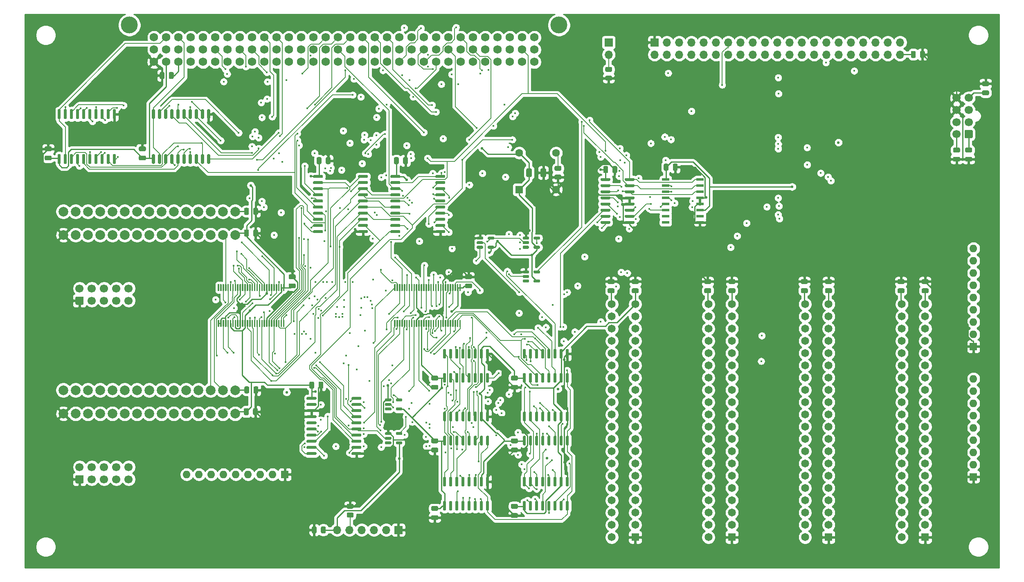
<source format=gbr>
G04 #@! TF.GenerationSoftware,KiCad,Pcbnew,(5.1.8)-1*
G04 #@! TF.CreationDate,2020-11-23T17:33:10+01:00*
G04 #@! TF.ProjectId,Project_GCM,50726f6a-6563-4745-9f47-434d2e6b6963,V5.0*
G04 #@! TF.SameCoordinates,PX40d9900PY1e84800*
G04 #@! TF.FileFunction,Copper,L4,Bot*
G04 #@! TF.FilePolarity,Positive*
%FSLAX46Y46*%
G04 Gerber Fmt 4.6, Leading zero omitted, Abs format (unit mm)*
G04 Created by KiCad (PCBNEW (5.1.8)-1) date 2020-11-23 17:33:10*
%MOMM*%
%LPD*%
G01*
G04 APERTURE LIST*
G04 #@! TA.AperFunction,WasherPad*
%ADD10C,3.500000*%
G04 #@! TD*
G04 #@! TA.AperFunction,ComponentPad*
%ADD11C,1.750000*%
G04 #@! TD*
G04 #@! TA.AperFunction,ComponentPad*
%ADD12C,2.000000*%
G04 #@! TD*
G04 #@! TA.AperFunction,ComponentPad*
%ADD13C,1.700000*%
G04 #@! TD*
G04 #@! TA.AperFunction,ComponentPad*
%ADD14O,1.700000X1.700000*%
G04 #@! TD*
G04 #@! TA.AperFunction,ComponentPad*
%ADD15R,1.700000X1.700000*%
G04 #@! TD*
G04 #@! TA.AperFunction,ComponentPad*
%ADD16O,1.600000X1.600000*%
G04 #@! TD*
G04 #@! TA.AperFunction,ComponentPad*
%ADD17R,1.600000X1.600000*%
G04 #@! TD*
G04 #@! TA.AperFunction,SMDPad,CuDef*
%ADD18R,1.500000X0.600000*%
G04 #@! TD*
G04 #@! TA.AperFunction,ComponentPad*
%ADD19C,1.650000*%
G04 #@! TD*
G04 #@! TA.AperFunction,ComponentPad*
%ADD20R,1.650000X1.650000*%
G04 #@! TD*
G04 #@! TA.AperFunction,ComponentPad*
%ADD21C,1.600000*%
G04 #@! TD*
G04 #@! TA.AperFunction,ViaPad*
%ADD22C,0.550000*%
G04 #@! TD*
G04 #@! TA.AperFunction,ViaPad*
%ADD23C,0.450000*%
G04 #@! TD*
G04 #@! TA.AperFunction,Conductor*
%ADD24C,0.250000*%
G04 #@! TD*
G04 #@! TA.AperFunction,Conductor*
%ADD25C,0.180000*%
G04 #@! TD*
G04 #@! TA.AperFunction,Conductor*
%ADD26C,0.254000*%
G04 #@! TD*
G04 #@! TA.AperFunction,Conductor*
%ADD27C,0.100000*%
G04 #@! TD*
G04 APERTURE END LIST*
G04 #@! TA.AperFunction,SMDPad,CuDef*
G36*
G01*
X121830000Y-34755000D02*
X121830000Y-35055000D01*
G75*
G02*
X121680000Y-35205000I-150000J0D01*
G01*
X119980000Y-35205000D01*
G75*
G02*
X119830000Y-35055000I0J150000D01*
G01*
X119830000Y-34755000D01*
G75*
G02*
X119980000Y-34605000I150000J0D01*
G01*
X121680000Y-34605000D01*
G75*
G02*
X121830000Y-34755000I0J-150000D01*
G01*
G37*
G04 #@! TD.AperFunction*
G04 #@! TA.AperFunction,SMDPad,CuDef*
G36*
G01*
X121830000Y-36025000D02*
X121830000Y-36325000D01*
G75*
G02*
X121680000Y-36475000I-150000J0D01*
G01*
X119980000Y-36475000D01*
G75*
G02*
X119830000Y-36325000I0J150000D01*
G01*
X119830000Y-36025000D01*
G75*
G02*
X119980000Y-35875000I150000J0D01*
G01*
X121680000Y-35875000D01*
G75*
G02*
X121830000Y-36025000I0J-150000D01*
G01*
G37*
G04 #@! TD.AperFunction*
G04 #@! TA.AperFunction,SMDPad,CuDef*
G36*
G01*
X121830000Y-37295000D02*
X121830000Y-37595000D01*
G75*
G02*
X121680000Y-37745000I-150000J0D01*
G01*
X119980000Y-37745000D01*
G75*
G02*
X119830000Y-37595000I0J150000D01*
G01*
X119830000Y-37295000D01*
G75*
G02*
X119980000Y-37145000I150000J0D01*
G01*
X121680000Y-37145000D01*
G75*
G02*
X121830000Y-37295000I0J-150000D01*
G01*
G37*
G04 #@! TD.AperFunction*
G04 #@! TA.AperFunction,SMDPad,CuDef*
G36*
G01*
X121830000Y-38565000D02*
X121830000Y-38865000D01*
G75*
G02*
X121680000Y-39015000I-150000J0D01*
G01*
X119980000Y-39015000D01*
G75*
G02*
X119830000Y-38865000I0J150000D01*
G01*
X119830000Y-38565000D01*
G75*
G02*
X119980000Y-38415000I150000J0D01*
G01*
X121680000Y-38415000D01*
G75*
G02*
X121830000Y-38565000I0J-150000D01*
G01*
G37*
G04 #@! TD.AperFunction*
G04 #@! TA.AperFunction,SMDPad,CuDef*
G36*
G01*
X121830000Y-39835000D02*
X121830000Y-40135000D01*
G75*
G02*
X121680000Y-40285000I-150000J0D01*
G01*
X119980000Y-40285000D01*
G75*
G02*
X119830000Y-40135000I0J150000D01*
G01*
X119830000Y-39835000D01*
G75*
G02*
X119980000Y-39685000I150000J0D01*
G01*
X121680000Y-39685000D01*
G75*
G02*
X121830000Y-39835000I0J-150000D01*
G01*
G37*
G04 #@! TD.AperFunction*
G04 #@! TA.AperFunction,SMDPad,CuDef*
G36*
G01*
X121830000Y-41105000D02*
X121830000Y-41405000D01*
G75*
G02*
X121680000Y-41555000I-150000J0D01*
G01*
X119980000Y-41555000D01*
G75*
G02*
X119830000Y-41405000I0J150000D01*
G01*
X119830000Y-41105000D01*
G75*
G02*
X119980000Y-40955000I150000J0D01*
G01*
X121680000Y-40955000D01*
G75*
G02*
X121830000Y-41105000I0J-150000D01*
G01*
G37*
G04 #@! TD.AperFunction*
G04 #@! TA.AperFunction,SMDPad,CuDef*
G36*
G01*
X121830000Y-42375000D02*
X121830000Y-42675000D01*
G75*
G02*
X121680000Y-42825000I-150000J0D01*
G01*
X119980000Y-42825000D01*
G75*
G02*
X119830000Y-42675000I0J150000D01*
G01*
X119830000Y-42375000D01*
G75*
G02*
X119980000Y-42225000I150000J0D01*
G01*
X121680000Y-42225000D01*
G75*
G02*
X121830000Y-42375000I0J-150000D01*
G01*
G37*
G04 #@! TD.AperFunction*
G04 #@! TA.AperFunction,SMDPad,CuDef*
G36*
G01*
X121830000Y-43645000D02*
X121830000Y-43945000D01*
G75*
G02*
X121680000Y-44095000I-150000J0D01*
G01*
X119980000Y-44095000D01*
G75*
G02*
X119830000Y-43945000I0J150000D01*
G01*
X119830000Y-43645000D01*
G75*
G02*
X119980000Y-43495000I150000J0D01*
G01*
X121680000Y-43495000D01*
G75*
G02*
X121830000Y-43645000I0J-150000D01*
G01*
G37*
G04 #@! TD.AperFunction*
G04 #@! TA.AperFunction,SMDPad,CuDef*
G36*
G01*
X126830000Y-43645000D02*
X126830000Y-43945000D01*
G75*
G02*
X126680000Y-44095000I-150000J0D01*
G01*
X124980000Y-44095000D01*
G75*
G02*
X124830000Y-43945000I0J150000D01*
G01*
X124830000Y-43645000D01*
G75*
G02*
X124980000Y-43495000I150000J0D01*
G01*
X126680000Y-43495000D01*
G75*
G02*
X126830000Y-43645000I0J-150000D01*
G01*
G37*
G04 #@! TD.AperFunction*
G04 #@! TA.AperFunction,SMDPad,CuDef*
G36*
G01*
X126830000Y-42375000D02*
X126830000Y-42675000D01*
G75*
G02*
X126680000Y-42825000I-150000J0D01*
G01*
X124980000Y-42825000D01*
G75*
G02*
X124830000Y-42675000I0J150000D01*
G01*
X124830000Y-42375000D01*
G75*
G02*
X124980000Y-42225000I150000J0D01*
G01*
X126680000Y-42225000D01*
G75*
G02*
X126830000Y-42375000I0J-150000D01*
G01*
G37*
G04 #@! TD.AperFunction*
G04 #@! TA.AperFunction,SMDPad,CuDef*
G36*
G01*
X126830000Y-41105000D02*
X126830000Y-41405000D01*
G75*
G02*
X126680000Y-41555000I-150000J0D01*
G01*
X124980000Y-41555000D01*
G75*
G02*
X124830000Y-41405000I0J150000D01*
G01*
X124830000Y-41105000D01*
G75*
G02*
X124980000Y-40955000I150000J0D01*
G01*
X126680000Y-40955000D01*
G75*
G02*
X126830000Y-41105000I0J-150000D01*
G01*
G37*
G04 #@! TD.AperFunction*
G04 #@! TA.AperFunction,SMDPad,CuDef*
G36*
G01*
X126830000Y-39835000D02*
X126830000Y-40135000D01*
G75*
G02*
X126680000Y-40285000I-150000J0D01*
G01*
X124980000Y-40285000D01*
G75*
G02*
X124830000Y-40135000I0J150000D01*
G01*
X124830000Y-39835000D01*
G75*
G02*
X124980000Y-39685000I150000J0D01*
G01*
X126680000Y-39685000D01*
G75*
G02*
X126830000Y-39835000I0J-150000D01*
G01*
G37*
G04 #@! TD.AperFunction*
G04 #@! TA.AperFunction,SMDPad,CuDef*
G36*
G01*
X126830000Y-38565000D02*
X126830000Y-38865000D01*
G75*
G02*
X126680000Y-39015000I-150000J0D01*
G01*
X124980000Y-39015000D01*
G75*
G02*
X124830000Y-38865000I0J150000D01*
G01*
X124830000Y-38565000D01*
G75*
G02*
X124980000Y-38415000I150000J0D01*
G01*
X126680000Y-38415000D01*
G75*
G02*
X126830000Y-38565000I0J-150000D01*
G01*
G37*
G04 #@! TD.AperFunction*
G04 #@! TA.AperFunction,SMDPad,CuDef*
G36*
G01*
X126830000Y-37295000D02*
X126830000Y-37595000D01*
G75*
G02*
X126680000Y-37745000I-150000J0D01*
G01*
X124980000Y-37745000D01*
G75*
G02*
X124830000Y-37595000I0J150000D01*
G01*
X124830000Y-37295000D01*
G75*
G02*
X124980000Y-37145000I150000J0D01*
G01*
X126680000Y-37145000D01*
G75*
G02*
X126830000Y-37295000I0J-150000D01*
G01*
G37*
G04 #@! TD.AperFunction*
G04 #@! TA.AperFunction,SMDPad,CuDef*
G36*
G01*
X126830000Y-36025000D02*
X126830000Y-36325000D01*
G75*
G02*
X126680000Y-36475000I-150000J0D01*
G01*
X124980000Y-36475000D01*
G75*
G02*
X124830000Y-36325000I0J150000D01*
G01*
X124830000Y-36025000D01*
G75*
G02*
X124980000Y-35875000I150000J0D01*
G01*
X126680000Y-35875000D01*
G75*
G02*
X126830000Y-36025000I0J-150000D01*
G01*
G37*
G04 #@! TD.AperFunction*
G04 #@! TA.AperFunction,SMDPad,CuDef*
G36*
G01*
X126830000Y-34755000D02*
X126830000Y-35055000D01*
G75*
G02*
X126680000Y-35205000I-150000J0D01*
G01*
X124980000Y-35205000D01*
G75*
G02*
X124830000Y-35055000I0J150000D01*
G01*
X124830000Y-34755000D01*
G75*
G02*
X124980000Y-34605000I150000J0D01*
G01*
X126680000Y-34605000D01*
G75*
G02*
X126830000Y-34755000I0J-150000D01*
G01*
G37*
G04 #@! TD.AperFunction*
D10*
X22320000Y-2920000D03*
X111220000Y-2920000D03*
D11*
X27400000Y-10540000D03*
X29940000Y-10540000D03*
X32480000Y-10540000D03*
X35020000Y-10540000D03*
X37560000Y-10540000D03*
X40100000Y-10540000D03*
X42640000Y-10540000D03*
X45180000Y-10540000D03*
X47720000Y-10540000D03*
X50260000Y-10540000D03*
X52800000Y-10540000D03*
X55340000Y-10540000D03*
X57880000Y-10540000D03*
X60420000Y-10540000D03*
X62960000Y-10540000D03*
X65500000Y-10540000D03*
X68040000Y-10540000D03*
X70580000Y-10540000D03*
X73120000Y-10540000D03*
X75660000Y-10540000D03*
X78200000Y-10540000D03*
X80740000Y-10540000D03*
X83280000Y-10540000D03*
X85820000Y-10540000D03*
X88360000Y-10540000D03*
X90900000Y-10540000D03*
X93440000Y-10540000D03*
X95980000Y-10540000D03*
X98520000Y-10540000D03*
X101060000Y-10540000D03*
X103600000Y-10540000D03*
X106140000Y-10540000D03*
X27400000Y-8000000D03*
X29940000Y-8000000D03*
X32480000Y-8000000D03*
X35020000Y-8000000D03*
X37560000Y-8000000D03*
X40100000Y-8000000D03*
X42640000Y-8000000D03*
X45180000Y-8000000D03*
X47720000Y-8000000D03*
X50260000Y-8000000D03*
X52800000Y-8000000D03*
X55340000Y-8000000D03*
X57880000Y-8000000D03*
X60420000Y-8000000D03*
X62960000Y-8000000D03*
X65500000Y-8000000D03*
X68040000Y-8000000D03*
X70580000Y-8000000D03*
X73120000Y-8000000D03*
X75660000Y-8000000D03*
X78200000Y-8000000D03*
X80740000Y-8000000D03*
X83280000Y-8000000D03*
X85820000Y-8000000D03*
X88360000Y-8000000D03*
X90900000Y-8000000D03*
X93440000Y-8000000D03*
X95980000Y-8000000D03*
X98520000Y-8000000D03*
X101060000Y-8000000D03*
X103600000Y-8000000D03*
X106140000Y-8000000D03*
X27400000Y-5460000D03*
X29940000Y-5460000D03*
X32480000Y-5460000D03*
X35020000Y-5460000D03*
X37560000Y-5460000D03*
X40100000Y-5460000D03*
X42640000Y-5460000D03*
X45180000Y-5460000D03*
X47720000Y-5460000D03*
X50260000Y-5460000D03*
X52800000Y-5460000D03*
X55340000Y-5460000D03*
X57880000Y-5460000D03*
X60420000Y-5460000D03*
X62960000Y-5460000D03*
X65500000Y-5460000D03*
X68040000Y-5460000D03*
X70580000Y-5460000D03*
X73120000Y-5460000D03*
X75660000Y-5460000D03*
X78200000Y-5460000D03*
X80740000Y-5460000D03*
X83280000Y-5460000D03*
X85820000Y-5460000D03*
X88360000Y-5460000D03*
X90900000Y-5460000D03*
X93440000Y-5460000D03*
X95980000Y-5460000D03*
X98520000Y-5460000D03*
X101060000Y-5460000D03*
X103600000Y-5460000D03*
X106140000Y-5460000D03*
D12*
X44190000Y-83400000D03*
X44190000Y-78540000D03*
X41650000Y-83400000D03*
X41650000Y-78540000D03*
X39110000Y-83400000D03*
X39110000Y-78540000D03*
X36570000Y-83400000D03*
X36570000Y-78540000D03*
X34030000Y-83400000D03*
X34030000Y-78540000D03*
X31490000Y-83400000D03*
X31490000Y-78540000D03*
X28950000Y-83400000D03*
X28950000Y-78540000D03*
X26410000Y-83400000D03*
X26410000Y-78540000D03*
X23870000Y-83400000D03*
X23870000Y-78540000D03*
X21330000Y-83400000D03*
X21330000Y-78540000D03*
X18790000Y-83400000D03*
X18790000Y-78540000D03*
X16250000Y-83400000D03*
X16250000Y-78540000D03*
X13710000Y-83400000D03*
X13710000Y-78540000D03*
X11170000Y-83400000D03*
X11170000Y-78540000D03*
X8640000Y-83400000D03*
X8630000Y-78540000D03*
X44190000Y-46400000D03*
X44190000Y-41540000D03*
X41650000Y-46400000D03*
X41650000Y-41540000D03*
X39110000Y-46400000D03*
X39110000Y-41540000D03*
X36570000Y-46400000D03*
X36570000Y-41540000D03*
X34030000Y-46400000D03*
X34030000Y-41540000D03*
X31490000Y-46400000D03*
X31490000Y-41540000D03*
X28950000Y-46400000D03*
X28950000Y-41540000D03*
X26410000Y-46400000D03*
X26410000Y-41540000D03*
X23870000Y-46400000D03*
X23870000Y-41540000D03*
X21330000Y-46400000D03*
X21330000Y-41540000D03*
X18790000Y-46400000D03*
X18790000Y-41540000D03*
X16250000Y-46400000D03*
X16250000Y-41540000D03*
X13710000Y-46400000D03*
X13710000Y-41540000D03*
X11170000Y-46400000D03*
X11170000Y-41540000D03*
X8640000Y-46400000D03*
X8630000Y-41540000D03*
G04 #@! TA.AperFunction,SMDPad,CuDef*
G36*
G01*
X195525000Y-30200000D02*
X196475000Y-30200000D01*
G75*
G02*
X196725000Y-30450000I0J-250000D01*
G01*
X196725000Y-30950000D01*
G75*
G02*
X196475000Y-31200000I-250000J0D01*
G01*
X195525000Y-31200000D01*
G75*
G02*
X195275000Y-30950000I0J250000D01*
G01*
X195275000Y-30450000D01*
G75*
G02*
X195525000Y-30200000I250000J0D01*
G01*
G37*
G04 #@! TD.AperFunction*
G04 #@! TA.AperFunction,SMDPad,CuDef*
G36*
G01*
X195525000Y-28300000D02*
X196475000Y-28300000D01*
G75*
G02*
X196725000Y-28550000I0J-250000D01*
G01*
X196725000Y-29050000D01*
G75*
G02*
X196475000Y-29300000I-250000J0D01*
G01*
X195525000Y-29300000D01*
G75*
G02*
X195275000Y-29050000I0J250000D01*
G01*
X195275000Y-28550000D01*
G75*
G02*
X195525000Y-28300000I250000J0D01*
G01*
G37*
G04 #@! TD.AperFunction*
G04 #@! TA.AperFunction,SMDPad,CuDef*
G36*
G01*
X199975000Y-15550000D02*
X199025000Y-15550000D01*
G75*
G02*
X198775000Y-15300000I0J250000D01*
G01*
X198775000Y-14800000D01*
G75*
G02*
X199025000Y-14550000I250000J0D01*
G01*
X199975000Y-14550000D01*
G75*
G02*
X200225000Y-14800000I0J-250000D01*
G01*
X200225000Y-15300000D01*
G75*
G02*
X199975000Y-15550000I-250000J0D01*
G01*
G37*
G04 #@! TD.AperFunction*
G04 #@! TA.AperFunction,SMDPad,CuDef*
G36*
G01*
X199975000Y-17450000D02*
X199025000Y-17450000D01*
G75*
G02*
X198775000Y-17200000I0J250000D01*
G01*
X198775000Y-16700000D01*
G75*
G02*
X199025000Y-16450000I250000J0D01*
G01*
X199975000Y-16450000D01*
G75*
G02*
X200225000Y-16700000I0J-250000D01*
G01*
X200225000Y-17200000D01*
G75*
G02*
X199975000Y-17450000I-250000J0D01*
G01*
G37*
G04 #@! TD.AperFunction*
G04 #@! TA.AperFunction,SMDPad,CuDef*
G36*
G01*
X193025000Y-30200000D02*
X193975000Y-30200000D01*
G75*
G02*
X194225000Y-30450000I0J-250000D01*
G01*
X194225000Y-30950000D01*
G75*
G02*
X193975000Y-31200000I-250000J0D01*
G01*
X193025000Y-31200000D01*
G75*
G02*
X192775000Y-30950000I0J250000D01*
G01*
X192775000Y-30450000D01*
G75*
G02*
X193025000Y-30200000I250000J0D01*
G01*
G37*
G04 #@! TD.AperFunction*
G04 #@! TA.AperFunction,SMDPad,CuDef*
G36*
G01*
X193025000Y-28300000D02*
X193975000Y-28300000D01*
G75*
G02*
X194225000Y-28550000I0J-250000D01*
G01*
X194225000Y-29050000D01*
G75*
G02*
X193975000Y-29300000I-250000J0D01*
G01*
X193025000Y-29300000D01*
G75*
G02*
X192775000Y-29050000I0J250000D01*
G01*
X192775000Y-28550000D01*
G75*
G02*
X193025000Y-28300000I250000J0D01*
G01*
G37*
G04 #@! TD.AperFunction*
G04 #@! TA.AperFunction,SMDPad,CuDef*
G36*
G01*
X121380000Y-32375000D02*
X121380000Y-33325000D01*
G75*
G02*
X121130000Y-33575000I-250000J0D01*
G01*
X120630000Y-33575000D01*
G75*
G02*
X120380000Y-33325000I0J250000D01*
G01*
X120380000Y-32375000D01*
G75*
G02*
X120630000Y-32125000I250000J0D01*
G01*
X121130000Y-32125000D01*
G75*
G02*
X121380000Y-32375000I0J-250000D01*
G01*
G37*
G04 #@! TD.AperFunction*
G04 #@! TA.AperFunction,SMDPad,CuDef*
G36*
G01*
X123280000Y-32375000D02*
X123280000Y-33325000D01*
G75*
G02*
X123030000Y-33575000I-250000J0D01*
G01*
X122530000Y-33575000D01*
G75*
G02*
X122280000Y-33325000I0J250000D01*
G01*
X122280000Y-32375000D01*
G75*
G02*
X122530000Y-32125000I250000J0D01*
G01*
X123030000Y-32125000D01*
G75*
G02*
X123280000Y-32375000I0J-250000D01*
G01*
G37*
G04 #@! TD.AperFunction*
G04 #@! TA.AperFunction,SMDPad,CuDef*
G36*
G01*
X134780000Y-32825000D02*
X134780000Y-31875000D01*
G75*
G02*
X135030000Y-31625000I250000J0D01*
G01*
X135530000Y-31625000D01*
G75*
G02*
X135780000Y-31875000I0J-250000D01*
G01*
X135780000Y-32825000D01*
G75*
G02*
X135530000Y-33075000I-250000J0D01*
G01*
X135030000Y-33075000D01*
G75*
G02*
X134780000Y-32825000I0J250000D01*
G01*
G37*
G04 #@! TD.AperFunction*
G04 #@! TA.AperFunction,SMDPad,CuDef*
G36*
G01*
X132880000Y-32825000D02*
X132880000Y-31875000D01*
G75*
G02*
X133130000Y-31625000I250000J0D01*
G01*
X133630000Y-31625000D01*
G75*
G02*
X133880000Y-31875000I0J-250000D01*
G01*
X133880000Y-32825000D01*
G75*
G02*
X133630000Y-33075000I-250000J0D01*
G01*
X133130000Y-33075000D01*
G75*
G02*
X132880000Y-32825000I0J250000D01*
G01*
G37*
G04 #@! TD.AperFunction*
G04 #@! TA.AperFunction,SMDPad,CuDef*
G36*
G01*
X29580000Y-12885000D02*
X29580000Y-13835000D01*
G75*
G02*
X29330000Y-14085000I-250000J0D01*
G01*
X28830000Y-14085000D01*
G75*
G02*
X28580000Y-13835000I0J250000D01*
G01*
X28580000Y-12885000D01*
G75*
G02*
X28830000Y-12635000I250000J0D01*
G01*
X29330000Y-12635000D01*
G75*
G02*
X29580000Y-12885000I0J-250000D01*
G01*
G37*
G04 #@! TD.AperFunction*
G04 #@! TA.AperFunction,SMDPad,CuDef*
G36*
G01*
X31480000Y-12885000D02*
X31480000Y-13835000D01*
G75*
G02*
X31230000Y-14085000I-250000J0D01*
G01*
X30730000Y-14085000D01*
G75*
G02*
X30480000Y-13835000I0J250000D01*
G01*
X30480000Y-12885000D01*
G75*
G02*
X30730000Y-12635000I250000J0D01*
G01*
X31230000Y-12635000D01*
G75*
G02*
X31480000Y-12885000I0J-250000D01*
G01*
G37*
G04 #@! TD.AperFunction*
G04 #@! TA.AperFunction,SMDPad,CuDef*
G36*
G01*
X107400000Y-34150001D02*
X107400000Y-32849999D01*
G75*
G02*
X107649999Y-32600000I249999J0D01*
G01*
X108300001Y-32600000D01*
G75*
G02*
X108550000Y-32849999I0J-249999D01*
G01*
X108550000Y-34150001D01*
G75*
G02*
X108300001Y-34400000I-249999J0D01*
G01*
X107649999Y-34400000D01*
G75*
G02*
X107400000Y-34150001I0J249999D01*
G01*
G37*
G04 #@! TD.AperFunction*
G04 #@! TA.AperFunction,SMDPad,CuDef*
G36*
G01*
X104450000Y-34150001D02*
X104450000Y-32849999D01*
G75*
G02*
X104699999Y-32600000I249999J0D01*
G01*
X105350001Y-32600000D01*
G75*
G02*
X105600000Y-32849999I0J-249999D01*
G01*
X105600000Y-34150001D01*
G75*
G02*
X105350001Y-34400000I-249999J0D01*
G01*
X104699999Y-34400000D01*
G75*
G02*
X104450000Y-34150001I0J249999D01*
G01*
G37*
G04 #@! TD.AperFunction*
G04 #@! TA.AperFunction,SMDPad,CuDef*
G36*
G01*
X24525000Y-29950000D02*
X25475000Y-29950000D01*
G75*
G02*
X25725000Y-30200000I0J-250000D01*
G01*
X25725000Y-30700000D01*
G75*
G02*
X25475000Y-30950000I-250000J0D01*
G01*
X24525000Y-30950000D01*
G75*
G02*
X24275000Y-30700000I0J250000D01*
G01*
X24275000Y-30200000D01*
G75*
G02*
X24525000Y-29950000I250000J0D01*
G01*
G37*
G04 #@! TD.AperFunction*
G04 #@! TA.AperFunction,SMDPad,CuDef*
G36*
G01*
X24525000Y-28050000D02*
X25475000Y-28050000D01*
G75*
G02*
X25725000Y-28300000I0J-250000D01*
G01*
X25725000Y-28800000D01*
G75*
G02*
X25475000Y-29050000I-250000J0D01*
G01*
X24525000Y-29050000D01*
G75*
G02*
X24275000Y-28800000I0J250000D01*
G01*
X24275000Y-28300000D01*
G75*
G02*
X24525000Y-28050000I250000J0D01*
G01*
G37*
G04 #@! TD.AperFunction*
G04 #@! TA.AperFunction,SMDPad,CuDef*
G36*
G01*
X5025000Y-29950000D02*
X5975000Y-29950000D01*
G75*
G02*
X6225000Y-30200000I0J-250000D01*
G01*
X6225000Y-30700000D01*
G75*
G02*
X5975000Y-30950000I-250000J0D01*
G01*
X5025000Y-30950000D01*
G75*
G02*
X4775000Y-30700000I0J250000D01*
G01*
X4775000Y-30200000D01*
G75*
G02*
X5025000Y-29950000I250000J0D01*
G01*
G37*
G04 #@! TD.AperFunction*
G04 #@! TA.AperFunction,SMDPad,CuDef*
G36*
G01*
X5025000Y-28050000D02*
X5975000Y-28050000D01*
G75*
G02*
X6225000Y-28300000I0J-250000D01*
G01*
X6225000Y-28800000D01*
G75*
G02*
X5975000Y-29050000I-250000J0D01*
G01*
X5025000Y-29050000D01*
G75*
G02*
X4775000Y-28800000I0J250000D01*
G01*
X4775000Y-28300000D01*
G75*
G02*
X5025000Y-28050000I250000J0D01*
G01*
G37*
G04 #@! TD.AperFunction*
G04 #@! TA.AperFunction,SMDPad,CuDef*
G36*
G01*
X61950000Y-107975000D02*
X61950000Y-107025000D01*
G75*
G02*
X62200000Y-106775000I250000J0D01*
G01*
X62700000Y-106775000D01*
G75*
G02*
X62950000Y-107025000I0J-250000D01*
G01*
X62950000Y-107975000D01*
G75*
G02*
X62700000Y-108225000I-250000J0D01*
G01*
X62200000Y-108225000D01*
G75*
G02*
X61950000Y-107975000I0J250000D01*
G01*
G37*
G04 #@! TD.AperFunction*
G04 #@! TA.AperFunction,SMDPad,CuDef*
G36*
G01*
X60050000Y-107975000D02*
X60050000Y-107025000D01*
G75*
G02*
X60300000Y-106775000I250000J0D01*
G01*
X60800000Y-106775000D01*
G75*
G02*
X61050000Y-107025000I0J-250000D01*
G01*
X61050000Y-107975000D01*
G75*
G02*
X60800000Y-108225000I-250000J0D01*
G01*
X60300000Y-108225000D01*
G75*
G02*
X60050000Y-107975000I0J250000D01*
G01*
G37*
G04 #@! TD.AperFunction*
G04 #@! TA.AperFunction,SMDPad,CuDef*
G36*
G01*
X185050000Y-8525000D02*
X185050000Y-9475000D01*
G75*
G02*
X184800000Y-9725000I-250000J0D01*
G01*
X184300000Y-9725000D01*
G75*
G02*
X184050000Y-9475000I0J250000D01*
G01*
X184050000Y-8525000D01*
G75*
G02*
X184300000Y-8275000I250000J0D01*
G01*
X184800000Y-8275000D01*
G75*
G02*
X185050000Y-8525000I0J-250000D01*
G01*
G37*
G04 #@! TD.AperFunction*
G04 #@! TA.AperFunction,SMDPad,CuDef*
G36*
G01*
X186950000Y-8525000D02*
X186950000Y-9475000D01*
G75*
G02*
X186700000Y-9725000I-250000J0D01*
G01*
X186200000Y-9725000D01*
G75*
G02*
X185950000Y-9475000I0J250000D01*
G01*
X185950000Y-8525000D01*
G75*
G02*
X186200000Y-8275000I250000J0D01*
G01*
X186700000Y-8275000D01*
G75*
G02*
X186950000Y-8525000I0J-250000D01*
G01*
G37*
G04 #@! TD.AperFunction*
G04 #@! TA.AperFunction,SMDPad,CuDef*
G36*
G01*
X102475000Y-76550000D02*
X101525000Y-76550000D01*
G75*
G02*
X101275000Y-76300000I0J250000D01*
G01*
X101275000Y-75800000D01*
G75*
G02*
X101525000Y-75550000I250000J0D01*
G01*
X102475000Y-75550000D01*
G75*
G02*
X102725000Y-75800000I0J-250000D01*
G01*
X102725000Y-76300000D01*
G75*
G02*
X102475000Y-76550000I-250000J0D01*
G01*
G37*
G04 #@! TD.AperFunction*
G04 #@! TA.AperFunction,SMDPad,CuDef*
G36*
G01*
X102475000Y-78450000D02*
X101525000Y-78450000D01*
G75*
G02*
X101275000Y-78200000I0J250000D01*
G01*
X101275000Y-77700000D01*
G75*
G02*
X101525000Y-77450000I250000J0D01*
G01*
X102475000Y-77450000D01*
G75*
G02*
X102725000Y-77700000I0J-250000D01*
G01*
X102725000Y-78200000D01*
G75*
G02*
X102475000Y-78450000I-250000J0D01*
G01*
G37*
G04 #@! TD.AperFunction*
G04 #@! TA.AperFunction,SMDPad,CuDef*
G36*
G01*
X102475000Y-89550000D02*
X101525000Y-89550000D01*
G75*
G02*
X101275000Y-89300000I0J250000D01*
G01*
X101275000Y-88800000D01*
G75*
G02*
X101525000Y-88550000I250000J0D01*
G01*
X102475000Y-88550000D01*
G75*
G02*
X102725000Y-88800000I0J-250000D01*
G01*
X102725000Y-89300000D01*
G75*
G02*
X102475000Y-89550000I-250000J0D01*
G01*
G37*
G04 #@! TD.AperFunction*
G04 #@! TA.AperFunction,SMDPad,CuDef*
G36*
G01*
X102475000Y-91450000D02*
X101525000Y-91450000D01*
G75*
G02*
X101275000Y-91200000I0J250000D01*
G01*
X101275000Y-90700000D01*
G75*
G02*
X101525000Y-90450000I250000J0D01*
G01*
X102475000Y-90450000D01*
G75*
G02*
X102725000Y-90700000I0J-250000D01*
G01*
X102725000Y-91200000D01*
G75*
G02*
X102475000Y-91450000I-250000J0D01*
G01*
G37*
G04 #@! TD.AperFunction*
G04 #@! TA.AperFunction,SMDPad,CuDef*
G36*
G01*
X102475000Y-103112000D02*
X101525000Y-103112000D01*
G75*
G02*
X101275000Y-102862000I0J250000D01*
G01*
X101275000Y-102362000D01*
G75*
G02*
X101525000Y-102112000I250000J0D01*
G01*
X102475000Y-102112000D01*
G75*
G02*
X102725000Y-102362000I0J-250000D01*
G01*
X102725000Y-102862000D01*
G75*
G02*
X102475000Y-103112000I-250000J0D01*
G01*
G37*
G04 #@! TD.AperFunction*
G04 #@! TA.AperFunction,SMDPad,CuDef*
G36*
G01*
X102475000Y-105012000D02*
X101525000Y-105012000D01*
G75*
G02*
X101275000Y-104762000I0J250000D01*
G01*
X101275000Y-104262000D01*
G75*
G02*
X101525000Y-104012000I250000J0D01*
G01*
X102475000Y-104012000D01*
G75*
G02*
X102725000Y-104262000I0J-250000D01*
G01*
X102725000Y-104762000D01*
G75*
G02*
X102475000Y-105012000I-250000J0D01*
G01*
G37*
G04 #@! TD.AperFunction*
G04 #@! TA.AperFunction,SMDPad,CuDef*
G36*
G01*
X85975000Y-89550000D02*
X85025000Y-89550000D01*
G75*
G02*
X84775000Y-89300000I0J250000D01*
G01*
X84775000Y-88800000D01*
G75*
G02*
X85025000Y-88550000I250000J0D01*
G01*
X85975000Y-88550000D01*
G75*
G02*
X86225000Y-88800000I0J-250000D01*
G01*
X86225000Y-89300000D01*
G75*
G02*
X85975000Y-89550000I-250000J0D01*
G01*
G37*
G04 #@! TD.AperFunction*
G04 #@! TA.AperFunction,SMDPad,CuDef*
G36*
G01*
X85975000Y-91450000D02*
X85025000Y-91450000D01*
G75*
G02*
X84775000Y-91200000I0J250000D01*
G01*
X84775000Y-90700000D01*
G75*
G02*
X85025000Y-90450000I250000J0D01*
G01*
X85975000Y-90450000D01*
G75*
G02*
X86225000Y-90700000I0J-250000D01*
G01*
X86225000Y-91200000D01*
G75*
G02*
X85975000Y-91450000I-250000J0D01*
G01*
G37*
G04 #@! TD.AperFunction*
G04 #@! TA.AperFunction,SMDPad,CuDef*
G36*
G01*
X85975000Y-76550000D02*
X85025000Y-76550000D01*
G75*
G02*
X84775000Y-76300000I0J250000D01*
G01*
X84775000Y-75800000D01*
G75*
G02*
X85025000Y-75550000I250000J0D01*
G01*
X85975000Y-75550000D01*
G75*
G02*
X86225000Y-75800000I0J-250000D01*
G01*
X86225000Y-76300000D01*
G75*
G02*
X85975000Y-76550000I-250000J0D01*
G01*
G37*
G04 #@! TD.AperFunction*
G04 #@! TA.AperFunction,SMDPad,CuDef*
G36*
G01*
X85975000Y-78450000D02*
X85025000Y-78450000D01*
G75*
G02*
X84775000Y-78200000I0J250000D01*
G01*
X84775000Y-77700000D01*
G75*
G02*
X85025000Y-77450000I250000J0D01*
G01*
X85975000Y-77450000D01*
G75*
G02*
X86225000Y-77700000I0J-250000D01*
G01*
X86225000Y-78200000D01*
G75*
G02*
X85975000Y-78450000I-250000J0D01*
G01*
G37*
G04 #@! TD.AperFunction*
G04 #@! TA.AperFunction,SMDPad,CuDef*
G36*
G01*
X85975000Y-103550000D02*
X85025000Y-103550000D01*
G75*
G02*
X84775000Y-103300000I0J250000D01*
G01*
X84775000Y-102800000D01*
G75*
G02*
X85025000Y-102550000I250000J0D01*
G01*
X85975000Y-102550000D01*
G75*
G02*
X86225000Y-102800000I0J-250000D01*
G01*
X86225000Y-103300000D01*
G75*
G02*
X85975000Y-103550000I-250000J0D01*
G01*
G37*
G04 #@! TD.AperFunction*
G04 #@! TA.AperFunction,SMDPad,CuDef*
G36*
G01*
X85975000Y-105450000D02*
X85025000Y-105450000D01*
G75*
G02*
X84775000Y-105200000I0J250000D01*
G01*
X84775000Y-104700000D01*
G75*
G02*
X85025000Y-104450000I250000J0D01*
G01*
X85975000Y-104450000D01*
G75*
G02*
X86225000Y-104700000I0J-250000D01*
G01*
X86225000Y-105200000D01*
G75*
G02*
X85975000Y-105450000I-250000J0D01*
G01*
G37*
G04 #@! TD.AperFunction*
G04 #@! TA.AperFunction,SMDPad,CuDef*
G36*
G01*
X182475000Y-56550000D02*
X181525000Y-56550000D01*
G75*
G02*
X181275000Y-56300000I0J250000D01*
G01*
X181275000Y-55800000D01*
G75*
G02*
X181525000Y-55550000I250000J0D01*
G01*
X182475000Y-55550000D01*
G75*
G02*
X182725000Y-55800000I0J-250000D01*
G01*
X182725000Y-56300000D01*
G75*
G02*
X182475000Y-56550000I-250000J0D01*
G01*
G37*
G04 #@! TD.AperFunction*
G04 #@! TA.AperFunction,SMDPad,CuDef*
G36*
G01*
X182475000Y-58450000D02*
X181525000Y-58450000D01*
G75*
G02*
X181275000Y-58200000I0J250000D01*
G01*
X181275000Y-57700000D01*
G75*
G02*
X181525000Y-57450000I250000J0D01*
G01*
X182475000Y-57450000D01*
G75*
G02*
X182725000Y-57700000I0J-250000D01*
G01*
X182725000Y-58200000D01*
G75*
G02*
X182475000Y-58450000I-250000J0D01*
G01*
G37*
G04 #@! TD.AperFunction*
G04 #@! TA.AperFunction,SMDPad,CuDef*
G36*
G01*
X47950000Y-46475000D02*
X47950000Y-45525000D01*
G75*
G02*
X48200000Y-45275000I250000J0D01*
G01*
X48700000Y-45275000D01*
G75*
G02*
X48950000Y-45525000I0J-250000D01*
G01*
X48950000Y-46475000D01*
G75*
G02*
X48700000Y-46725000I-250000J0D01*
G01*
X48200000Y-46725000D01*
G75*
G02*
X47950000Y-46475000I0J250000D01*
G01*
G37*
G04 #@! TD.AperFunction*
G04 #@! TA.AperFunction,SMDPad,CuDef*
G36*
G01*
X46050000Y-46475000D02*
X46050000Y-45525000D01*
G75*
G02*
X46300000Y-45275000I250000J0D01*
G01*
X46800000Y-45275000D01*
G75*
G02*
X47050000Y-45525000I0J-250000D01*
G01*
X47050000Y-46475000D01*
G75*
G02*
X46800000Y-46725000I-250000J0D01*
G01*
X46300000Y-46725000D01*
G75*
G02*
X46050000Y-46475000I0J250000D01*
G01*
G37*
G04 #@! TD.AperFunction*
G04 #@! TA.AperFunction,SMDPad,CuDef*
G36*
G01*
X47950000Y-41975000D02*
X47950000Y-41025000D01*
G75*
G02*
X48200000Y-40775000I250000J0D01*
G01*
X48700000Y-40775000D01*
G75*
G02*
X48950000Y-41025000I0J-250000D01*
G01*
X48950000Y-41975000D01*
G75*
G02*
X48700000Y-42225000I-250000J0D01*
G01*
X48200000Y-42225000D01*
G75*
G02*
X47950000Y-41975000I0J250000D01*
G01*
G37*
G04 #@! TD.AperFunction*
G04 #@! TA.AperFunction,SMDPad,CuDef*
G36*
G01*
X46050000Y-41975000D02*
X46050000Y-41025000D01*
G75*
G02*
X46300000Y-40775000I250000J0D01*
G01*
X46800000Y-40775000D01*
G75*
G02*
X47050000Y-41025000I0J-250000D01*
G01*
X47050000Y-41975000D01*
G75*
G02*
X46800000Y-42225000I-250000J0D01*
G01*
X46300000Y-42225000D01*
G75*
G02*
X46050000Y-41975000I0J250000D01*
G01*
G37*
G04 #@! TD.AperFunction*
G04 #@! TA.AperFunction,SMDPad,CuDef*
G36*
G01*
X62050000Y-30525000D02*
X62050000Y-31475000D01*
G75*
G02*
X61800000Y-31725000I-250000J0D01*
G01*
X61300000Y-31725000D01*
G75*
G02*
X61050000Y-31475000I0J250000D01*
G01*
X61050000Y-30525000D01*
G75*
G02*
X61300000Y-30275000I250000J0D01*
G01*
X61800000Y-30275000D01*
G75*
G02*
X62050000Y-30525000I0J-250000D01*
G01*
G37*
G04 #@! TD.AperFunction*
G04 #@! TA.AperFunction,SMDPad,CuDef*
G36*
G01*
X63950000Y-30525000D02*
X63950000Y-31475000D01*
G75*
G02*
X63700000Y-31725000I-250000J0D01*
G01*
X63200000Y-31725000D01*
G75*
G02*
X62950000Y-31475000I0J250000D01*
G01*
X62950000Y-30525000D01*
G75*
G02*
X63200000Y-30275000I250000J0D01*
G01*
X63700000Y-30275000D01*
G75*
G02*
X63950000Y-30525000I0J-250000D01*
G01*
G37*
G04 #@! TD.AperFunction*
G04 #@! TA.AperFunction,SMDPad,CuDef*
G36*
G01*
X78050000Y-30525000D02*
X78050000Y-31475000D01*
G75*
G02*
X77800000Y-31725000I-250000J0D01*
G01*
X77300000Y-31725000D01*
G75*
G02*
X77050000Y-31475000I0J250000D01*
G01*
X77050000Y-30525000D01*
G75*
G02*
X77300000Y-30275000I250000J0D01*
G01*
X77800000Y-30275000D01*
G75*
G02*
X78050000Y-30525000I0J-250000D01*
G01*
G37*
G04 #@! TD.AperFunction*
G04 #@! TA.AperFunction,SMDPad,CuDef*
G36*
G01*
X79950000Y-30525000D02*
X79950000Y-31475000D01*
G75*
G02*
X79700000Y-31725000I-250000J0D01*
G01*
X79200000Y-31725000D01*
G75*
G02*
X78950000Y-31475000I0J250000D01*
G01*
X78950000Y-30525000D01*
G75*
G02*
X79200000Y-30275000I250000J0D01*
G01*
X79700000Y-30275000D01*
G75*
G02*
X79950000Y-30525000I0J-250000D01*
G01*
G37*
G04 #@! TD.AperFunction*
G04 #@! TA.AperFunction,SMDPad,CuDef*
G36*
G01*
X56475000Y-55550000D02*
X55525000Y-55550000D01*
G75*
G02*
X55275000Y-55300000I0J250000D01*
G01*
X55275000Y-54800000D01*
G75*
G02*
X55525000Y-54550000I250000J0D01*
G01*
X56475000Y-54550000D01*
G75*
G02*
X56725000Y-54800000I0J-250000D01*
G01*
X56725000Y-55300000D01*
G75*
G02*
X56475000Y-55550000I-250000J0D01*
G01*
G37*
G04 #@! TD.AperFunction*
G04 #@! TA.AperFunction,SMDPad,CuDef*
G36*
G01*
X56475000Y-57450000D02*
X55525000Y-57450000D01*
G75*
G02*
X55275000Y-57200000I0J250000D01*
G01*
X55275000Y-56700000D01*
G75*
G02*
X55525000Y-56450000I250000J0D01*
G01*
X56475000Y-56450000D01*
G75*
G02*
X56725000Y-56700000I0J-250000D01*
G01*
X56725000Y-57200000D01*
G75*
G02*
X56475000Y-57450000I-250000J0D01*
G01*
G37*
G04 #@! TD.AperFunction*
G04 #@! TA.AperFunction,SMDPad,CuDef*
G36*
G01*
X92975000Y-55550000D02*
X92025000Y-55550000D01*
G75*
G02*
X91775000Y-55300000I0J250000D01*
G01*
X91775000Y-54800000D01*
G75*
G02*
X92025000Y-54550000I250000J0D01*
G01*
X92975000Y-54550000D01*
G75*
G02*
X93225000Y-54800000I0J-250000D01*
G01*
X93225000Y-55300000D01*
G75*
G02*
X92975000Y-55550000I-250000J0D01*
G01*
G37*
G04 #@! TD.AperFunction*
G04 #@! TA.AperFunction,SMDPad,CuDef*
G36*
G01*
X92975000Y-57450000D02*
X92025000Y-57450000D01*
G75*
G02*
X91775000Y-57200000I0J250000D01*
G01*
X91775000Y-56700000D01*
G75*
G02*
X92025000Y-56450000I250000J0D01*
G01*
X92975000Y-56450000D01*
G75*
G02*
X93225000Y-56700000I0J-250000D01*
G01*
X93225000Y-57200000D01*
G75*
G02*
X92975000Y-57450000I-250000J0D01*
G01*
G37*
G04 #@! TD.AperFunction*
G04 #@! TA.AperFunction,SMDPad,CuDef*
G36*
G01*
X47900000Y-83475000D02*
X47900000Y-82525000D01*
G75*
G02*
X48150000Y-82275000I250000J0D01*
G01*
X48650000Y-82275000D01*
G75*
G02*
X48900000Y-82525000I0J-250000D01*
G01*
X48900000Y-83475000D01*
G75*
G02*
X48650000Y-83725000I-250000J0D01*
G01*
X48150000Y-83725000D01*
G75*
G02*
X47900000Y-83475000I0J250000D01*
G01*
G37*
G04 #@! TD.AperFunction*
G04 #@! TA.AperFunction,SMDPad,CuDef*
G36*
G01*
X46000000Y-83475000D02*
X46000000Y-82525000D01*
G75*
G02*
X46250000Y-82275000I250000J0D01*
G01*
X46750000Y-82275000D01*
G75*
G02*
X47000000Y-82525000I0J-250000D01*
G01*
X47000000Y-83475000D01*
G75*
G02*
X46750000Y-83725000I-250000J0D01*
G01*
X46250000Y-83725000D01*
G75*
G02*
X46000000Y-83475000I0J250000D01*
G01*
G37*
G04 #@! TD.AperFunction*
G04 #@! TA.AperFunction,SMDPad,CuDef*
G36*
G01*
X48000000Y-78975000D02*
X48000000Y-78025000D01*
G75*
G02*
X48250000Y-77775000I250000J0D01*
G01*
X48750000Y-77775000D01*
G75*
G02*
X49000000Y-78025000I0J-250000D01*
G01*
X49000000Y-78975000D01*
G75*
G02*
X48750000Y-79225000I-250000J0D01*
G01*
X48250000Y-79225000D01*
G75*
G02*
X48000000Y-78975000I0J250000D01*
G01*
G37*
G04 #@! TD.AperFunction*
G04 #@! TA.AperFunction,SMDPad,CuDef*
G36*
G01*
X46100000Y-78975000D02*
X46100000Y-78025000D01*
G75*
G02*
X46350000Y-77775000I250000J0D01*
G01*
X46850000Y-77775000D01*
G75*
G02*
X47100000Y-78025000I0J-250000D01*
G01*
X47100000Y-78975000D01*
G75*
G02*
X46850000Y-79225000I-250000J0D01*
G01*
X46350000Y-79225000D01*
G75*
G02*
X46100000Y-78975000I0J250000D01*
G01*
G37*
G04 #@! TD.AperFunction*
G04 #@! TA.AperFunction,SMDPad,CuDef*
G36*
G01*
X142475000Y-56550000D02*
X141525000Y-56550000D01*
G75*
G02*
X141275000Y-56300000I0J250000D01*
G01*
X141275000Y-55800000D01*
G75*
G02*
X141525000Y-55550000I250000J0D01*
G01*
X142475000Y-55550000D01*
G75*
G02*
X142725000Y-55800000I0J-250000D01*
G01*
X142725000Y-56300000D01*
G75*
G02*
X142475000Y-56550000I-250000J0D01*
G01*
G37*
G04 #@! TD.AperFunction*
G04 #@! TA.AperFunction,SMDPad,CuDef*
G36*
G01*
X142475000Y-58450000D02*
X141525000Y-58450000D01*
G75*
G02*
X141275000Y-58200000I0J250000D01*
G01*
X141275000Y-57700000D01*
G75*
G02*
X141525000Y-57450000I250000J0D01*
G01*
X142475000Y-57450000D01*
G75*
G02*
X142725000Y-57700000I0J-250000D01*
G01*
X142725000Y-58200000D01*
G75*
G02*
X142475000Y-58450000I-250000J0D01*
G01*
G37*
G04 #@! TD.AperFunction*
G04 #@! TA.AperFunction,SMDPad,CuDef*
G36*
G01*
X187475000Y-56550000D02*
X186525000Y-56550000D01*
G75*
G02*
X186275000Y-56300000I0J250000D01*
G01*
X186275000Y-55800000D01*
G75*
G02*
X186525000Y-55550000I250000J0D01*
G01*
X187475000Y-55550000D01*
G75*
G02*
X187725000Y-55800000I0J-250000D01*
G01*
X187725000Y-56300000D01*
G75*
G02*
X187475000Y-56550000I-250000J0D01*
G01*
G37*
G04 #@! TD.AperFunction*
G04 #@! TA.AperFunction,SMDPad,CuDef*
G36*
G01*
X187475000Y-58450000D02*
X186525000Y-58450000D01*
G75*
G02*
X186275000Y-58200000I0J250000D01*
G01*
X186275000Y-57700000D01*
G75*
G02*
X186525000Y-57450000I250000J0D01*
G01*
X187475000Y-57450000D01*
G75*
G02*
X187725000Y-57700000I0J-250000D01*
G01*
X187725000Y-58200000D01*
G75*
G02*
X187475000Y-58450000I-250000J0D01*
G01*
G37*
G04 #@! TD.AperFunction*
G04 #@! TA.AperFunction,SMDPad,CuDef*
G36*
G01*
X147475000Y-56550000D02*
X146525000Y-56550000D01*
G75*
G02*
X146275000Y-56300000I0J250000D01*
G01*
X146275000Y-55800000D01*
G75*
G02*
X146525000Y-55550000I250000J0D01*
G01*
X147475000Y-55550000D01*
G75*
G02*
X147725000Y-55800000I0J-250000D01*
G01*
X147725000Y-56300000D01*
G75*
G02*
X147475000Y-56550000I-250000J0D01*
G01*
G37*
G04 #@! TD.AperFunction*
G04 #@! TA.AperFunction,SMDPad,CuDef*
G36*
G01*
X147475000Y-58450000D02*
X146525000Y-58450000D01*
G75*
G02*
X146275000Y-58200000I0J250000D01*
G01*
X146275000Y-57700000D01*
G75*
G02*
X146525000Y-57450000I250000J0D01*
G01*
X147475000Y-57450000D01*
G75*
G02*
X147725000Y-57700000I0J-250000D01*
G01*
X147725000Y-58200000D01*
G75*
G02*
X147475000Y-58450000I-250000J0D01*
G01*
G37*
G04 #@! TD.AperFunction*
G04 #@! TA.AperFunction,SMDPad,CuDef*
G36*
G01*
X162475000Y-56550000D02*
X161525000Y-56550000D01*
G75*
G02*
X161275000Y-56300000I0J250000D01*
G01*
X161275000Y-55800000D01*
G75*
G02*
X161525000Y-55550000I250000J0D01*
G01*
X162475000Y-55550000D01*
G75*
G02*
X162725000Y-55800000I0J-250000D01*
G01*
X162725000Y-56300000D01*
G75*
G02*
X162475000Y-56550000I-250000J0D01*
G01*
G37*
G04 #@! TD.AperFunction*
G04 #@! TA.AperFunction,SMDPad,CuDef*
G36*
G01*
X162475000Y-58450000D02*
X161525000Y-58450000D01*
G75*
G02*
X161275000Y-58200000I0J250000D01*
G01*
X161275000Y-57700000D01*
G75*
G02*
X161525000Y-57450000I250000J0D01*
G01*
X162475000Y-57450000D01*
G75*
G02*
X162725000Y-57700000I0J-250000D01*
G01*
X162725000Y-58200000D01*
G75*
G02*
X162475000Y-58450000I-250000J0D01*
G01*
G37*
G04 #@! TD.AperFunction*
G04 #@! TA.AperFunction,SMDPad,CuDef*
G36*
G01*
X122475000Y-56550000D02*
X121525000Y-56550000D01*
G75*
G02*
X121275000Y-56300000I0J250000D01*
G01*
X121275000Y-55800000D01*
G75*
G02*
X121525000Y-55550000I250000J0D01*
G01*
X122475000Y-55550000D01*
G75*
G02*
X122725000Y-55800000I0J-250000D01*
G01*
X122725000Y-56300000D01*
G75*
G02*
X122475000Y-56550000I-250000J0D01*
G01*
G37*
G04 #@! TD.AperFunction*
G04 #@! TA.AperFunction,SMDPad,CuDef*
G36*
G01*
X122475000Y-58450000D02*
X121525000Y-58450000D01*
G75*
G02*
X121275000Y-58200000I0J250000D01*
G01*
X121275000Y-57700000D01*
G75*
G02*
X121525000Y-57450000I250000J0D01*
G01*
X122475000Y-57450000D01*
G75*
G02*
X122725000Y-57700000I0J-250000D01*
G01*
X122725000Y-58200000D01*
G75*
G02*
X122475000Y-58450000I-250000J0D01*
G01*
G37*
G04 #@! TD.AperFunction*
G04 #@! TA.AperFunction,SMDPad,CuDef*
G36*
G01*
X167475000Y-56550000D02*
X166525000Y-56550000D01*
G75*
G02*
X166275000Y-56300000I0J250000D01*
G01*
X166275000Y-55800000D01*
G75*
G02*
X166525000Y-55550000I250000J0D01*
G01*
X167475000Y-55550000D01*
G75*
G02*
X167725000Y-55800000I0J-250000D01*
G01*
X167725000Y-56300000D01*
G75*
G02*
X167475000Y-56550000I-250000J0D01*
G01*
G37*
G04 #@! TD.AperFunction*
G04 #@! TA.AperFunction,SMDPad,CuDef*
G36*
G01*
X167475000Y-58450000D02*
X166525000Y-58450000D01*
G75*
G02*
X166275000Y-58200000I0J250000D01*
G01*
X166275000Y-57700000D01*
G75*
G02*
X166525000Y-57450000I250000J0D01*
G01*
X167475000Y-57450000D01*
G75*
G02*
X167725000Y-57700000I0J-250000D01*
G01*
X167725000Y-58200000D01*
G75*
G02*
X167475000Y-58450000I-250000J0D01*
G01*
G37*
G04 #@! TD.AperFunction*
G04 #@! TA.AperFunction,SMDPad,CuDef*
G36*
G01*
X127475000Y-56550000D02*
X126525000Y-56550000D01*
G75*
G02*
X126275000Y-56300000I0J250000D01*
G01*
X126275000Y-55800000D01*
G75*
G02*
X126525000Y-55550000I250000J0D01*
G01*
X127475000Y-55550000D01*
G75*
G02*
X127725000Y-55800000I0J-250000D01*
G01*
X127725000Y-56300000D01*
G75*
G02*
X127475000Y-56550000I-250000J0D01*
G01*
G37*
G04 #@! TD.AperFunction*
G04 #@! TA.AperFunction,SMDPad,CuDef*
G36*
G01*
X127475000Y-58450000D02*
X126525000Y-58450000D01*
G75*
G02*
X126275000Y-58200000I0J250000D01*
G01*
X126275000Y-57700000D01*
G75*
G02*
X126525000Y-57450000I250000J0D01*
G01*
X127475000Y-57450000D01*
G75*
G02*
X127725000Y-57700000I0J-250000D01*
G01*
X127725000Y-58200000D01*
G75*
G02*
X127475000Y-58450000I-250000J0D01*
G01*
G37*
G04 #@! TD.AperFunction*
D13*
X193500000Y-18000000D03*
X193500000Y-20500000D03*
X193500000Y-23000000D03*
X193500000Y-25500000D03*
X196000000Y-18000000D03*
X196000000Y-20500000D03*
X196000000Y-23000000D03*
G04 #@! TA.AperFunction,ComponentPad*
G36*
G01*
X196850000Y-24900000D02*
X196850000Y-26100000D01*
G75*
G02*
X196600000Y-26350000I-250000J0D01*
G01*
X195400000Y-26350000D01*
G75*
G02*
X195150000Y-26100000I0J250000D01*
G01*
X195150000Y-24900000D01*
G75*
G02*
X195400000Y-24650000I250000J0D01*
G01*
X196600000Y-24650000D01*
G75*
G02*
X196850000Y-24900000I0J-250000D01*
G01*
G37*
G04 #@! TD.AperFunction*
D14*
X65300000Y-107500000D03*
X67840000Y-107500000D03*
X70380000Y-107500000D03*
X72920000Y-107500000D03*
X75460000Y-107500000D03*
D15*
X78000000Y-107500000D03*
D14*
X121500000Y-9040000D03*
D15*
X121500000Y-6500000D03*
D14*
X181800000Y-9040000D03*
X181800000Y-6500000D03*
X179260000Y-9040000D03*
X179260000Y-6500000D03*
X176720000Y-9040000D03*
X176720000Y-6500000D03*
X174180000Y-9040000D03*
X174180000Y-6500000D03*
X171640000Y-9040000D03*
X171640000Y-6500000D03*
X169100000Y-9040000D03*
X169100000Y-6500000D03*
X166560000Y-9040000D03*
X166560000Y-6500000D03*
X164020000Y-9040000D03*
X164020000Y-6500000D03*
X161480000Y-9040000D03*
X161480000Y-6500000D03*
X158940000Y-9040000D03*
X158940000Y-6500000D03*
X156400000Y-9040000D03*
X156400000Y-6500000D03*
X153860000Y-9040000D03*
X153860000Y-6500000D03*
X151320000Y-9040000D03*
X151320000Y-6500000D03*
X148780000Y-9040000D03*
X148780000Y-6500000D03*
X146240000Y-9040000D03*
X146240000Y-6500000D03*
X143700000Y-9040000D03*
X143700000Y-6500000D03*
X141160000Y-9040000D03*
X141160000Y-6500000D03*
X138620000Y-9040000D03*
X138620000Y-6500000D03*
X136080000Y-9040000D03*
X136080000Y-6500000D03*
X133540000Y-9040000D03*
X133540000Y-6500000D03*
X131000000Y-9040000D03*
D15*
X131000000Y-6500000D03*
G04 #@! TA.AperFunction,SMDPad,CuDef*
G36*
G01*
X121049999Y-13400000D02*
X121950001Y-13400000D01*
G75*
G02*
X122200000Y-13649999I0J-249999D01*
G01*
X122200000Y-14175001D01*
G75*
G02*
X121950001Y-14425000I-249999J0D01*
G01*
X121049999Y-14425000D01*
G75*
G02*
X120800000Y-14175001I0J249999D01*
G01*
X120800000Y-13649999D01*
G75*
G02*
X121049999Y-13400000I249999J0D01*
G01*
G37*
G04 #@! TD.AperFunction*
G04 #@! TA.AperFunction,SMDPad,CuDef*
G36*
G01*
X121049999Y-11575000D02*
X121950001Y-11575000D01*
G75*
G02*
X122200000Y-11824999I0J-249999D01*
G01*
X122200000Y-12350001D01*
G75*
G02*
X121950001Y-12600000I-249999J0D01*
G01*
X121049999Y-12600000D01*
G75*
G02*
X120800000Y-12350001I0J249999D01*
G01*
X120800000Y-11824999D01*
G75*
G02*
X121049999Y-11575000I249999J0D01*
G01*
G37*
G04 #@! TD.AperFunction*
G04 #@! TA.AperFunction,SMDPad,CuDef*
G36*
G01*
X68450001Y-103100000D02*
X67549999Y-103100000D01*
G75*
G02*
X67300000Y-102850001I0J249999D01*
G01*
X67300000Y-102324999D01*
G75*
G02*
X67549999Y-102075000I249999J0D01*
G01*
X68450001Y-102075000D01*
G75*
G02*
X68700000Y-102324999I0J-249999D01*
G01*
X68700000Y-102850001D01*
G75*
G02*
X68450001Y-103100000I-249999J0D01*
G01*
G37*
G04 #@! TD.AperFunction*
G04 #@! TA.AperFunction,SMDPad,CuDef*
G36*
G01*
X68450001Y-104925000D02*
X67549999Y-104925000D01*
G75*
G02*
X67300000Y-104675001I0J249999D01*
G01*
X67300000Y-104149999D01*
G75*
G02*
X67549999Y-103900000I249999J0D01*
G01*
X68450001Y-103900000D01*
G75*
G02*
X68700000Y-104149999I0J-249999D01*
G01*
X68700000Y-104675001D01*
G75*
G02*
X68450001Y-104925000I-249999J0D01*
G01*
G37*
G04 #@! TD.AperFunction*
D16*
X34180000Y-96000000D03*
X36720000Y-96000000D03*
X39260000Y-96000000D03*
X41800000Y-96000000D03*
X44340000Y-96000000D03*
X46880000Y-96000000D03*
X49420000Y-96000000D03*
X51960000Y-96000000D03*
D17*
X54500000Y-96000000D03*
D16*
X197000000Y-49180000D03*
X197000000Y-51720000D03*
X197000000Y-54260000D03*
X197000000Y-56800000D03*
X197000000Y-59340000D03*
X197000000Y-61880000D03*
X197000000Y-64420000D03*
X197000000Y-66960000D03*
D17*
X197000000Y-69500000D03*
D16*
X197000000Y-76180000D03*
X197000000Y-78720000D03*
X197000000Y-81260000D03*
X197000000Y-83800000D03*
X197000000Y-86340000D03*
X197000000Y-88880000D03*
X197000000Y-91420000D03*
X197000000Y-93960000D03*
D17*
X197000000Y-96500000D03*
G04 #@! TA.AperFunction,SMDPad,CuDef*
G36*
G01*
X96475000Y-49100000D02*
X96475000Y-48800000D01*
G75*
G02*
X96625000Y-48650000I150000J0D01*
G01*
X97650000Y-48650000D01*
G75*
G02*
X97800000Y-48800000I0J-150000D01*
G01*
X97800000Y-49100000D01*
G75*
G02*
X97650000Y-49250000I-150000J0D01*
G01*
X96625000Y-49250000D01*
G75*
G02*
X96475000Y-49100000I0J150000D01*
G01*
G37*
G04 #@! TD.AperFunction*
G04 #@! TA.AperFunction,SMDPad,CuDef*
G36*
G01*
X96475000Y-47200000D02*
X96475000Y-46900000D01*
G75*
G02*
X96625000Y-46750000I150000J0D01*
G01*
X97650000Y-46750000D01*
G75*
G02*
X97800000Y-46900000I0J-150000D01*
G01*
X97800000Y-47200000D01*
G75*
G02*
X97650000Y-47350000I-150000J0D01*
G01*
X96625000Y-47350000D01*
G75*
G02*
X96475000Y-47200000I0J150000D01*
G01*
G37*
G04 #@! TD.AperFunction*
G04 #@! TA.AperFunction,SMDPad,CuDef*
G36*
G01*
X94200000Y-47200000D02*
X94200000Y-46900000D01*
G75*
G02*
X94350000Y-46750000I150000J0D01*
G01*
X95375000Y-46750000D01*
G75*
G02*
X95525000Y-46900000I0J-150000D01*
G01*
X95525000Y-47200000D01*
G75*
G02*
X95375000Y-47350000I-150000J0D01*
G01*
X94350000Y-47350000D01*
G75*
G02*
X94200000Y-47200000I0J150000D01*
G01*
G37*
G04 #@! TD.AperFunction*
G04 #@! TA.AperFunction,SMDPad,CuDef*
G36*
G01*
X94200000Y-48150000D02*
X94200000Y-47850000D01*
G75*
G02*
X94350000Y-47700000I150000J0D01*
G01*
X95375000Y-47700000D01*
G75*
G02*
X95525000Y-47850000I0J-150000D01*
G01*
X95525000Y-48150000D01*
G75*
G02*
X95375000Y-48300000I-150000J0D01*
G01*
X94350000Y-48300000D01*
G75*
G02*
X94200000Y-48150000I0J150000D01*
G01*
G37*
G04 #@! TD.AperFunction*
G04 #@! TA.AperFunction,SMDPad,CuDef*
G36*
G01*
X94200000Y-49100000D02*
X94200000Y-48800000D01*
G75*
G02*
X94350000Y-48650000I150000J0D01*
G01*
X95375000Y-48650000D01*
G75*
G02*
X95525000Y-48800000I0J-150000D01*
G01*
X95525000Y-49100000D01*
G75*
G02*
X95375000Y-49250000I-150000J0D01*
G01*
X94350000Y-49250000D01*
G75*
G02*
X94200000Y-49100000I0J150000D01*
G01*
G37*
G04 #@! TD.AperFunction*
G04 #@! TA.AperFunction,SMDPad,CuDef*
G36*
G01*
X105975000Y-49100000D02*
X105975000Y-48800000D01*
G75*
G02*
X106125000Y-48650000I150000J0D01*
G01*
X107150000Y-48650000D01*
G75*
G02*
X107300000Y-48800000I0J-150000D01*
G01*
X107300000Y-49100000D01*
G75*
G02*
X107150000Y-49250000I-150000J0D01*
G01*
X106125000Y-49250000D01*
G75*
G02*
X105975000Y-49100000I0J150000D01*
G01*
G37*
G04 #@! TD.AperFunction*
G04 #@! TA.AperFunction,SMDPad,CuDef*
G36*
G01*
X105975000Y-47200000D02*
X105975000Y-46900000D01*
G75*
G02*
X106125000Y-46750000I150000J0D01*
G01*
X107150000Y-46750000D01*
G75*
G02*
X107300000Y-46900000I0J-150000D01*
G01*
X107300000Y-47200000D01*
G75*
G02*
X107150000Y-47350000I-150000J0D01*
G01*
X106125000Y-47350000D01*
G75*
G02*
X105975000Y-47200000I0J150000D01*
G01*
G37*
G04 #@! TD.AperFunction*
G04 #@! TA.AperFunction,SMDPad,CuDef*
G36*
G01*
X103700000Y-47200000D02*
X103700000Y-46900000D01*
G75*
G02*
X103850000Y-46750000I150000J0D01*
G01*
X104875000Y-46750000D01*
G75*
G02*
X105025000Y-46900000I0J-150000D01*
G01*
X105025000Y-47200000D01*
G75*
G02*
X104875000Y-47350000I-150000J0D01*
G01*
X103850000Y-47350000D01*
G75*
G02*
X103700000Y-47200000I0J150000D01*
G01*
G37*
G04 #@! TD.AperFunction*
G04 #@! TA.AperFunction,SMDPad,CuDef*
G36*
G01*
X103700000Y-48150000D02*
X103700000Y-47850000D01*
G75*
G02*
X103850000Y-47700000I150000J0D01*
G01*
X104875000Y-47700000D01*
G75*
G02*
X105025000Y-47850000I0J-150000D01*
G01*
X105025000Y-48150000D01*
G75*
G02*
X104875000Y-48300000I-150000J0D01*
G01*
X103850000Y-48300000D01*
G75*
G02*
X103700000Y-48150000I0J150000D01*
G01*
G37*
G04 #@! TD.AperFunction*
G04 #@! TA.AperFunction,SMDPad,CuDef*
G36*
G01*
X103700000Y-49100000D02*
X103700000Y-48800000D01*
G75*
G02*
X103850000Y-48650000I150000J0D01*
G01*
X104875000Y-48650000D01*
G75*
G02*
X105025000Y-48800000I0J-150000D01*
G01*
X105025000Y-49100000D01*
G75*
G02*
X104875000Y-49250000I-150000J0D01*
G01*
X103850000Y-49250000D01*
G75*
G02*
X103700000Y-49100000I0J150000D01*
G01*
G37*
G04 #@! TD.AperFunction*
D18*
X133280000Y-34905000D03*
X133280000Y-36175000D03*
X133280000Y-37445000D03*
X133280000Y-38715000D03*
X133280000Y-39985000D03*
X133280000Y-41255000D03*
X133280000Y-42525000D03*
X133280000Y-43795000D03*
X140380000Y-43795000D03*
X140380000Y-42525000D03*
X140380000Y-41255000D03*
X140380000Y-39985000D03*
X140380000Y-38715000D03*
X140380000Y-37445000D03*
X140380000Y-36175000D03*
X140380000Y-34905000D03*
G04 #@! TA.AperFunction,SMDPad,CuDef*
G36*
G01*
X27135000Y-29625000D02*
X27435000Y-29625000D01*
G75*
G02*
X27585000Y-29775000I0J-150000D01*
G01*
X27585000Y-31525000D01*
G75*
G02*
X27435000Y-31675000I-150000J0D01*
G01*
X27135000Y-31675000D01*
G75*
G02*
X26985000Y-31525000I0J150000D01*
G01*
X26985000Y-29775000D01*
G75*
G02*
X27135000Y-29625000I150000J0D01*
G01*
G37*
G04 #@! TD.AperFunction*
G04 #@! TA.AperFunction,SMDPad,CuDef*
G36*
G01*
X28405000Y-29625000D02*
X28705000Y-29625000D01*
G75*
G02*
X28855000Y-29775000I0J-150000D01*
G01*
X28855000Y-31525000D01*
G75*
G02*
X28705000Y-31675000I-150000J0D01*
G01*
X28405000Y-31675000D01*
G75*
G02*
X28255000Y-31525000I0J150000D01*
G01*
X28255000Y-29775000D01*
G75*
G02*
X28405000Y-29625000I150000J0D01*
G01*
G37*
G04 #@! TD.AperFunction*
G04 #@! TA.AperFunction,SMDPad,CuDef*
G36*
G01*
X29675000Y-29625000D02*
X29975000Y-29625000D01*
G75*
G02*
X30125000Y-29775000I0J-150000D01*
G01*
X30125000Y-31525000D01*
G75*
G02*
X29975000Y-31675000I-150000J0D01*
G01*
X29675000Y-31675000D01*
G75*
G02*
X29525000Y-31525000I0J150000D01*
G01*
X29525000Y-29775000D01*
G75*
G02*
X29675000Y-29625000I150000J0D01*
G01*
G37*
G04 #@! TD.AperFunction*
G04 #@! TA.AperFunction,SMDPad,CuDef*
G36*
G01*
X30945000Y-29625000D02*
X31245000Y-29625000D01*
G75*
G02*
X31395000Y-29775000I0J-150000D01*
G01*
X31395000Y-31525000D01*
G75*
G02*
X31245000Y-31675000I-150000J0D01*
G01*
X30945000Y-31675000D01*
G75*
G02*
X30795000Y-31525000I0J150000D01*
G01*
X30795000Y-29775000D01*
G75*
G02*
X30945000Y-29625000I150000J0D01*
G01*
G37*
G04 #@! TD.AperFunction*
G04 #@! TA.AperFunction,SMDPad,CuDef*
G36*
G01*
X32215000Y-29625000D02*
X32515000Y-29625000D01*
G75*
G02*
X32665000Y-29775000I0J-150000D01*
G01*
X32665000Y-31525000D01*
G75*
G02*
X32515000Y-31675000I-150000J0D01*
G01*
X32215000Y-31675000D01*
G75*
G02*
X32065000Y-31525000I0J150000D01*
G01*
X32065000Y-29775000D01*
G75*
G02*
X32215000Y-29625000I150000J0D01*
G01*
G37*
G04 #@! TD.AperFunction*
G04 #@! TA.AperFunction,SMDPad,CuDef*
G36*
G01*
X33485000Y-29625000D02*
X33785000Y-29625000D01*
G75*
G02*
X33935000Y-29775000I0J-150000D01*
G01*
X33935000Y-31525000D01*
G75*
G02*
X33785000Y-31675000I-150000J0D01*
G01*
X33485000Y-31675000D01*
G75*
G02*
X33335000Y-31525000I0J150000D01*
G01*
X33335000Y-29775000D01*
G75*
G02*
X33485000Y-29625000I150000J0D01*
G01*
G37*
G04 #@! TD.AperFunction*
G04 #@! TA.AperFunction,SMDPad,CuDef*
G36*
G01*
X34755000Y-29625000D02*
X35055000Y-29625000D01*
G75*
G02*
X35205000Y-29775000I0J-150000D01*
G01*
X35205000Y-31525000D01*
G75*
G02*
X35055000Y-31675000I-150000J0D01*
G01*
X34755000Y-31675000D01*
G75*
G02*
X34605000Y-31525000I0J150000D01*
G01*
X34605000Y-29775000D01*
G75*
G02*
X34755000Y-29625000I150000J0D01*
G01*
G37*
G04 #@! TD.AperFunction*
G04 #@! TA.AperFunction,SMDPad,CuDef*
G36*
G01*
X36025000Y-29625000D02*
X36325000Y-29625000D01*
G75*
G02*
X36475000Y-29775000I0J-150000D01*
G01*
X36475000Y-31525000D01*
G75*
G02*
X36325000Y-31675000I-150000J0D01*
G01*
X36025000Y-31675000D01*
G75*
G02*
X35875000Y-31525000I0J150000D01*
G01*
X35875000Y-29775000D01*
G75*
G02*
X36025000Y-29625000I150000J0D01*
G01*
G37*
G04 #@! TD.AperFunction*
G04 #@! TA.AperFunction,SMDPad,CuDef*
G36*
G01*
X37295000Y-29625000D02*
X37595000Y-29625000D01*
G75*
G02*
X37745000Y-29775000I0J-150000D01*
G01*
X37745000Y-31525000D01*
G75*
G02*
X37595000Y-31675000I-150000J0D01*
G01*
X37295000Y-31675000D01*
G75*
G02*
X37145000Y-31525000I0J150000D01*
G01*
X37145000Y-29775000D01*
G75*
G02*
X37295000Y-29625000I150000J0D01*
G01*
G37*
G04 #@! TD.AperFunction*
G04 #@! TA.AperFunction,SMDPad,CuDef*
G36*
G01*
X38565000Y-29625000D02*
X38865000Y-29625000D01*
G75*
G02*
X39015000Y-29775000I0J-150000D01*
G01*
X39015000Y-31525000D01*
G75*
G02*
X38865000Y-31675000I-150000J0D01*
G01*
X38565000Y-31675000D01*
G75*
G02*
X38415000Y-31525000I0J150000D01*
G01*
X38415000Y-29775000D01*
G75*
G02*
X38565000Y-29625000I150000J0D01*
G01*
G37*
G04 #@! TD.AperFunction*
G04 #@! TA.AperFunction,SMDPad,CuDef*
G36*
G01*
X38565000Y-20325000D02*
X38865000Y-20325000D01*
G75*
G02*
X39015000Y-20475000I0J-150000D01*
G01*
X39015000Y-22225000D01*
G75*
G02*
X38865000Y-22375000I-150000J0D01*
G01*
X38565000Y-22375000D01*
G75*
G02*
X38415000Y-22225000I0J150000D01*
G01*
X38415000Y-20475000D01*
G75*
G02*
X38565000Y-20325000I150000J0D01*
G01*
G37*
G04 #@! TD.AperFunction*
G04 #@! TA.AperFunction,SMDPad,CuDef*
G36*
G01*
X37295000Y-20325000D02*
X37595000Y-20325000D01*
G75*
G02*
X37745000Y-20475000I0J-150000D01*
G01*
X37745000Y-22225000D01*
G75*
G02*
X37595000Y-22375000I-150000J0D01*
G01*
X37295000Y-22375000D01*
G75*
G02*
X37145000Y-22225000I0J150000D01*
G01*
X37145000Y-20475000D01*
G75*
G02*
X37295000Y-20325000I150000J0D01*
G01*
G37*
G04 #@! TD.AperFunction*
G04 #@! TA.AperFunction,SMDPad,CuDef*
G36*
G01*
X36025000Y-20325000D02*
X36325000Y-20325000D01*
G75*
G02*
X36475000Y-20475000I0J-150000D01*
G01*
X36475000Y-22225000D01*
G75*
G02*
X36325000Y-22375000I-150000J0D01*
G01*
X36025000Y-22375000D01*
G75*
G02*
X35875000Y-22225000I0J150000D01*
G01*
X35875000Y-20475000D01*
G75*
G02*
X36025000Y-20325000I150000J0D01*
G01*
G37*
G04 #@! TD.AperFunction*
G04 #@! TA.AperFunction,SMDPad,CuDef*
G36*
G01*
X34755000Y-20325000D02*
X35055000Y-20325000D01*
G75*
G02*
X35205000Y-20475000I0J-150000D01*
G01*
X35205000Y-22225000D01*
G75*
G02*
X35055000Y-22375000I-150000J0D01*
G01*
X34755000Y-22375000D01*
G75*
G02*
X34605000Y-22225000I0J150000D01*
G01*
X34605000Y-20475000D01*
G75*
G02*
X34755000Y-20325000I150000J0D01*
G01*
G37*
G04 #@! TD.AperFunction*
G04 #@! TA.AperFunction,SMDPad,CuDef*
G36*
G01*
X33485000Y-20325000D02*
X33785000Y-20325000D01*
G75*
G02*
X33935000Y-20475000I0J-150000D01*
G01*
X33935000Y-22225000D01*
G75*
G02*
X33785000Y-22375000I-150000J0D01*
G01*
X33485000Y-22375000D01*
G75*
G02*
X33335000Y-22225000I0J150000D01*
G01*
X33335000Y-20475000D01*
G75*
G02*
X33485000Y-20325000I150000J0D01*
G01*
G37*
G04 #@! TD.AperFunction*
G04 #@! TA.AperFunction,SMDPad,CuDef*
G36*
G01*
X32215000Y-20325000D02*
X32515000Y-20325000D01*
G75*
G02*
X32665000Y-20475000I0J-150000D01*
G01*
X32665000Y-22225000D01*
G75*
G02*
X32515000Y-22375000I-150000J0D01*
G01*
X32215000Y-22375000D01*
G75*
G02*
X32065000Y-22225000I0J150000D01*
G01*
X32065000Y-20475000D01*
G75*
G02*
X32215000Y-20325000I150000J0D01*
G01*
G37*
G04 #@! TD.AperFunction*
G04 #@! TA.AperFunction,SMDPad,CuDef*
G36*
G01*
X30945000Y-20325000D02*
X31245000Y-20325000D01*
G75*
G02*
X31395000Y-20475000I0J-150000D01*
G01*
X31395000Y-22225000D01*
G75*
G02*
X31245000Y-22375000I-150000J0D01*
G01*
X30945000Y-22375000D01*
G75*
G02*
X30795000Y-22225000I0J150000D01*
G01*
X30795000Y-20475000D01*
G75*
G02*
X30945000Y-20325000I150000J0D01*
G01*
G37*
G04 #@! TD.AperFunction*
G04 #@! TA.AperFunction,SMDPad,CuDef*
G36*
G01*
X29675000Y-20325000D02*
X29975000Y-20325000D01*
G75*
G02*
X30125000Y-20475000I0J-150000D01*
G01*
X30125000Y-22225000D01*
G75*
G02*
X29975000Y-22375000I-150000J0D01*
G01*
X29675000Y-22375000D01*
G75*
G02*
X29525000Y-22225000I0J150000D01*
G01*
X29525000Y-20475000D01*
G75*
G02*
X29675000Y-20325000I150000J0D01*
G01*
G37*
G04 #@! TD.AperFunction*
G04 #@! TA.AperFunction,SMDPad,CuDef*
G36*
G01*
X28405000Y-20325000D02*
X28705000Y-20325000D01*
G75*
G02*
X28855000Y-20475000I0J-150000D01*
G01*
X28855000Y-22225000D01*
G75*
G02*
X28705000Y-22375000I-150000J0D01*
G01*
X28405000Y-22375000D01*
G75*
G02*
X28255000Y-22225000I0J150000D01*
G01*
X28255000Y-20475000D01*
G75*
G02*
X28405000Y-20325000I150000J0D01*
G01*
G37*
G04 #@! TD.AperFunction*
G04 #@! TA.AperFunction,SMDPad,CuDef*
G36*
G01*
X27135000Y-20325000D02*
X27435000Y-20325000D01*
G75*
G02*
X27585000Y-20475000I0J-150000D01*
G01*
X27585000Y-22225000D01*
G75*
G02*
X27435000Y-22375000I-150000J0D01*
G01*
X27135000Y-22375000D01*
G75*
G02*
X26985000Y-22225000I0J150000D01*
G01*
X26985000Y-20475000D01*
G75*
G02*
X27135000Y-20325000I150000J0D01*
G01*
G37*
G04 #@! TD.AperFunction*
G04 #@! TA.AperFunction,SMDPad,CuDef*
G36*
G01*
X7635000Y-29625000D02*
X7935000Y-29625000D01*
G75*
G02*
X8085000Y-29775000I0J-150000D01*
G01*
X8085000Y-31525000D01*
G75*
G02*
X7935000Y-31675000I-150000J0D01*
G01*
X7635000Y-31675000D01*
G75*
G02*
X7485000Y-31525000I0J150000D01*
G01*
X7485000Y-29775000D01*
G75*
G02*
X7635000Y-29625000I150000J0D01*
G01*
G37*
G04 #@! TD.AperFunction*
G04 #@! TA.AperFunction,SMDPad,CuDef*
G36*
G01*
X8905000Y-29625000D02*
X9205000Y-29625000D01*
G75*
G02*
X9355000Y-29775000I0J-150000D01*
G01*
X9355000Y-31525000D01*
G75*
G02*
X9205000Y-31675000I-150000J0D01*
G01*
X8905000Y-31675000D01*
G75*
G02*
X8755000Y-31525000I0J150000D01*
G01*
X8755000Y-29775000D01*
G75*
G02*
X8905000Y-29625000I150000J0D01*
G01*
G37*
G04 #@! TD.AperFunction*
G04 #@! TA.AperFunction,SMDPad,CuDef*
G36*
G01*
X10175000Y-29625000D02*
X10475000Y-29625000D01*
G75*
G02*
X10625000Y-29775000I0J-150000D01*
G01*
X10625000Y-31525000D01*
G75*
G02*
X10475000Y-31675000I-150000J0D01*
G01*
X10175000Y-31675000D01*
G75*
G02*
X10025000Y-31525000I0J150000D01*
G01*
X10025000Y-29775000D01*
G75*
G02*
X10175000Y-29625000I150000J0D01*
G01*
G37*
G04 #@! TD.AperFunction*
G04 #@! TA.AperFunction,SMDPad,CuDef*
G36*
G01*
X11445000Y-29625000D02*
X11745000Y-29625000D01*
G75*
G02*
X11895000Y-29775000I0J-150000D01*
G01*
X11895000Y-31525000D01*
G75*
G02*
X11745000Y-31675000I-150000J0D01*
G01*
X11445000Y-31675000D01*
G75*
G02*
X11295000Y-31525000I0J150000D01*
G01*
X11295000Y-29775000D01*
G75*
G02*
X11445000Y-29625000I150000J0D01*
G01*
G37*
G04 #@! TD.AperFunction*
G04 #@! TA.AperFunction,SMDPad,CuDef*
G36*
G01*
X12715000Y-29625000D02*
X13015000Y-29625000D01*
G75*
G02*
X13165000Y-29775000I0J-150000D01*
G01*
X13165000Y-31525000D01*
G75*
G02*
X13015000Y-31675000I-150000J0D01*
G01*
X12715000Y-31675000D01*
G75*
G02*
X12565000Y-31525000I0J150000D01*
G01*
X12565000Y-29775000D01*
G75*
G02*
X12715000Y-29625000I150000J0D01*
G01*
G37*
G04 #@! TD.AperFunction*
G04 #@! TA.AperFunction,SMDPad,CuDef*
G36*
G01*
X13985000Y-29625000D02*
X14285000Y-29625000D01*
G75*
G02*
X14435000Y-29775000I0J-150000D01*
G01*
X14435000Y-31525000D01*
G75*
G02*
X14285000Y-31675000I-150000J0D01*
G01*
X13985000Y-31675000D01*
G75*
G02*
X13835000Y-31525000I0J150000D01*
G01*
X13835000Y-29775000D01*
G75*
G02*
X13985000Y-29625000I150000J0D01*
G01*
G37*
G04 #@! TD.AperFunction*
G04 #@! TA.AperFunction,SMDPad,CuDef*
G36*
G01*
X15255000Y-29625000D02*
X15555000Y-29625000D01*
G75*
G02*
X15705000Y-29775000I0J-150000D01*
G01*
X15705000Y-31525000D01*
G75*
G02*
X15555000Y-31675000I-150000J0D01*
G01*
X15255000Y-31675000D01*
G75*
G02*
X15105000Y-31525000I0J150000D01*
G01*
X15105000Y-29775000D01*
G75*
G02*
X15255000Y-29625000I150000J0D01*
G01*
G37*
G04 #@! TD.AperFunction*
G04 #@! TA.AperFunction,SMDPad,CuDef*
G36*
G01*
X16525000Y-29625000D02*
X16825000Y-29625000D01*
G75*
G02*
X16975000Y-29775000I0J-150000D01*
G01*
X16975000Y-31525000D01*
G75*
G02*
X16825000Y-31675000I-150000J0D01*
G01*
X16525000Y-31675000D01*
G75*
G02*
X16375000Y-31525000I0J150000D01*
G01*
X16375000Y-29775000D01*
G75*
G02*
X16525000Y-29625000I150000J0D01*
G01*
G37*
G04 #@! TD.AperFunction*
G04 #@! TA.AperFunction,SMDPad,CuDef*
G36*
G01*
X17795000Y-29625000D02*
X18095000Y-29625000D01*
G75*
G02*
X18245000Y-29775000I0J-150000D01*
G01*
X18245000Y-31525000D01*
G75*
G02*
X18095000Y-31675000I-150000J0D01*
G01*
X17795000Y-31675000D01*
G75*
G02*
X17645000Y-31525000I0J150000D01*
G01*
X17645000Y-29775000D01*
G75*
G02*
X17795000Y-29625000I150000J0D01*
G01*
G37*
G04 #@! TD.AperFunction*
G04 #@! TA.AperFunction,SMDPad,CuDef*
G36*
G01*
X19065000Y-29625000D02*
X19365000Y-29625000D01*
G75*
G02*
X19515000Y-29775000I0J-150000D01*
G01*
X19515000Y-31525000D01*
G75*
G02*
X19365000Y-31675000I-150000J0D01*
G01*
X19065000Y-31675000D01*
G75*
G02*
X18915000Y-31525000I0J150000D01*
G01*
X18915000Y-29775000D01*
G75*
G02*
X19065000Y-29625000I150000J0D01*
G01*
G37*
G04 #@! TD.AperFunction*
G04 #@! TA.AperFunction,SMDPad,CuDef*
G36*
G01*
X19065000Y-20325000D02*
X19365000Y-20325000D01*
G75*
G02*
X19515000Y-20475000I0J-150000D01*
G01*
X19515000Y-22225000D01*
G75*
G02*
X19365000Y-22375000I-150000J0D01*
G01*
X19065000Y-22375000D01*
G75*
G02*
X18915000Y-22225000I0J150000D01*
G01*
X18915000Y-20475000D01*
G75*
G02*
X19065000Y-20325000I150000J0D01*
G01*
G37*
G04 #@! TD.AperFunction*
G04 #@! TA.AperFunction,SMDPad,CuDef*
G36*
G01*
X17795000Y-20325000D02*
X18095000Y-20325000D01*
G75*
G02*
X18245000Y-20475000I0J-150000D01*
G01*
X18245000Y-22225000D01*
G75*
G02*
X18095000Y-22375000I-150000J0D01*
G01*
X17795000Y-22375000D01*
G75*
G02*
X17645000Y-22225000I0J150000D01*
G01*
X17645000Y-20475000D01*
G75*
G02*
X17795000Y-20325000I150000J0D01*
G01*
G37*
G04 #@! TD.AperFunction*
G04 #@! TA.AperFunction,SMDPad,CuDef*
G36*
G01*
X16525000Y-20325000D02*
X16825000Y-20325000D01*
G75*
G02*
X16975000Y-20475000I0J-150000D01*
G01*
X16975000Y-22225000D01*
G75*
G02*
X16825000Y-22375000I-150000J0D01*
G01*
X16525000Y-22375000D01*
G75*
G02*
X16375000Y-22225000I0J150000D01*
G01*
X16375000Y-20475000D01*
G75*
G02*
X16525000Y-20325000I150000J0D01*
G01*
G37*
G04 #@! TD.AperFunction*
G04 #@! TA.AperFunction,SMDPad,CuDef*
G36*
G01*
X15255000Y-20325000D02*
X15555000Y-20325000D01*
G75*
G02*
X15705000Y-20475000I0J-150000D01*
G01*
X15705000Y-22225000D01*
G75*
G02*
X15555000Y-22375000I-150000J0D01*
G01*
X15255000Y-22375000D01*
G75*
G02*
X15105000Y-22225000I0J150000D01*
G01*
X15105000Y-20475000D01*
G75*
G02*
X15255000Y-20325000I150000J0D01*
G01*
G37*
G04 #@! TD.AperFunction*
G04 #@! TA.AperFunction,SMDPad,CuDef*
G36*
G01*
X13985000Y-20325000D02*
X14285000Y-20325000D01*
G75*
G02*
X14435000Y-20475000I0J-150000D01*
G01*
X14435000Y-22225000D01*
G75*
G02*
X14285000Y-22375000I-150000J0D01*
G01*
X13985000Y-22375000D01*
G75*
G02*
X13835000Y-22225000I0J150000D01*
G01*
X13835000Y-20475000D01*
G75*
G02*
X13985000Y-20325000I150000J0D01*
G01*
G37*
G04 #@! TD.AperFunction*
G04 #@! TA.AperFunction,SMDPad,CuDef*
G36*
G01*
X12715000Y-20325000D02*
X13015000Y-20325000D01*
G75*
G02*
X13165000Y-20475000I0J-150000D01*
G01*
X13165000Y-22225000D01*
G75*
G02*
X13015000Y-22375000I-150000J0D01*
G01*
X12715000Y-22375000D01*
G75*
G02*
X12565000Y-22225000I0J150000D01*
G01*
X12565000Y-20475000D01*
G75*
G02*
X12715000Y-20325000I150000J0D01*
G01*
G37*
G04 #@! TD.AperFunction*
G04 #@! TA.AperFunction,SMDPad,CuDef*
G36*
G01*
X11445000Y-20325000D02*
X11745000Y-20325000D01*
G75*
G02*
X11895000Y-20475000I0J-150000D01*
G01*
X11895000Y-22225000D01*
G75*
G02*
X11745000Y-22375000I-150000J0D01*
G01*
X11445000Y-22375000D01*
G75*
G02*
X11295000Y-22225000I0J150000D01*
G01*
X11295000Y-20475000D01*
G75*
G02*
X11445000Y-20325000I150000J0D01*
G01*
G37*
G04 #@! TD.AperFunction*
G04 #@! TA.AperFunction,SMDPad,CuDef*
G36*
G01*
X10175000Y-20325000D02*
X10475000Y-20325000D01*
G75*
G02*
X10625000Y-20475000I0J-150000D01*
G01*
X10625000Y-22225000D01*
G75*
G02*
X10475000Y-22375000I-150000J0D01*
G01*
X10175000Y-22375000D01*
G75*
G02*
X10025000Y-22225000I0J150000D01*
G01*
X10025000Y-20475000D01*
G75*
G02*
X10175000Y-20325000I150000J0D01*
G01*
G37*
G04 #@! TD.AperFunction*
G04 #@! TA.AperFunction,SMDPad,CuDef*
G36*
G01*
X8905000Y-20325000D02*
X9205000Y-20325000D01*
G75*
G02*
X9355000Y-20475000I0J-150000D01*
G01*
X9355000Y-22225000D01*
G75*
G02*
X9205000Y-22375000I-150000J0D01*
G01*
X8905000Y-22375000D01*
G75*
G02*
X8755000Y-22225000I0J150000D01*
G01*
X8755000Y-20475000D01*
G75*
G02*
X8905000Y-20325000I150000J0D01*
G01*
G37*
G04 #@! TD.AperFunction*
G04 #@! TA.AperFunction,SMDPad,CuDef*
G36*
G01*
X7635000Y-20325000D02*
X7935000Y-20325000D01*
G75*
G02*
X8085000Y-20475000I0J-150000D01*
G01*
X8085000Y-22225000D01*
G75*
G02*
X7935000Y-22375000I-150000J0D01*
G01*
X7635000Y-22375000D01*
G75*
G02*
X7485000Y-22225000I0J150000D01*
G01*
X7485000Y-20475000D01*
G75*
G02*
X7635000Y-20325000I150000J0D01*
G01*
G37*
G04 #@! TD.AperFunction*
G04 #@! TA.AperFunction,SMDPad,CuDef*
G36*
G01*
X105975000Y-56100000D02*
X105975000Y-55800000D01*
G75*
G02*
X106125000Y-55650000I150000J0D01*
G01*
X107150000Y-55650000D01*
G75*
G02*
X107300000Y-55800000I0J-150000D01*
G01*
X107300000Y-56100000D01*
G75*
G02*
X107150000Y-56250000I-150000J0D01*
G01*
X106125000Y-56250000D01*
G75*
G02*
X105975000Y-56100000I0J150000D01*
G01*
G37*
G04 #@! TD.AperFunction*
G04 #@! TA.AperFunction,SMDPad,CuDef*
G36*
G01*
X105975000Y-54200000D02*
X105975000Y-53900000D01*
G75*
G02*
X106125000Y-53750000I150000J0D01*
G01*
X107150000Y-53750000D01*
G75*
G02*
X107300000Y-53900000I0J-150000D01*
G01*
X107300000Y-54200000D01*
G75*
G02*
X107150000Y-54350000I-150000J0D01*
G01*
X106125000Y-54350000D01*
G75*
G02*
X105975000Y-54200000I0J150000D01*
G01*
G37*
G04 #@! TD.AperFunction*
G04 #@! TA.AperFunction,SMDPad,CuDef*
G36*
G01*
X103700000Y-54200000D02*
X103700000Y-53900000D01*
G75*
G02*
X103850000Y-53750000I150000J0D01*
G01*
X104875000Y-53750000D01*
G75*
G02*
X105025000Y-53900000I0J-150000D01*
G01*
X105025000Y-54200000D01*
G75*
G02*
X104875000Y-54350000I-150000J0D01*
G01*
X103850000Y-54350000D01*
G75*
G02*
X103700000Y-54200000I0J150000D01*
G01*
G37*
G04 #@! TD.AperFunction*
G04 #@! TA.AperFunction,SMDPad,CuDef*
G36*
G01*
X103700000Y-55150000D02*
X103700000Y-54850000D01*
G75*
G02*
X103850000Y-54700000I150000J0D01*
G01*
X104875000Y-54700000D01*
G75*
G02*
X105025000Y-54850000I0J-150000D01*
G01*
X105025000Y-55150000D01*
G75*
G02*
X104875000Y-55300000I-150000J0D01*
G01*
X103850000Y-55300000D01*
G75*
G02*
X103700000Y-55150000I0J150000D01*
G01*
G37*
G04 #@! TD.AperFunction*
G04 #@! TA.AperFunction,SMDPad,CuDef*
G36*
G01*
X103700000Y-56100000D02*
X103700000Y-55800000D01*
G75*
G02*
X103850000Y-55650000I150000J0D01*
G01*
X104875000Y-55650000D01*
G75*
G02*
X105025000Y-55800000I0J-150000D01*
G01*
X105025000Y-56100000D01*
G75*
G02*
X104875000Y-56250000I-150000J0D01*
G01*
X103850000Y-56250000D01*
G75*
G02*
X103700000Y-56100000I0J150000D01*
G01*
G37*
G04 #@! TD.AperFunction*
G04 #@! TA.AperFunction,SMDPad,CuDef*
G36*
G01*
X62375000Y-34135000D02*
X62375000Y-34435000D01*
G75*
G02*
X62225000Y-34585000I-150000J0D01*
G01*
X60475000Y-34585000D01*
G75*
G02*
X60325000Y-34435000I0J150000D01*
G01*
X60325000Y-34135000D01*
G75*
G02*
X60475000Y-33985000I150000J0D01*
G01*
X62225000Y-33985000D01*
G75*
G02*
X62375000Y-34135000I0J-150000D01*
G01*
G37*
G04 #@! TD.AperFunction*
G04 #@! TA.AperFunction,SMDPad,CuDef*
G36*
G01*
X62375000Y-35405000D02*
X62375000Y-35705000D01*
G75*
G02*
X62225000Y-35855000I-150000J0D01*
G01*
X60475000Y-35855000D01*
G75*
G02*
X60325000Y-35705000I0J150000D01*
G01*
X60325000Y-35405000D01*
G75*
G02*
X60475000Y-35255000I150000J0D01*
G01*
X62225000Y-35255000D01*
G75*
G02*
X62375000Y-35405000I0J-150000D01*
G01*
G37*
G04 #@! TD.AperFunction*
G04 #@! TA.AperFunction,SMDPad,CuDef*
G36*
G01*
X62375000Y-36675000D02*
X62375000Y-36975000D01*
G75*
G02*
X62225000Y-37125000I-150000J0D01*
G01*
X60475000Y-37125000D01*
G75*
G02*
X60325000Y-36975000I0J150000D01*
G01*
X60325000Y-36675000D01*
G75*
G02*
X60475000Y-36525000I150000J0D01*
G01*
X62225000Y-36525000D01*
G75*
G02*
X62375000Y-36675000I0J-150000D01*
G01*
G37*
G04 #@! TD.AperFunction*
G04 #@! TA.AperFunction,SMDPad,CuDef*
G36*
G01*
X62375000Y-37945000D02*
X62375000Y-38245000D01*
G75*
G02*
X62225000Y-38395000I-150000J0D01*
G01*
X60475000Y-38395000D01*
G75*
G02*
X60325000Y-38245000I0J150000D01*
G01*
X60325000Y-37945000D01*
G75*
G02*
X60475000Y-37795000I150000J0D01*
G01*
X62225000Y-37795000D01*
G75*
G02*
X62375000Y-37945000I0J-150000D01*
G01*
G37*
G04 #@! TD.AperFunction*
G04 #@! TA.AperFunction,SMDPad,CuDef*
G36*
G01*
X62375000Y-39215000D02*
X62375000Y-39515000D01*
G75*
G02*
X62225000Y-39665000I-150000J0D01*
G01*
X60475000Y-39665000D01*
G75*
G02*
X60325000Y-39515000I0J150000D01*
G01*
X60325000Y-39215000D01*
G75*
G02*
X60475000Y-39065000I150000J0D01*
G01*
X62225000Y-39065000D01*
G75*
G02*
X62375000Y-39215000I0J-150000D01*
G01*
G37*
G04 #@! TD.AperFunction*
G04 #@! TA.AperFunction,SMDPad,CuDef*
G36*
G01*
X62375000Y-40485000D02*
X62375000Y-40785000D01*
G75*
G02*
X62225000Y-40935000I-150000J0D01*
G01*
X60475000Y-40935000D01*
G75*
G02*
X60325000Y-40785000I0J150000D01*
G01*
X60325000Y-40485000D01*
G75*
G02*
X60475000Y-40335000I150000J0D01*
G01*
X62225000Y-40335000D01*
G75*
G02*
X62375000Y-40485000I0J-150000D01*
G01*
G37*
G04 #@! TD.AperFunction*
G04 #@! TA.AperFunction,SMDPad,CuDef*
G36*
G01*
X62375000Y-41755000D02*
X62375000Y-42055000D01*
G75*
G02*
X62225000Y-42205000I-150000J0D01*
G01*
X60475000Y-42205000D01*
G75*
G02*
X60325000Y-42055000I0J150000D01*
G01*
X60325000Y-41755000D01*
G75*
G02*
X60475000Y-41605000I150000J0D01*
G01*
X62225000Y-41605000D01*
G75*
G02*
X62375000Y-41755000I0J-150000D01*
G01*
G37*
G04 #@! TD.AperFunction*
G04 #@! TA.AperFunction,SMDPad,CuDef*
G36*
G01*
X62375000Y-43025000D02*
X62375000Y-43325000D01*
G75*
G02*
X62225000Y-43475000I-150000J0D01*
G01*
X60475000Y-43475000D01*
G75*
G02*
X60325000Y-43325000I0J150000D01*
G01*
X60325000Y-43025000D01*
G75*
G02*
X60475000Y-42875000I150000J0D01*
G01*
X62225000Y-42875000D01*
G75*
G02*
X62375000Y-43025000I0J-150000D01*
G01*
G37*
G04 #@! TD.AperFunction*
G04 #@! TA.AperFunction,SMDPad,CuDef*
G36*
G01*
X62375000Y-44295000D02*
X62375000Y-44595000D01*
G75*
G02*
X62225000Y-44745000I-150000J0D01*
G01*
X60475000Y-44745000D01*
G75*
G02*
X60325000Y-44595000I0J150000D01*
G01*
X60325000Y-44295000D01*
G75*
G02*
X60475000Y-44145000I150000J0D01*
G01*
X62225000Y-44145000D01*
G75*
G02*
X62375000Y-44295000I0J-150000D01*
G01*
G37*
G04 #@! TD.AperFunction*
G04 #@! TA.AperFunction,SMDPad,CuDef*
G36*
G01*
X62375000Y-45565000D02*
X62375000Y-45865000D01*
G75*
G02*
X62225000Y-46015000I-150000J0D01*
G01*
X60475000Y-46015000D01*
G75*
G02*
X60325000Y-45865000I0J150000D01*
G01*
X60325000Y-45565000D01*
G75*
G02*
X60475000Y-45415000I150000J0D01*
G01*
X62225000Y-45415000D01*
G75*
G02*
X62375000Y-45565000I0J-150000D01*
G01*
G37*
G04 #@! TD.AperFunction*
G04 #@! TA.AperFunction,SMDPad,CuDef*
G36*
G01*
X71675000Y-45565000D02*
X71675000Y-45865000D01*
G75*
G02*
X71525000Y-46015000I-150000J0D01*
G01*
X69775000Y-46015000D01*
G75*
G02*
X69625000Y-45865000I0J150000D01*
G01*
X69625000Y-45565000D01*
G75*
G02*
X69775000Y-45415000I150000J0D01*
G01*
X71525000Y-45415000D01*
G75*
G02*
X71675000Y-45565000I0J-150000D01*
G01*
G37*
G04 #@! TD.AperFunction*
G04 #@! TA.AperFunction,SMDPad,CuDef*
G36*
G01*
X71675000Y-44295000D02*
X71675000Y-44595000D01*
G75*
G02*
X71525000Y-44745000I-150000J0D01*
G01*
X69775000Y-44745000D01*
G75*
G02*
X69625000Y-44595000I0J150000D01*
G01*
X69625000Y-44295000D01*
G75*
G02*
X69775000Y-44145000I150000J0D01*
G01*
X71525000Y-44145000D01*
G75*
G02*
X71675000Y-44295000I0J-150000D01*
G01*
G37*
G04 #@! TD.AperFunction*
G04 #@! TA.AperFunction,SMDPad,CuDef*
G36*
G01*
X71675000Y-43025000D02*
X71675000Y-43325000D01*
G75*
G02*
X71525000Y-43475000I-150000J0D01*
G01*
X69775000Y-43475000D01*
G75*
G02*
X69625000Y-43325000I0J150000D01*
G01*
X69625000Y-43025000D01*
G75*
G02*
X69775000Y-42875000I150000J0D01*
G01*
X71525000Y-42875000D01*
G75*
G02*
X71675000Y-43025000I0J-150000D01*
G01*
G37*
G04 #@! TD.AperFunction*
G04 #@! TA.AperFunction,SMDPad,CuDef*
G36*
G01*
X71675000Y-41755000D02*
X71675000Y-42055000D01*
G75*
G02*
X71525000Y-42205000I-150000J0D01*
G01*
X69775000Y-42205000D01*
G75*
G02*
X69625000Y-42055000I0J150000D01*
G01*
X69625000Y-41755000D01*
G75*
G02*
X69775000Y-41605000I150000J0D01*
G01*
X71525000Y-41605000D01*
G75*
G02*
X71675000Y-41755000I0J-150000D01*
G01*
G37*
G04 #@! TD.AperFunction*
G04 #@! TA.AperFunction,SMDPad,CuDef*
G36*
G01*
X71675000Y-40485000D02*
X71675000Y-40785000D01*
G75*
G02*
X71525000Y-40935000I-150000J0D01*
G01*
X69775000Y-40935000D01*
G75*
G02*
X69625000Y-40785000I0J150000D01*
G01*
X69625000Y-40485000D01*
G75*
G02*
X69775000Y-40335000I150000J0D01*
G01*
X71525000Y-40335000D01*
G75*
G02*
X71675000Y-40485000I0J-150000D01*
G01*
G37*
G04 #@! TD.AperFunction*
G04 #@! TA.AperFunction,SMDPad,CuDef*
G36*
G01*
X71675000Y-39215000D02*
X71675000Y-39515000D01*
G75*
G02*
X71525000Y-39665000I-150000J0D01*
G01*
X69775000Y-39665000D01*
G75*
G02*
X69625000Y-39515000I0J150000D01*
G01*
X69625000Y-39215000D01*
G75*
G02*
X69775000Y-39065000I150000J0D01*
G01*
X71525000Y-39065000D01*
G75*
G02*
X71675000Y-39215000I0J-150000D01*
G01*
G37*
G04 #@! TD.AperFunction*
G04 #@! TA.AperFunction,SMDPad,CuDef*
G36*
G01*
X71675000Y-37945000D02*
X71675000Y-38245000D01*
G75*
G02*
X71525000Y-38395000I-150000J0D01*
G01*
X69775000Y-38395000D01*
G75*
G02*
X69625000Y-38245000I0J150000D01*
G01*
X69625000Y-37945000D01*
G75*
G02*
X69775000Y-37795000I150000J0D01*
G01*
X71525000Y-37795000D01*
G75*
G02*
X71675000Y-37945000I0J-150000D01*
G01*
G37*
G04 #@! TD.AperFunction*
G04 #@! TA.AperFunction,SMDPad,CuDef*
G36*
G01*
X71675000Y-36675000D02*
X71675000Y-36975000D01*
G75*
G02*
X71525000Y-37125000I-150000J0D01*
G01*
X69775000Y-37125000D01*
G75*
G02*
X69625000Y-36975000I0J150000D01*
G01*
X69625000Y-36675000D01*
G75*
G02*
X69775000Y-36525000I150000J0D01*
G01*
X71525000Y-36525000D01*
G75*
G02*
X71675000Y-36675000I0J-150000D01*
G01*
G37*
G04 #@! TD.AperFunction*
G04 #@! TA.AperFunction,SMDPad,CuDef*
G36*
G01*
X71675000Y-35405000D02*
X71675000Y-35705000D01*
G75*
G02*
X71525000Y-35855000I-150000J0D01*
G01*
X69775000Y-35855000D01*
G75*
G02*
X69625000Y-35705000I0J150000D01*
G01*
X69625000Y-35405000D01*
G75*
G02*
X69775000Y-35255000I150000J0D01*
G01*
X71525000Y-35255000D01*
G75*
G02*
X71675000Y-35405000I0J-150000D01*
G01*
G37*
G04 #@! TD.AperFunction*
G04 #@! TA.AperFunction,SMDPad,CuDef*
G36*
G01*
X71675000Y-34135000D02*
X71675000Y-34435000D01*
G75*
G02*
X71525000Y-34585000I-150000J0D01*
G01*
X69775000Y-34585000D01*
G75*
G02*
X69625000Y-34435000I0J150000D01*
G01*
X69625000Y-34135000D01*
G75*
G02*
X69775000Y-33985000I150000J0D01*
G01*
X71525000Y-33985000D01*
G75*
G02*
X71675000Y-34135000I0J-150000D01*
G01*
G37*
G04 #@! TD.AperFunction*
G04 #@! TA.AperFunction,SMDPad,CuDef*
G36*
G01*
X77475000Y-89600000D02*
X77475000Y-89300000D01*
G75*
G02*
X77625000Y-89150000I150000J0D01*
G01*
X78650000Y-89150000D01*
G75*
G02*
X78800000Y-89300000I0J-150000D01*
G01*
X78800000Y-89600000D01*
G75*
G02*
X78650000Y-89750000I-150000J0D01*
G01*
X77625000Y-89750000D01*
G75*
G02*
X77475000Y-89600000I0J150000D01*
G01*
G37*
G04 #@! TD.AperFunction*
G04 #@! TA.AperFunction,SMDPad,CuDef*
G36*
G01*
X77475000Y-87700000D02*
X77475000Y-87400000D01*
G75*
G02*
X77625000Y-87250000I150000J0D01*
G01*
X78650000Y-87250000D01*
G75*
G02*
X78800000Y-87400000I0J-150000D01*
G01*
X78800000Y-87700000D01*
G75*
G02*
X78650000Y-87850000I-150000J0D01*
G01*
X77625000Y-87850000D01*
G75*
G02*
X77475000Y-87700000I0J150000D01*
G01*
G37*
G04 #@! TD.AperFunction*
G04 #@! TA.AperFunction,SMDPad,CuDef*
G36*
G01*
X75200000Y-87700000D02*
X75200000Y-87400000D01*
G75*
G02*
X75350000Y-87250000I150000J0D01*
G01*
X76375000Y-87250000D01*
G75*
G02*
X76525000Y-87400000I0J-150000D01*
G01*
X76525000Y-87700000D01*
G75*
G02*
X76375000Y-87850000I-150000J0D01*
G01*
X75350000Y-87850000D01*
G75*
G02*
X75200000Y-87700000I0J150000D01*
G01*
G37*
G04 #@! TD.AperFunction*
G04 #@! TA.AperFunction,SMDPad,CuDef*
G36*
G01*
X75200000Y-88650000D02*
X75200000Y-88350000D01*
G75*
G02*
X75350000Y-88200000I150000J0D01*
G01*
X76375000Y-88200000D01*
G75*
G02*
X76525000Y-88350000I0J-150000D01*
G01*
X76525000Y-88650000D01*
G75*
G02*
X76375000Y-88800000I-150000J0D01*
G01*
X75350000Y-88800000D01*
G75*
G02*
X75200000Y-88650000I0J150000D01*
G01*
G37*
G04 #@! TD.AperFunction*
G04 #@! TA.AperFunction,SMDPad,CuDef*
G36*
G01*
X75200000Y-89600000D02*
X75200000Y-89300000D01*
G75*
G02*
X75350000Y-89150000I150000J0D01*
G01*
X76375000Y-89150000D01*
G75*
G02*
X76525000Y-89300000I0J-150000D01*
G01*
X76525000Y-89600000D01*
G75*
G02*
X76375000Y-89750000I-150000J0D01*
G01*
X75350000Y-89750000D01*
G75*
G02*
X75200000Y-89600000I0J150000D01*
G01*
G37*
G04 #@! TD.AperFunction*
G04 #@! TA.AperFunction,SMDPad,CuDef*
G36*
G01*
X78375000Y-34135000D02*
X78375000Y-34435000D01*
G75*
G02*
X78225000Y-34585000I-150000J0D01*
G01*
X76475000Y-34585000D01*
G75*
G02*
X76325000Y-34435000I0J150000D01*
G01*
X76325000Y-34135000D01*
G75*
G02*
X76475000Y-33985000I150000J0D01*
G01*
X78225000Y-33985000D01*
G75*
G02*
X78375000Y-34135000I0J-150000D01*
G01*
G37*
G04 #@! TD.AperFunction*
G04 #@! TA.AperFunction,SMDPad,CuDef*
G36*
G01*
X78375000Y-35405000D02*
X78375000Y-35705000D01*
G75*
G02*
X78225000Y-35855000I-150000J0D01*
G01*
X76475000Y-35855000D01*
G75*
G02*
X76325000Y-35705000I0J150000D01*
G01*
X76325000Y-35405000D01*
G75*
G02*
X76475000Y-35255000I150000J0D01*
G01*
X78225000Y-35255000D01*
G75*
G02*
X78375000Y-35405000I0J-150000D01*
G01*
G37*
G04 #@! TD.AperFunction*
G04 #@! TA.AperFunction,SMDPad,CuDef*
G36*
G01*
X78375000Y-36675000D02*
X78375000Y-36975000D01*
G75*
G02*
X78225000Y-37125000I-150000J0D01*
G01*
X76475000Y-37125000D01*
G75*
G02*
X76325000Y-36975000I0J150000D01*
G01*
X76325000Y-36675000D01*
G75*
G02*
X76475000Y-36525000I150000J0D01*
G01*
X78225000Y-36525000D01*
G75*
G02*
X78375000Y-36675000I0J-150000D01*
G01*
G37*
G04 #@! TD.AperFunction*
G04 #@! TA.AperFunction,SMDPad,CuDef*
G36*
G01*
X78375000Y-37945000D02*
X78375000Y-38245000D01*
G75*
G02*
X78225000Y-38395000I-150000J0D01*
G01*
X76475000Y-38395000D01*
G75*
G02*
X76325000Y-38245000I0J150000D01*
G01*
X76325000Y-37945000D01*
G75*
G02*
X76475000Y-37795000I150000J0D01*
G01*
X78225000Y-37795000D01*
G75*
G02*
X78375000Y-37945000I0J-150000D01*
G01*
G37*
G04 #@! TD.AperFunction*
G04 #@! TA.AperFunction,SMDPad,CuDef*
G36*
G01*
X78375000Y-39215000D02*
X78375000Y-39515000D01*
G75*
G02*
X78225000Y-39665000I-150000J0D01*
G01*
X76475000Y-39665000D01*
G75*
G02*
X76325000Y-39515000I0J150000D01*
G01*
X76325000Y-39215000D01*
G75*
G02*
X76475000Y-39065000I150000J0D01*
G01*
X78225000Y-39065000D01*
G75*
G02*
X78375000Y-39215000I0J-150000D01*
G01*
G37*
G04 #@! TD.AperFunction*
G04 #@! TA.AperFunction,SMDPad,CuDef*
G36*
G01*
X78375000Y-40485000D02*
X78375000Y-40785000D01*
G75*
G02*
X78225000Y-40935000I-150000J0D01*
G01*
X76475000Y-40935000D01*
G75*
G02*
X76325000Y-40785000I0J150000D01*
G01*
X76325000Y-40485000D01*
G75*
G02*
X76475000Y-40335000I150000J0D01*
G01*
X78225000Y-40335000D01*
G75*
G02*
X78375000Y-40485000I0J-150000D01*
G01*
G37*
G04 #@! TD.AperFunction*
G04 #@! TA.AperFunction,SMDPad,CuDef*
G36*
G01*
X78375000Y-41755000D02*
X78375000Y-42055000D01*
G75*
G02*
X78225000Y-42205000I-150000J0D01*
G01*
X76475000Y-42205000D01*
G75*
G02*
X76325000Y-42055000I0J150000D01*
G01*
X76325000Y-41755000D01*
G75*
G02*
X76475000Y-41605000I150000J0D01*
G01*
X78225000Y-41605000D01*
G75*
G02*
X78375000Y-41755000I0J-150000D01*
G01*
G37*
G04 #@! TD.AperFunction*
G04 #@! TA.AperFunction,SMDPad,CuDef*
G36*
G01*
X78375000Y-43025000D02*
X78375000Y-43325000D01*
G75*
G02*
X78225000Y-43475000I-150000J0D01*
G01*
X76475000Y-43475000D01*
G75*
G02*
X76325000Y-43325000I0J150000D01*
G01*
X76325000Y-43025000D01*
G75*
G02*
X76475000Y-42875000I150000J0D01*
G01*
X78225000Y-42875000D01*
G75*
G02*
X78375000Y-43025000I0J-150000D01*
G01*
G37*
G04 #@! TD.AperFunction*
G04 #@! TA.AperFunction,SMDPad,CuDef*
G36*
G01*
X78375000Y-44295000D02*
X78375000Y-44595000D01*
G75*
G02*
X78225000Y-44745000I-150000J0D01*
G01*
X76475000Y-44745000D01*
G75*
G02*
X76325000Y-44595000I0J150000D01*
G01*
X76325000Y-44295000D01*
G75*
G02*
X76475000Y-44145000I150000J0D01*
G01*
X78225000Y-44145000D01*
G75*
G02*
X78375000Y-44295000I0J-150000D01*
G01*
G37*
G04 #@! TD.AperFunction*
G04 #@! TA.AperFunction,SMDPad,CuDef*
G36*
G01*
X78375000Y-45565000D02*
X78375000Y-45865000D01*
G75*
G02*
X78225000Y-46015000I-150000J0D01*
G01*
X76475000Y-46015000D01*
G75*
G02*
X76325000Y-45865000I0J150000D01*
G01*
X76325000Y-45565000D01*
G75*
G02*
X76475000Y-45415000I150000J0D01*
G01*
X78225000Y-45415000D01*
G75*
G02*
X78375000Y-45565000I0J-150000D01*
G01*
G37*
G04 #@! TD.AperFunction*
G04 #@! TA.AperFunction,SMDPad,CuDef*
G36*
G01*
X87675000Y-45565000D02*
X87675000Y-45865000D01*
G75*
G02*
X87525000Y-46015000I-150000J0D01*
G01*
X85775000Y-46015000D01*
G75*
G02*
X85625000Y-45865000I0J150000D01*
G01*
X85625000Y-45565000D01*
G75*
G02*
X85775000Y-45415000I150000J0D01*
G01*
X87525000Y-45415000D01*
G75*
G02*
X87675000Y-45565000I0J-150000D01*
G01*
G37*
G04 #@! TD.AperFunction*
G04 #@! TA.AperFunction,SMDPad,CuDef*
G36*
G01*
X87675000Y-44295000D02*
X87675000Y-44595000D01*
G75*
G02*
X87525000Y-44745000I-150000J0D01*
G01*
X85775000Y-44745000D01*
G75*
G02*
X85625000Y-44595000I0J150000D01*
G01*
X85625000Y-44295000D01*
G75*
G02*
X85775000Y-44145000I150000J0D01*
G01*
X87525000Y-44145000D01*
G75*
G02*
X87675000Y-44295000I0J-150000D01*
G01*
G37*
G04 #@! TD.AperFunction*
G04 #@! TA.AperFunction,SMDPad,CuDef*
G36*
G01*
X87675000Y-43025000D02*
X87675000Y-43325000D01*
G75*
G02*
X87525000Y-43475000I-150000J0D01*
G01*
X85775000Y-43475000D01*
G75*
G02*
X85625000Y-43325000I0J150000D01*
G01*
X85625000Y-43025000D01*
G75*
G02*
X85775000Y-42875000I150000J0D01*
G01*
X87525000Y-42875000D01*
G75*
G02*
X87675000Y-43025000I0J-150000D01*
G01*
G37*
G04 #@! TD.AperFunction*
G04 #@! TA.AperFunction,SMDPad,CuDef*
G36*
G01*
X87675000Y-41755000D02*
X87675000Y-42055000D01*
G75*
G02*
X87525000Y-42205000I-150000J0D01*
G01*
X85775000Y-42205000D01*
G75*
G02*
X85625000Y-42055000I0J150000D01*
G01*
X85625000Y-41755000D01*
G75*
G02*
X85775000Y-41605000I150000J0D01*
G01*
X87525000Y-41605000D01*
G75*
G02*
X87675000Y-41755000I0J-150000D01*
G01*
G37*
G04 #@! TD.AperFunction*
G04 #@! TA.AperFunction,SMDPad,CuDef*
G36*
G01*
X87675000Y-40485000D02*
X87675000Y-40785000D01*
G75*
G02*
X87525000Y-40935000I-150000J0D01*
G01*
X85775000Y-40935000D01*
G75*
G02*
X85625000Y-40785000I0J150000D01*
G01*
X85625000Y-40485000D01*
G75*
G02*
X85775000Y-40335000I150000J0D01*
G01*
X87525000Y-40335000D01*
G75*
G02*
X87675000Y-40485000I0J-150000D01*
G01*
G37*
G04 #@! TD.AperFunction*
G04 #@! TA.AperFunction,SMDPad,CuDef*
G36*
G01*
X87675000Y-39215000D02*
X87675000Y-39515000D01*
G75*
G02*
X87525000Y-39665000I-150000J0D01*
G01*
X85775000Y-39665000D01*
G75*
G02*
X85625000Y-39515000I0J150000D01*
G01*
X85625000Y-39215000D01*
G75*
G02*
X85775000Y-39065000I150000J0D01*
G01*
X87525000Y-39065000D01*
G75*
G02*
X87675000Y-39215000I0J-150000D01*
G01*
G37*
G04 #@! TD.AperFunction*
G04 #@! TA.AperFunction,SMDPad,CuDef*
G36*
G01*
X87675000Y-37945000D02*
X87675000Y-38245000D01*
G75*
G02*
X87525000Y-38395000I-150000J0D01*
G01*
X85775000Y-38395000D01*
G75*
G02*
X85625000Y-38245000I0J150000D01*
G01*
X85625000Y-37945000D01*
G75*
G02*
X85775000Y-37795000I150000J0D01*
G01*
X87525000Y-37795000D01*
G75*
G02*
X87675000Y-37945000I0J-150000D01*
G01*
G37*
G04 #@! TD.AperFunction*
G04 #@! TA.AperFunction,SMDPad,CuDef*
G36*
G01*
X87675000Y-36675000D02*
X87675000Y-36975000D01*
G75*
G02*
X87525000Y-37125000I-150000J0D01*
G01*
X85775000Y-37125000D01*
G75*
G02*
X85625000Y-36975000I0J150000D01*
G01*
X85625000Y-36675000D01*
G75*
G02*
X85775000Y-36525000I150000J0D01*
G01*
X87525000Y-36525000D01*
G75*
G02*
X87675000Y-36675000I0J-150000D01*
G01*
G37*
G04 #@! TD.AperFunction*
G04 #@! TA.AperFunction,SMDPad,CuDef*
G36*
G01*
X87675000Y-35405000D02*
X87675000Y-35705000D01*
G75*
G02*
X87525000Y-35855000I-150000J0D01*
G01*
X85775000Y-35855000D01*
G75*
G02*
X85625000Y-35705000I0J150000D01*
G01*
X85625000Y-35405000D01*
G75*
G02*
X85775000Y-35255000I150000J0D01*
G01*
X87525000Y-35255000D01*
G75*
G02*
X87675000Y-35405000I0J-150000D01*
G01*
G37*
G04 #@! TD.AperFunction*
G04 #@! TA.AperFunction,SMDPad,CuDef*
G36*
G01*
X87675000Y-34135000D02*
X87675000Y-34435000D01*
G75*
G02*
X87525000Y-34585000I-150000J0D01*
G01*
X85775000Y-34585000D01*
G75*
G02*
X85625000Y-34435000I0J150000D01*
G01*
X85625000Y-34135000D01*
G75*
G02*
X85775000Y-33985000I150000J0D01*
G01*
X87525000Y-33985000D01*
G75*
G02*
X87675000Y-34135000I0J-150000D01*
G01*
G37*
G04 #@! TD.AperFunction*
G04 #@! TA.AperFunction,SMDPad,CuDef*
G36*
G01*
X54325000Y-58025000D02*
X54175000Y-58025000D01*
G75*
G02*
X54100000Y-57950000I0J75000D01*
G01*
X54100000Y-56625000D01*
G75*
G02*
X54175000Y-56550000I75000J0D01*
G01*
X54325000Y-56550000D01*
G75*
G02*
X54400000Y-56625000I0J-75000D01*
G01*
X54400000Y-57950000D01*
G75*
G02*
X54325000Y-58025000I-75000J0D01*
G01*
G37*
G04 #@! TD.AperFunction*
G04 #@! TA.AperFunction,SMDPad,CuDef*
G36*
G01*
X53825000Y-58025000D02*
X53675000Y-58025000D01*
G75*
G02*
X53600000Y-57950000I0J75000D01*
G01*
X53600000Y-56625000D01*
G75*
G02*
X53675000Y-56550000I75000J0D01*
G01*
X53825000Y-56550000D01*
G75*
G02*
X53900000Y-56625000I0J-75000D01*
G01*
X53900000Y-57950000D01*
G75*
G02*
X53825000Y-58025000I-75000J0D01*
G01*
G37*
G04 #@! TD.AperFunction*
G04 #@! TA.AperFunction,SMDPad,CuDef*
G36*
G01*
X53325000Y-58025000D02*
X53175000Y-58025000D01*
G75*
G02*
X53100000Y-57950000I0J75000D01*
G01*
X53100000Y-56625000D01*
G75*
G02*
X53175000Y-56550000I75000J0D01*
G01*
X53325000Y-56550000D01*
G75*
G02*
X53400000Y-56625000I0J-75000D01*
G01*
X53400000Y-57950000D01*
G75*
G02*
X53325000Y-58025000I-75000J0D01*
G01*
G37*
G04 #@! TD.AperFunction*
G04 #@! TA.AperFunction,SMDPad,CuDef*
G36*
G01*
X52825000Y-58025000D02*
X52675000Y-58025000D01*
G75*
G02*
X52600000Y-57950000I0J75000D01*
G01*
X52600000Y-56625000D01*
G75*
G02*
X52675000Y-56550000I75000J0D01*
G01*
X52825000Y-56550000D01*
G75*
G02*
X52900000Y-56625000I0J-75000D01*
G01*
X52900000Y-57950000D01*
G75*
G02*
X52825000Y-58025000I-75000J0D01*
G01*
G37*
G04 #@! TD.AperFunction*
G04 #@! TA.AperFunction,SMDPad,CuDef*
G36*
G01*
X52325000Y-58025000D02*
X52175000Y-58025000D01*
G75*
G02*
X52100000Y-57950000I0J75000D01*
G01*
X52100000Y-56625000D01*
G75*
G02*
X52175000Y-56550000I75000J0D01*
G01*
X52325000Y-56550000D01*
G75*
G02*
X52400000Y-56625000I0J-75000D01*
G01*
X52400000Y-57950000D01*
G75*
G02*
X52325000Y-58025000I-75000J0D01*
G01*
G37*
G04 #@! TD.AperFunction*
G04 #@! TA.AperFunction,SMDPad,CuDef*
G36*
G01*
X51825000Y-58025000D02*
X51675000Y-58025000D01*
G75*
G02*
X51600000Y-57950000I0J75000D01*
G01*
X51600000Y-56625000D01*
G75*
G02*
X51675000Y-56550000I75000J0D01*
G01*
X51825000Y-56550000D01*
G75*
G02*
X51900000Y-56625000I0J-75000D01*
G01*
X51900000Y-57950000D01*
G75*
G02*
X51825000Y-58025000I-75000J0D01*
G01*
G37*
G04 #@! TD.AperFunction*
G04 #@! TA.AperFunction,SMDPad,CuDef*
G36*
G01*
X51325000Y-58025000D02*
X51175000Y-58025000D01*
G75*
G02*
X51100000Y-57950000I0J75000D01*
G01*
X51100000Y-56625000D01*
G75*
G02*
X51175000Y-56550000I75000J0D01*
G01*
X51325000Y-56550000D01*
G75*
G02*
X51400000Y-56625000I0J-75000D01*
G01*
X51400000Y-57950000D01*
G75*
G02*
X51325000Y-58025000I-75000J0D01*
G01*
G37*
G04 #@! TD.AperFunction*
G04 #@! TA.AperFunction,SMDPad,CuDef*
G36*
G01*
X50825000Y-58025000D02*
X50675000Y-58025000D01*
G75*
G02*
X50600000Y-57950000I0J75000D01*
G01*
X50600000Y-56625000D01*
G75*
G02*
X50675000Y-56550000I75000J0D01*
G01*
X50825000Y-56550000D01*
G75*
G02*
X50900000Y-56625000I0J-75000D01*
G01*
X50900000Y-57950000D01*
G75*
G02*
X50825000Y-58025000I-75000J0D01*
G01*
G37*
G04 #@! TD.AperFunction*
G04 #@! TA.AperFunction,SMDPad,CuDef*
G36*
G01*
X50325000Y-58025000D02*
X50175000Y-58025000D01*
G75*
G02*
X50100000Y-57950000I0J75000D01*
G01*
X50100000Y-56625000D01*
G75*
G02*
X50175000Y-56550000I75000J0D01*
G01*
X50325000Y-56550000D01*
G75*
G02*
X50400000Y-56625000I0J-75000D01*
G01*
X50400000Y-57950000D01*
G75*
G02*
X50325000Y-58025000I-75000J0D01*
G01*
G37*
G04 #@! TD.AperFunction*
G04 #@! TA.AperFunction,SMDPad,CuDef*
G36*
G01*
X49825000Y-58025000D02*
X49675000Y-58025000D01*
G75*
G02*
X49600000Y-57950000I0J75000D01*
G01*
X49600000Y-56625000D01*
G75*
G02*
X49675000Y-56550000I75000J0D01*
G01*
X49825000Y-56550000D01*
G75*
G02*
X49900000Y-56625000I0J-75000D01*
G01*
X49900000Y-57950000D01*
G75*
G02*
X49825000Y-58025000I-75000J0D01*
G01*
G37*
G04 #@! TD.AperFunction*
G04 #@! TA.AperFunction,SMDPad,CuDef*
G36*
G01*
X49325000Y-58025000D02*
X49175000Y-58025000D01*
G75*
G02*
X49100000Y-57950000I0J75000D01*
G01*
X49100000Y-56625000D01*
G75*
G02*
X49175000Y-56550000I75000J0D01*
G01*
X49325000Y-56550000D01*
G75*
G02*
X49400000Y-56625000I0J-75000D01*
G01*
X49400000Y-57950000D01*
G75*
G02*
X49325000Y-58025000I-75000J0D01*
G01*
G37*
G04 #@! TD.AperFunction*
G04 #@! TA.AperFunction,SMDPad,CuDef*
G36*
G01*
X48825000Y-58025000D02*
X48675000Y-58025000D01*
G75*
G02*
X48600000Y-57950000I0J75000D01*
G01*
X48600000Y-56625000D01*
G75*
G02*
X48675000Y-56550000I75000J0D01*
G01*
X48825000Y-56550000D01*
G75*
G02*
X48900000Y-56625000I0J-75000D01*
G01*
X48900000Y-57950000D01*
G75*
G02*
X48825000Y-58025000I-75000J0D01*
G01*
G37*
G04 #@! TD.AperFunction*
G04 #@! TA.AperFunction,SMDPad,CuDef*
G36*
G01*
X48325000Y-58025000D02*
X48175000Y-58025000D01*
G75*
G02*
X48100000Y-57950000I0J75000D01*
G01*
X48100000Y-56625000D01*
G75*
G02*
X48175000Y-56550000I75000J0D01*
G01*
X48325000Y-56550000D01*
G75*
G02*
X48400000Y-56625000I0J-75000D01*
G01*
X48400000Y-57950000D01*
G75*
G02*
X48325000Y-58025000I-75000J0D01*
G01*
G37*
G04 #@! TD.AperFunction*
G04 #@! TA.AperFunction,SMDPad,CuDef*
G36*
G01*
X47825000Y-58025000D02*
X47675000Y-58025000D01*
G75*
G02*
X47600000Y-57950000I0J75000D01*
G01*
X47600000Y-56625000D01*
G75*
G02*
X47675000Y-56550000I75000J0D01*
G01*
X47825000Y-56550000D01*
G75*
G02*
X47900000Y-56625000I0J-75000D01*
G01*
X47900000Y-57950000D01*
G75*
G02*
X47825000Y-58025000I-75000J0D01*
G01*
G37*
G04 #@! TD.AperFunction*
G04 #@! TA.AperFunction,SMDPad,CuDef*
G36*
G01*
X47325000Y-58025000D02*
X47175000Y-58025000D01*
G75*
G02*
X47100000Y-57950000I0J75000D01*
G01*
X47100000Y-56625000D01*
G75*
G02*
X47175000Y-56550000I75000J0D01*
G01*
X47325000Y-56550000D01*
G75*
G02*
X47400000Y-56625000I0J-75000D01*
G01*
X47400000Y-57950000D01*
G75*
G02*
X47325000Y-58025000I-75000J0D01*
G01*
G37*
G04 #@! TD.AperFunction*
G04 #@! TA.AperFunction,SMDPad,CuDef*
G36*
G01*
X46825000Y-58025000D02*
X46675000Y-58025000D01*
G75*
G02*
X46600000Y-57950000I0J75000D01*
G01*
X46600000Y-56625000D01*
G75*
G02*
X46675000Y-56550000I75000J0D01*
G01*
X46825000Y-56550000D01*
G75*
G02*
X46900000Y-56625000I0J-75000D01*
G01*
X46900000Y-57950000D01*
G75*
G02*
X46825000Y-58025000I-75000J0D01*
G01*
G37*
G04 #@! TD.AperFunction*
G04 #@! TA.AperFunction,SMDPad,CuDef*
G36*
G01*
X46325000Y-58025000D02*
X46175000Y-58025000D01*
G75*
G02*
X46100000Y-57950000I0J75000D01*
G01*
X46100000Y-56625000D01*
G75*
G02*
X46175000Y-56550000I75000J0D01*
G01*
X46325000Y-56550000D01*
G75*
G02*
X46400000Y-56625000I0J-75000D01*
G01*
X46400000Y-57950000D01*
G75*
G02*
X46325000Y-58025000I-75000J0D01*
G01*
G37*
G04 #@! TD.AperFunction*
G04 #@! TA.AperFunction,SMDPad,CuDef*
G36*
G01*
X45825000Y-58025000D02*
X45675000Y-58025000D01*
G75*
G02*
X45600000Y-57950000I0J75000D01*
G01*
X45600000Y-56625000D01*
G75*
G02*
X45675000Y-56550000I75000J0D01*
G01*
X45825000Y-56550000D01*
G75*
G02*
X45900000Y-56625000I0J-75000D01*
G01*
X45900000Y-57950000D01*
G75*
G02*
X45825000Y-58025000I-75000J0D01*
G01*
G37*
G04 #@! TD.AperFunction*
G04 #@! TA.AperFunction,SMDPad,CuDef*
G36*
G01*
X45325000Y-58025000D02*
X45175000Y-58025000D01*
G75*
G02*
X45100000Y-57950000I0J75000D01*
G01*
X45100000Y-56625000D01*
G75*
G02*
X45175000Y-56550000I75000J0D01*
G01*
X45325000Y-56550000D01*
G75*
G02*
X45400000Y-56625000I0J-75000D01*
G01*
X45400000Y-57950000D01*
G75*
G02*
X45325000Y-58025000I-75000J0D01*
G01*
G37*
G04 #@! TD.AperFunction*
G04 #@! TA.AperFunction,SMDPad,CuDef*
G36*
G01*
X44825000Y-58025000D02*
X44675000Y-58025000D01*
G75*
G02*
X44600000Y-57950000I0J75000D01*
G01*
X44600000Y-56625000D01*
G75*
G02*
X44675000Y-56550000I75000J0D01*
G01*
X44825000Y-56550000D01*
G75*
G02*
X44900000Y-56625000I0J-75000D01*
G01*
X44900000Y-57950000D01*
G75*
G02*
X44825000Y-58025000I-75000J0D01*
G01*
G37*
G04 #@! TD.AperFunction*
G04 #@! TA.AperFunction,SMDPad,CuDef*
G36*
G01*
X44325000Y-58025000D02*
X44175000Y-58025000D01*
G75*
G02*
X44100000Y-57950000I0J75000D01*
G01*
X44100000Y-56625000D01*
G75*
G02*
X44175000Y-56550000I75000J0D01*
G01*
X44325000Y-56550000D01*
G75*
G02*
X44400000Y-56625000I0J-75000D01*
G01*
X44400000Y-57950000D01*
G75*
G02*
X44325000Y-58025000I-75000J0D01*
G01*
G37*
G04 #@! TD.AperFunction*
G04 #@! TA.AperFunction,SMDPad,CuDef*
G36*
G01*
X43825000Y-58025000D02*
X43675000Y-58025000D01*
G75*
G02*
X43600000Y-57950000I0J75000D01*
G01*
X43600000Y-56625000D01*
G75*
G02*
X43675000Y-56550000I75000J0D01*
G01*
X43825000Y-56550000D01*
G75*
G02*
X43900000Y-56625000I0J-75000D01*
G01*
X43900000Y-57950000D01*
G75*
G02*
X43825000Y-58025000I-75000J0D01*
G01*
G37*
G04 #@! TD.AperFunction*
G04 #@! TA.AperFunction,SMDPad,CuDef*
G36*
G01*
X43325000Y-58025000D02*
X43175000Y-58025000D01*
G75*
G02*
X43100000Y-57950000I0J75000D01*
G01*
X43100000Y-56625000D01*
G75*
G02*
X43175000Y-56550000I75000J0D01*
G01*
X43325000Y-56550000D01*
G75*
G02*
X43400000Y-56625000I0J-75000D01*
G01*
X43400000Y-57950000D01*
G75*
G02*
X43325000Y-58025000I-75000J0D01*
G01*
G37*
G04 #@! TD.AperFunction*
G04 #@! TA.AperFunction,SMDPad,CuDef*
G36*
G01*
X42825000Y-58025000D02*
X42675000Y-58025000D01*
G75*
G02*
X42600000Y-57950000I0J75000D01*
G01*
X42600000Y-56625000D01*
G75*
G02*
X42675000Y-56550000I75000J0D01*
G01*
X42825000Y-56550000D01*
G75*
G02*
X42900000Y-56625000I0J-75000D01*
G01*
X42900000Y-57950000D01*
G75*
G02*
X42825000Y-58025000I-75000J0D01*
G01*
G37*
G04 #@! TD.AperFunction*
G04 #@! TA.AperFunction,SMDPad,CuDef*
G36*
G01*
X42325000Y-58025000D02*
X42175000Y-58025000D01*
G75*
G02*
X42100000Y-57950000I0J75000D01*
G01*
X42100000Y-56625000D01*
G75*
G02*
X42175000Y-56550000I75000J0D01*
G01*
X42325000Y-56550000D01*
G75*
G02*
X42400000Y-56625000I0J-75000D01*
G01*
X42400000Y-57950000D01*
G75*
G02*
X42325000Y-58025000I-75000J0D01*
G01*
G37*
G04 #@! TD.AperFunction*
G04 #@! TA.AperFunction,SMDPad,CuDef*
G36*
G01*
X41825000Y-58025000D02*
X41675000Y-58025000D01*
G75*
G02*
X41600000Y-57950000I0J75000D01*
G01*
X41600000Y-56625000D01*
G75*
G02*
X41675000Y-56550000I75000J0D01*
G01*
X41825000Y-56550000D01*
G75*
G02*
X41900000Y-56625000I0J-75000D01*
G01*
X41900000Y-57950000D01*
G75*
G02*
X41825000Y-58025000I-75000J0D01*
G01*
G37*
G04 #@! TD.AperFunction*
G04 #@! TA.AperFunction,SMDPad,CuDef*
G36*
G01*
X41325000Y-58025000D02*
X41175000Y-58025000D01*
G75*
G02*
X41100000Y-57950000I0J75000D01*
G01*
X41100000Y-56625000D01*
G75*
G02*
X41175000Y-56550000I75000J0D01*
G01*
X41325000Y-56550000D01*
G75*
G02*
X41400000Y-56625000I0J-75000D01*
G01*
X41400000Y-57950000D01*
G75*
G02*
X41325000Y-58025000I-75000J0D01*
G01*
G37*
G04 #@! TD.AperFunction*
G04 #@! TA.AperFunction,SMDPad,CuDef*
G36*
G01*
X40825000Y-58025000D02*
X40675000Y-58025000D01*
G75*
G02*
X40600000Y-57950000I0J75000D01*
G01*
X40600000Y-56625000D01*
G75*
G02*
X40675000Y-56550000I75000J0D01*
G01*
X40825000Y-56550000D01*
G75*
G02*
X40900000Y-56625000I0J-75000D01*
G01*
X40900000Y-57950000D01*
G75*
G02*
X40825000Y-58025000I-75000J0D01*
G01*
G37*
G04 #@! TD.AperFunction*
G04 #@! TA.AperFunction,SMDPad,CuDef*
G36*
G01*
X40825000Y-65450000D02*
X40675000Y-65450000D01*
G75*
G02*
X40600000Y-65375000I0J75000D01*
G01*
X40600000Y-64050000D01*
G75*
G02*
X40675000Y-63975000I75000J0D01*
G01*
X40825000Y-63975000D01*
G75*
G02*
X40900000Y-64050000I0J-75000D01*
G01*
X40900000Y-65375000D01*
G75*
G02*
X40825000Y-65450000I-75000J0D01*
G01*
G37*
G04 #@! TD.AperFunction*
G04 #@! TA.AperFunction,SMDPad,CuDef*
G36*
G01*
X41325000Y-65450000D02*
X41175000Y-65450000D01*
G75*
G02*
X41100000Y-65375000I0J75000D01*
G01*
X41100000Y-64050000D01*
G75*
G02*
X41175000Y-63975000I75000J0D01*
G01*
X41325000Y-63975000D01*
G75*
G02*
X41400000Y-64050000I0J-75000D01*
G01*
X41400000Y-65375000D01*
G75*
G02*
X41325000Y-65450000I-75000J0D01*
G01*
G37*
G04 #@! TD.AperFunction*
G04 #@! TA.AperFunction,SMDPad,CuDef*
G36*
G01*
X41825000Y-65450000D02*
X41675000Y-65450000D01*
G75*
G02*
X41600000Y-65375000I0J75000D01*
G01*
X41600000Y-64050000D01*
G75*
G02*
X41675000Y-63975000I75000J0D01*
G01*
X41825000Y-63975000D01*
G75*
G02*
X41900000Y-64050000I0J-75000D01*
G01*
X41900000Y-65375000D01*
G75*
G02*
X41825000Y-65450000I-75000J0D01*
G01*
G37*
G04 #@! TD.AperFunction*
G04 #@! TA.AperFunction,SMDPad,CuDef*
G36*
G01*
X42325000Y-65450000D02*
X42175000Y-65450000D01*
G75*
G02*
X42100000Y-65375000I0J75000D01*
G01*
X42100000Y-64050000D01*
G75*
G02*
X42175000Y-63975000I75000J0D01*
G01*
X42325000Y-63975000D01*
G75*
G02*
X42400000Y-64050000I0J-75000D01*
G01*
X42400000Y-65375000D01*
G75*
G02*
X42325000Y-65450000I-75000J0D01*
G01*
G37*
G04 #@! TD.AperFunction*
G04 #@! TA.AperFunction,SMDPad,CuDef*
G36*
G01*
X42825000Y-65450000D02*
X42675000Y-65450000D01*
G75*
G02*
X42600000Y-65375000I0J75000D01*
G01*
X42600000Y-64050000D01*
G75*
G02*
X42675000Y-63975000I75000J0D01*
G01*
X42825000Y-63975000D01*
G75*
G02*
X42900000Y-64050000I0J-75000D01*
G01*
X42900000Y-65375000D01*
G75*
G02*
X42825000Y-65450000I-75000J0D01*
G01*
G37*
G04 #@! TD.AperFunction*
G04 #@! TA.AperFunction,SMDPad,CuDef*
G36*
G01*
X43325000Y-65450000D02*
X43175000Y-65450000D01*
G75*
G02*
X43100000Y-65375000I0J75000D01*
G01*
X43100000Y-64050000D01*
G75*
G02*
X43175000Y-63975000I75000J0D01*
G01*
X43325000Y-63975000D01*
G75*
G02*
X43400000Y-64050000I0J-75000D01*
G01*
X43400000Y-65375000D01*
G75*
G02*
X43325000Y-65450000I-75000J0D01*
G01*
G37*
G04 #@! TD.AperFunction*
G04 #@! TA.AperFunction,SMDPad,CuDef*
G36*
G01*
X43825000Y-65450000D02*
X43675000Y-65450000D01*
G75*
G02*
X43600000Y-65375000I0J75000D01*
G01*
X43600000Y-64050000D01*
G75*
G02*
X43675000Y-63975000I75000J0D01*
G01*
X43825000Y-63975000D01*
G75*
G02*
X43900000Y-64050000I0J-75000D01*
G01*
X43900000Y-65375000D01*
G75*
G02*
X43825000Y-65450000I-75000J0D01*
G01*
G37*
G04 #@! TD.AperFunction*
G04 #@! TA.AperFunction,SMDPad,CuDef*
G36*
G01*
X44325000Y-65450000D02*
X44175000Y-65450000D01*
G75*
G02*
X44100000Y-65375000I0J75000D01*
G01*
X44100000Y-64050000D01*
G75*
G02*
X44175000Y-63975000I75000J0D01*
G01*
X44325000Y-63975000D01*
G75*
G02*
X44400000Y-64050000I0J-75000D01*
G01*
X44400000Y-65375000D01*
G75*
G02*
X44325000Y-65450000I-75000J0D01*
G01*
G37*
G04 #@! TD.AperFunction*
G04 #@! TA.AperFunction,SMDPad,CuDef*
G36*
G01*
X44825000Y-65450000D02*
X44675000Y-65450000D01*
G75*
G02*
X44600000Y-65375000I0J75000D01*
G01*
X44600000Y-64050000D01*
G75*
G02*
X44675000Y-63975000I75000J0D01*
G01*
X44825000Y-63975000D01*
G75*
G02*
X44900000Y-64050000I0J-75000D01*
G01*
X44900000Y-65375000D01*
G75*
G02*
X44825000Y-65450000I-75000J0D01*
G01*
G37*
G04 #@! TD.AperFunction*
G04 #@! TA.AperFunction,SMDPad,CuDef*
G36*
G01*
X45325000Y-65450000D02*
X45175000Y-65450000D01*
G75*
G02*
X45100000Y-65375000I0J75000D01*
G01*
X45100000Y-64050000D01*
G75*
G02*
X45175000Y-63975000I75000J0D01*
G01*
X45325000Y-63975000D01*
G75*
G02*
X45400000Y-64050000I0J-75000D01*
G01*
X45400000Y-65375000D01*
G75*
G02*
X45325000Y-65450000I-75000J0D01*
G01*
G37*
G04 #@! TD.AperFunction*
G04 #@! TA.AperFunction,SMDPad,CuDef*
G36*
G01*
X45825000Y-65450000D02*
X45675000Y-65450000D01*
G75*
G02*
X45600000Y-65375000I0J75000D01*
G01*
X45600000Y-64050000D01*
G75*
G02*
X45675000Y-63975000I75000J0D01*
G01*
X45825000Y-63975000D01*
G75*
G02*
X45900000Y-64050000I0J-75000D01*
G01*
X45900000Y-65375000D01*
G75*
G02*
X45825000Y-65450000I-75000J0D01*
G01*
G37*
G04 #@! TD.AperFunction*
G04 #@! TA.AperFunction,SMDPad,CuDef*
G36*
G01*
X46325000Y-65450000D02*
X46175000Y-65450000D01*
G75*
G02*
X46100000Y-65375000I0J75000D01*
G01*
X46100000Y-64050000D01*
G75*
G02*
X46175000Y-63975000I75000J0D01*
G01*
X46325000Y-63975000D01*
G75*
G02*
X46400000Y-64050000I0J-75000D01*
G01*
X46400000Y-65375000D01*
G75*
G02*
X46325000Y-65450000I-75000J0D01*
G01*
G37*
G04 #@! TD.AperFunction*
G04 #@! TA.AperFunction,SMDPad,CuDef*
G36*
G01*
X46825000Y-65450000D02*
X46675000Y-65450000D01*
G75*
G02*
X46600000Y-65375000I0J75000D01*
G01*
X46600000Y-64050000D01*
G75*
G02*
X46675000Y-63975000I75000J0D01*
G01*
X46825000Y-63975000D01*
G75*
G02*
X46900000Y-64050000I0J-75000D01*
G01*
X46900000Y-65375000D01*
G75*
G02*
X46825000Y-65450000I-75000J0D01*
G01*
G37*
G04 #@! TD.AperFunction*
G04 #@! TA.AperFunction,SMDPad,CuDef*
G36*
G01*
X47325000Y-65450000D02*
X47175000Y-65450000D01*
G75*
G02*
X47100000Y-65375000I0J75000D01*
G01*
X47100000Y-64050000D01*
G75*
G02*
X47175000Y-63975000I75000J0D01*
G01*
X47325000Y-63975000D01*
G75*
G02*
X47400000Y-64050000I0J-75000D01*
G01*
X47400000Y-65375000D01*
G75*
G02*
X47325000Y-65450000I-75000J0D01*
G01*
G37*
G04 #@! TD.AperFunction*
G04 #@! TA.AperFunction,SMDPad,CuDef*
G36*
G01*
X47825000Y-65450000D02*
X47675000Y-65450000D01*
G75*
G02*
X47600000Y-65375000I0J75000D01*
G01*
X47600000Y-64050000D01*
G75*
G02*
X47675000Y-63975000I75000J0D01*
G01*
X47825000Y-63975000D01*
G75*
G02*
X47900000Y-64050000I0J-75000D01*
G01*
X47900000Y-65375000D01*
G75*
G02*
X47825000Y-65450000I-75000J0D01*
G01*
G37*
G04 #@! TD.AperFunction*
G04 #@! TA.AperFunction,SMDPad,CuDef*
G36*
G01*
X48325000Y-65450000D02*
X48175000Y-65450000D01*
G75*
G02*
X48100000Y-65375000I0J75000D01*
G01*
X48100000Y-64050000D01*
G75*
G02*
X48175000Y-63975000I75000J0D01*
G01*
X48325000Y-63975000D01*
G75*
G02*
X48400000Y-64050000I0J-75000D01*
G01*
X48400000Y-65375000D01*
G75*
G02*
X48325000Y-65450000I-75000J0D01*
G01*
G37*
G04 #@! TD.AperFunction*
G04 #@! TA.AperFunction,SMDPad,CuDef*
G36*
G01*
X48825000Y-65450000D02*
X48675000Y-65450000D01*
G75*
G02*
X48600000Y-65375000I0J75000D01*
G01*
X48600000Y-64050000D01*
G75*
G02*
X48675000Y-63975000I75000J0D01*
G01*
X48825000Y-63975000D01*
G75*
G02*
X48900000Y-64050000I0J-75000D01*
G01*
X48900000Y-65375000D01*
G75*
G02*
X48825000Y-65450000I-75000J0D01*
G01*
G37*
G04 #@! TD.AperFunction*
G04 #@! TA.AperFunction,SMDPad,CuDef*
G36*
G01*
X49325000Y-65450000D02*
X49175000Y-65450000D01*
G75*
G02*
X49100000Y-65375000I0J75000D01*
G01*
X49100000Y-64050000D01*
G75*
G02*
X49175000Y-63975000I75000J0D01*
G01*
X49325000Y-63975000D01*
G75*
G02*
X49400000Y-64050000I0J-75000D01*
G01*
X49400000Y-65375000D01*
G75*
G02*
X49325000Y-65450000I-75000J0D01*
G01*
G37*
G04 #@! TD.AperFunction*
G04 #@! TA.AperFunction,SMDPad,CuDef*
G36*
G01*
X49825000Y-65450000D02*
X49675000Y-65450000D01*
G75*
G02*
X49600000Y-65375000I0J75000D01*
G01*
X49600000Y-64050000D01*
G75*
G02*
X49675000Y-63975000I75000J0D01*
G01*
X49825000Y-63975000D01*
G75*
G02*
X49900000Y-64050000I0J-75000D01*
G01*
X49900000Y-65375000D01*
G75*
G02*
X49825000Y-65450000I-75000J0D01*
G01*
G37*
G04 #@! TD.AperFunction*
G04 #@! TA.AperFunction,SMDPad,CuDef*
G36*
G01*
X50325000Y-65450000D02*
X50175000Y-65450000D01*
G75*
G02*
X50100000Y-65375000I0J75000D01*
G01*
X50100000Y-64050000D01*
G75*
G02*
X50175000Y-63975000I75000J0D01*
G01*
X50325000Y-63975000D01*
G75*
G02*
X50400000Y-64050000I0J-75000D01*
G01*
X50400000Y-65375000D01*
G75*
G02*
X50325000Y-65450000I-75000J0D01*
G01*
G37*
G04 #@! TD.AperFunction*
G04 #@! TA.AperFunction,SMDPad,CuDef*
G36*
G01*
X50825000Y-65450000D02*
X50675000Y-65450000D01*
G75*
G02*
X50600000Y-65375000I0J75000D01*
G01*
X50600000Y-64050000D01*
G75*
G02*
X50675000Y-63975000I75000J0D01*
G01*
X50825000Y-63975000D01*
G75*
G02*
X50900000Y-64050000I0J-75000D01*
G01*
X50900000Y-65375000D01*
G75*
G02*
X50825000Y-65450000I-75000J0D01*
G01*
G37*
G04 #@! TD.AperFunction*
G04 #@! TA.AperFunction,SMDPad,CuDef*
G36*
G01*
X51325000Y-65450000D02*
X51175000Y-65450000D01*
G75*
G02*
X51100000Y-65375000I0J75000D01*
G01*
X51100000Y-64050000D01*
G75*
G02*
X51175000Y-63975000I75000J0D01*
G01*
X51325000Y-63975000D01*
G75*
G02*
X51400000Y-64050000I0J-75000D01*
G01*
X51400000Y-65375000D01*
G75*
G02*
X51325000Y-65450000I-75000J0D01*
G01*
G37*
G04 #@! TD.AperFunction*
G04 #@! TA.AperFunction,SMDPad,CuDef*
G36*
G01*
X51825000Y-65450000D02*
X51675000Y-65450000D01*
G75*
G02*
X51600000Y-65375000I0J75000D01*
G01*
X51600000Y-64050000D01*
G75*
G02*
X51675000Y-63975000I75000J0D01*
G01*
X51825000Y-63975000D01*
G75*
G02*
X51900000Y-64050000I0J-75000D01*
G01*
X51900000Y-65375000D01*
G75*
G02*
X51825000Y-65450000I-75000J0D01*
G01*
G37*
G04 #@! TD.AperFunction*
G04 #@! TA.AperFunction,SMDPad,CuDef*
G36*
G01*
X52325000Y-65450000D02*
X52175000Y-65450000D01*
G75*
G02*
X52100000Y-65375000I0J75000D01*
G01*
X52100000Y-64050000D01*
G75*
G02*
X52175000Y-63975000I75000J0D01*
G01*
X52325000Y-63975000D01*
G75*
G02*
X52400000Y-64050000I0J-75000D01*
G01*
X52400000Y-65375000D01*
G75*
G02*
X52325000Y-65450000I-75000J0D01*
G01*
G37*
G04 #@! TD.AperFunction*
G04 #@! TA.AperFunction,SMDPad,CuDef*
G36*
G01*
X52825000Y-65450000D02*
X52675000Y-65450000D01*
G75*
G02*
X52600000Y-65375000I0J75000D01*
G01*
X52600000Y-64050000D01*
G75*
G02*
X52675000Y-63975000I75000J0D01*
G01*
X52825000Y-63975000D01*
G75*
G02*
X52900000Y-64050000I0J-75000D01*
G01*
X52900000Y-65375000D01*
G75*
G02*
X52825000Y-65450000I-75000J0D01*
G01*
G37*
G04 #@! TD.AperFunction*
G04 #@! TA.AperFunction,SMDPad,CuDef*
G36*
G01*
X53325000Y-65450000D02*
X53175000Y-65450000D01*
G75*
G02*
X53100000Y-65375000I0J75000D01*
G01*
X53100000Y-64050000D01*
G75*
G02*
X53175000Y-63975000I75000J0D01*
G01*
X53325000Y-63975000D01*
G75*
G02*
X53400000Y-64050000I0J-75000D01*
G01*
X53400000Y-65375000D01*
G75*
G02*
X53325000Y-65450000I-75000J0D01*
G01*
G37*
G04 #@! TD.AperFunction*
G04 #@! TA.AperFunction,SMDPad,CuDef*
G36*
G01*
X53825000Y-65450000D02*
X53675000Y-65450000D01*
G75*
G02*
X53600000Y-65375000I0J75000D01*
G01*
X53600000Y-64050000D01*
G75*
G02*
X53675000Y-63975000I75000J0D01*
G01*
X53825000Y-63975000D01*
G75*
G02*
X53900000Y-64050000I0J-75000D01*
G01*
X53900000Y-65375000D01*
G75*
G02*
X53825000Y-65450000I-75000J0D01*
G01*
G37*
G04 #@! TD.AperFunction*
G04 #@! TA.AperFunction,SMDPad,CuDef*
G36*
G01*
X54325000Y-65450000D02*
X54175000Y-65450000D01*
G75*
G02*
X54100000Y-65375000I0J75000D01*
G01*
X54100000Y-64050000D01*
G75*
G02*
X54175000Y-63975000I75000J0D01*
G01*
X54325000Y-63975000D01*
G75*
G02*
X54400000Y-64050000I0J-75000D01*
G01*
X54400000Y-65375000D01*
G75*
G02*
X54325000Y-65450000I-75000J0D01*
G01*
G37*
G04 #@! TD.AperFunction*
G04 #@! TA.AperFunction,SMDPad,CuDef*
G36*
G01*
X90825000Y-58025000D02*
X90675000Y-58025000D01*
G75*
G02*
X90600000Y-57950000I0J75000D01*
G01*
X90600000Y-56625000D01*
G75*
G02*
X90675000Y-56550000I75000J0D01*
G01*
X90825000Y-56550000D01*
G75*
G02*
X90900000Y-56625000I0J-75000D01*
G01*
X90900000Y-57950000D01*
G75*
G02*
X90825000Y-58025000I-75000J0D01*
G01*
G37*
G04 #@! TD.AperFunction*
G04 #@! TA.AperFunction,SMDPad,CuDef*
G36*
G01*
X90325000Y-58025000D02*
X90175000Y-58025000D01*
G75*
G02*
X90100000Y-57950000I0J75000D01*
G01*
X90100000Y-56625000D01*
G75*
G02*
X90175000Y-56550000I75000J0D01*
G01*
X90325000Y-56550000D01*
G75*
G02*
X90400000Y-56625000I0J-75000D01*
G01*
X90400000Y-57950000D01*
G75*
G02*
X90325000Y-58025000I-75000J0D01*
G01*
G37*
G04 #@! TD.AperFunction*
G04 #@! TA.AperFunction,SMDPad,CuDef*
G36*
G01*
X89825000Y-58025000D02*
X89675000Y-58025000D01*
G75*
G02*
X89600000Y-57950000I0J75000D01*
G01*
X89600000Y-56625000D01*
G75*
G02*
X89675000Y-56550000I75000J0D01*
G01*
X89825000Y-56550000D01*
G75*
G02*
X89900000Y-56625000I0J-75000D01*
G01*
X89900000Y-57950000D01*
G75*
G02*
X89825000Y-58025000I-75000J0D01*
G01*
G37*
G04 #@! TD.AperFunction*
G04 #@! TA.AperFunction,SMDPad,CuDef*
G36*
G01*
X89325000Y-58025000D02*
X89175000Y-58025000D01*
G75*
G02*
X89100000Y-57950000I0J75000D01*
G01*
X89100000Y-56625000D01*
G75*
G02*
X89175000Y-56550000I75000J0D01*
G01*
X89325000Y-56550000D01*
G75*
G02*
X89400000Y-56625000I0J-75000D01*
G01*
X89400000Y-57950000D01*
G75*
G02*
X89325000Y-58025000I-75000J0D01*
G01*
G37*
G04 #@! TD.AperFunction*
G04 #@! TA.AperFunction,SMDPad,CuDef*
G36*
G01*
X88825000Y-58025000D02*
X88675000Y-58025000D01*
G75*
G02*
X88600000Y-57950000I0J75000D01*
G01*
X88600000Y-56625000D01*
G75*
G02*
X88675000Y-56550000I75000J0D01*
G01*
X88825000Y-56550000D01*
G75*
G02*
X88900000Y-56625000I0J-75000D01*
G01*
X88900000Y-57950000D01*
G75*
G02*
X88825000Y-58025000I-75000J0D01*
G01*
G37*
G04 #@! TD.AperFunction*
G04 #@! TA.AperFunction,SMDPad,CuDef*
G36*
G01*
X88325000Y-58025000D02*
X88175000Y-58025000D01*
G75*
G02*
X88100000Y-57950000I0J75000D01*
G01*
X88100000Y-56625000D01*
G75*
G02*
X88175000Y-56550000I75000J0D01*
G01*
X88325000Y-56550000D01*
G75*
G02*
X88400000Y-56625000I0J-75000D01*
G01*
X88400000Y-57950000D01*
G75*
G02*
X88325000Y-58025000I-75000J0D01*
G01*
G37*
G04 #@! TD.AperFunction*
G04 #@! TA.AperFunction,SMDPad,CuDef*
G36*
G01*
X87825000Y-58025000D02*
X87675000Y-58025000D01*
G75*
G02*
X87600000Y-57950000I0J75000D01*
G01*
X87600000Y-56625000D01*
G75*
G02*
X87675000Y-56550000I75000J0D01*
G01*
X87825000Y-56550000D01*
G75*
G02*
X87900000Y-56625000I0J-75000D01*
G01*
X87900000Y-57950000D01*
G75*
G02*
X87825000Y-58025000I-75000J0D01*
G01*
G37*
G04 #@! TD.AperFunction*
G04 #@! TA.AperFunction,SMDPad,CuDef*
G36*
G01*
X87325000Y-58025000D02*
X87175000Y-58025000D01*
G75*
G02*
X87100000Y-57950000I0J75000D01*
G01*
X87100000Y-56625000D01*
G75*
G02*
X87175000Y-56550000I75000J0D01*
G01*
X87325000Y-56550000D01*
G75*
G02*
X87400000Y-56625000I0J-75000D01*
G01*
X87400000Y-57950000D01*
G75*
G02*
X87325000Y-58025000I-75000J0D01*
G01*
G37*
G04 #@! TD.AperFunction*
G04 #@! TA.AperFunction,SMDPad,CuDef*
G36*
G01*
X86825000Y-58025000D02*
X86675000Y-58025000D01*
G75*
G02*
X86600000Y-57950000I0J75000D01*
G01*
X86600000Y-56625000D01*
G75*
G02*
X86675000Y-56550000I75000J0D01*
G01*
X86825000Y-56550000D01*
G75*
G02*
X86900000Y-56625000I0J-75000D01*
G01*
X86900000Y-57950000D01*
G75*
G02*
X86825000Y-58025000I-75000J0D01*
G01*
G37*
G04 #@! TD.AperFunction*
G04 #@! TA.AperFunction,SMDPad,CuDef*
G36*
G01*
X86325000Y-58025000D02*
X86175000Y-58025000D01*
G75*
G02*
X86100000Y-57950000I0J75000D01*
G01*
X86100000Y-56625000D01*
G75*
G02*
X86175000Y-56550000I75000J0D01*
G01*
X86325000Y-56550000D01*
G75*
G02*
X86400000Y-56625000I0J-75000D01*
G01*
X86400000Y-57950000D01*
G75*
G02*
X86325000Y-58025000I-75000J0D01*
G01*
G37*
G04 #@! TD.AperFunction*
G04 #@! TA.AperFunction,SMDPad,CuDef*
G36*
G01*
X85825000Y-58025000D02*
X85675000Y-58025000D01*
G75*
G02*
X85600000Y-57950000I0J75000D01*
G01*
X85600000Y-56625000D01*
G75*
G02*
X85675000Y-56550000I75000J0D01*
G01*
X85825000Y-56550000D01*
G75*
G02*
X85900000Y-56625000I0J-75000D01*
G01*
X85900000Y-57950000D01*
G75*
G02*
X85825000Y-58025000I-75000J0D01*
G01*
G37*
G04 #@! TD.AperFunction*
G04 #@! TA.AperFunction,SMDPad,CuDef*
G36*
G01*
X85325000Y-58025000D02*
X85175000Y-58025000D01*
G75*
G02*
X85100000Y-57950000I0J75000D01*
G01*
X85100000Y-56625000D01*
G75*
G02*
X85175000Y-56550000I75000J0D01*
G01*
X85325000Y-56550000D01*
G75*
G02*
X85400000Y-56625000I0J-75000D01*
G01*
X85400000Y-57950000D01*
G75*
G02*
X85325000Y-58025000I-75000J0D01*
G01*
G37*
G04 #@! TD.AperFunction*
G04 #@! TA.AperFunction,SMDPad,CuDef*
G36*
G01*
X84825000Y-58025000D02*
X84675000Y-58025000D01*
G75*
G02*
X84600000Y-57950000I0J75000D01*
G01*
X84600000Y-56625000D01*
G75*
G02*
X84675000Y-56550000I75000J0D01*
G01*
X84825000Y-56550000D01*
G75*
G02*
X84900000Y-56625000I0J-75000D01*
G01*
X84900000Y-57950000D01*
G75*
G02*
X84825000Y-58025000I-75000J0D01*
G01*
G37*
G04 #@! TD.AperFunction*
G04 #@! TA.AperFunction,SMDPad,CuDef*
G36*
G01*
X84325000Y-58025000D02*
X84175000Y-58025000D01*
G75*
G02*
X84100000Y-57950000I0J75000D01*
G01*
X84100000Y-56625000D01*
G75*
G02*
X84175000Y-56550000I75000J0D01*
G01*
X84325000Y-56550000D01*
G75*
G02*
X84400000Y-56625000I0J-75000D01*
G01*
X84400000Y-57950000D01*
G75*
G02*
X84325000Y-58025000I-75000J0D01*
G01*
G37*
G04 #@! TD.AperFunction*
G04 #@! TA.AperFunction,SMDPad,CuDef*
G36*
G01*
X83825000Y-58025000D02*
X83675000Y-58025000D01*
G75*
G02*
X83600000Y-57950000I0J75000D01*
G01*
X83600000Y-56625000D01*
G75*
G02*
X83675000Y-56550000I75000J0D01*
G01*
X83825000Y-56550000D01*
G75*
G02*
X83900000Y-56625000I0J-75000D01*
G01*
X83900000Y-57950000D01*
G75*
G02*
X83825000Y-58025000I-75000J0D01*
G01*
G37*
G04 #@! TD.AperFunction*
G04 #@! TA.AperFunction,SMDPad,CuDef*
G36*
G01*
X83325000Y-58025000D02*
X83175000Y-58025000D01*
G75*
G02*
X83100000Y-57950000I0J75000D01*
G01*
X83100000Y-56625000D01*
G75*
G02*
X83175000Y-56550000I75000J0D01*
G01*
X83325000Y-56550000D01*
G75*
G02*
X83400000Y-56625000I0J-75000D01*
G01*
X83400000Y-57950000D01*
G75*
G02*
X83325000Y-58025000I-75000J0D01*
G01*
G37*
G04 #@! TD.AperFunction*
G04 #@! TA.AperFunction,SMDPad,CuDef*
G36*
G01*
X82825000Y-58025000D02*
X82675000Y-58025000D01*
G75*
G02*
X82600000Y-57950000I0J75000D01*
G01*
X82600000Y-56625000D01*
G75*
G02*
X82675000Y-56550000I75000J0D01*
G01*
X82825000Y-56550000D01*
G75*
G02*
X82900000Y-56625000I0J-75000D01*
G01*
X82900000Y-57950000D01*
G75*
G02*
X82825000Y-58025000I-75000J0D01*
G01*
G37*
G04 #@! TD.AperFunction*
G04 #@! TA.AperFunction,SMDPad,CuDef*
G36*
G01*
X82325000Y-58025000D02*
X82175000Y-58025000D01*
G75*
G02*
X82100000Y-57950000I0J75000D01*
G01*
X82100000Y-56625000D01*
G75*
G02*
X82175000Y-56550000I75000J0D01*
G01*
X82325000Y-56550000D01*
G75*
G02*
X82400000Y-56625000I0J-75000D01*
G01*
X82400000Y-57950000D01*
G75*
G02*
X82325000Y-58025000I-75000J0D01*
G01*
G37*
G04 #@! TD.AperFunction*
G04 #@! TA.AperFunction,SMDPad,CuDef*
G36*
G01*
X81825000Y-58025000D02*
X81675000Y-58025000D01*
G75*
G02*
X81600000Y-57950000I0J75000D01*
G01*
X81600000Y-56625000D01*
G75*
G02*
X81675000Y-56550000I75000J0D01*
G01*
X81825000Y-56550000D01*
G75*
G02*
X81900000Y-56625000I0J-75000D01*
G01*
X81900000Y-57950000D01*
G75*
G02*
X81825000Y-58025000I-75000J0D01*
G01*
G37*
G04 #@! TD.AperFunction*
G04 #@! TA.AperFunction,SMDPad,CuDef*
G36*
G01*
X81325000Y-58025000D02*
X81175000Y-58025000D01*
G75*
G02*
X81100000Y-57950000I0J75000D01*
G01*
X81100000Y-56625000D01*
G75*
G02*
X81175000Y-56550000I75000J0D01*
G01*
X81325000Y-56550000D01*
G75*
G02*
X81400000Y-56625000I0J-75000D01*
G01*
X81400000Y-57950000D01*
G75*
G02*
X81325000Y-58025000I-75000J0D01*
G01*
G37*
G04 #@! TD.AperFunction*
G04 #@! TA.AperFunction,SMDPad,CuDef*
G36*
G01*
X80825000Y-58025000D02*
X80675000Y-58025000D01*
G75*
G02*
X80600000Y-57950000I0J75000D01*
G01*
X80600000Y-56625000D01*
G75*
G02*
X80675000Y-56550000I75000J0D01*
G01*
X80825000Y-56550000D01*
G75*
G02*
X80900000Y-56625000I0J-75000D01*
G01*
X80900000Y-57950000D01*
G75*
G02*
X80825000Y-58025000I-75000J0D01*
G01*
G37*
G04 #@! TD.AperFunction*
G04 #@! TA.AperFunction,SMDPad,CuDef*
G36*
G01*
X80325000Y-58025000D02*
X80175000Y-58025000D01*
G75*
G02*
X80100000Y-57950000I0J75000D01*
G01*
X80100000Y-56625000D01*
G75*
G02*
X80175000Y-56550000I75000J0D01*
G01*
X80325000Y-56550000D01*
G75*
G02*
X80400000Y-56625000I0J-75000D01*
G01*
X80400000Y-57950000D01*
G75*
G02*
X80325000Y-58025000I-75000J0D01*
G01*
G37*
G04 #@! TD.AperFunction*
G04 #@! TA.AperFunction,SMDPad,CuDef*
G36*
G01*
X79825000Y-58025000D02*
X79675000Y-58025000D01*
G75*
G02*
X79600000Y-57950000I0J75000D01*
G01*
X79600000Y-56625000D01*
G75*
G02*
X79675000Y-56550000I75000J0D01*
G01*
X79825000Y-56550000D01*
G75*
G02*
X79900000Y-56625000I0J-75000D01*
G01*
X79900000Y-57950000D01*
G75*
G02*
X79825000Y-58025000I-75000J0D01*
G01*
G37*
G04 #@! TD.AperFunction*
G04 #@! TA.AperFunction,SMDPad,CuDef*
G36*
G01*
X79325000Y-58025000D02*
X79175000Y-58025000D01*
G75*
G02*
X79100000Y-57950000I0J75000D01*
G01*
X79100000Y-56625000D01*
G75*
G02*
X79175000Y-56550000I75000J0D01*
G01*
X79325000Y-56550000D01*
G75*
G02*
X79400000Y-56625000I0J-75000D01*
G01*
X79400000Y-57950000D01*
G75*
G02*
X79325000Y-58025000I-75000J0D01*
G01*
G37*
G04 #@! TD.AperFunction*
G04 #@! TA.AperFunction,SMDPad,CuDef*
G36*
G01*
X78825000Y-58025000D02*
X78675000Y-58025000D01*
G75*
G02*
X78600000Y-57950000I0J75000D01*
G01*
X78600000Y-56625000D01*
G75*
G02*
X78675000Y-56550000I75000J0D01*
G01*
X78825000Y-56550000D01*
G75*
G02*
X78900000Y-56625000I0J-75000D01*
G01*
X78900000Y-57950000D01*
G75*
G02*
X78825000Y-58025000I-75000J0D01*
G01*
G37*
G04 #@! TD.AperFunction*
G04 #@! TA.AperFunction,SMDPad,CuDef*
G36*
G01*
X78325000Y-58025000D02*
X78175000Y-58025000D01*
G75*
G02*
X78100000Y-57950000I0J75000D01*
G01*
X78100000Y-56625000D01*
G75*
G02*
X78175000Y-56550000I75000J0D01*
G01*
X78325000Y-56550000D01*
G75*
G02*
X78400000Y-56625000I0J-75000D01*
G01*
X78400000Y-57950000D01*
G75*
G02*
X78325000Y-58025000I-75000J0D01*
G01*
G37*
G04 #@! TD.AperFunction*
G04 #@! TA.AperFunction,SMDPad,CuDef*
G36*
G01*
X77825000Y-58025000D02*
X77675000Y-58025000D01*
G75*
G02*
X77600000Y-57950000I0J75000D01*
G01*
X77600000Y-56625000D01*
G75*
G02*
X77675000Y-56550000I75000J0D01*
G01*
X77825000Y-56550000D01*
G75*
G02*
X77900000Y-56625000I0J-75000D01*
G01*
X77900000Y-57950000D01*
G75*
G02*
X77825000Y-58025000I-75000J0D01*
G01*
G37*
G04 #@! TD.AperFunction*
G04 #@! TA.AperFunction,SMDPad,CuDef*
G36*
G01*
X77325000Y-58025000D02*
X77175000Y-58025000D01*
G75*
G02*
X77100000Y-57950000I0J75000D01*
G01*
X77100000Y-56625000D01*
G75*
G02*
X77175000Y-56550000I75000J0D01*
G01*
X77325000Y-56550000D01*
G75*
G02*
X77400000Y-56625000I0J-75000D01*
G01*
X77400000Y-57950000D01*
G75*
G02*
X77325000Y-58025000I-75000J0D01*
G01*
G37*
G04 #@! TD.AperFunction*
G04 #@! TA.AperFunction,SMDPad,CuDef*
G36*
G01*
X77325000Y-65450000D02*
X77175000Y-65450000D01*
G75*
G02*
X77100000Y-65375000I0J75000D01*
G01*
X77100000Y-64050000D01*
G75*
G02*
X77175000Y-63975000I75000J0D01*
G01*
X77325000Y-63975000D01*
G75*
G02*
X77400000Y-64050000I0J-75000D01*
G01*
X77400000Y-65375000D01*
G75*
G02*
X77325000Y-65450000I-75000J0D01*
G01*
G37*
G04 #@! TD.AperFunction*
G04 #@! TA.AperFunction,SMDPad,CuDef*
G36*
G01*
X77825000Y-65450000D02*
X77675000Y-65450000D01*
G75*
G02*
X77600000Y-65375000I0J75000D01*
G01*
X77600000Y-64050000D01*
G75*
G02*
X77675000Y-63975000I75000J0D01*
G01*
X77825000Y-63975000D01*
G75*
G02*
X77900000Y-64050000I0J-75000D01*
G01*
X77900000Y-65375000D01*
G75*
G02*
X77825000Y-65450000I-75000J0D01*
G01*
G37*
G04 #@! TD.AperFunction*
G04 #@! TA.AperFunction,SMDPad,CuDef*
G36*
G01*
X78325000Y-65450000D02*
X78175000Y-65450000D01*
G75*
G02*
X78100000Y-65375000I0J75000D01*
G01*
X78100000Y-64050000D01*
G75*
G02*
X78175000Y-63975000I75000J0D01*
G01*
X78325000Y-63975000D01*
G75*
G02*
X78400000Y-64050000I0J-75000D01*
G01*
X78400000Y-65375000D01*
G75*
G02*
X78325000Y-65450000I-75000J0D01*
G01*
G37*
G04 #@! TD.AperFunction*
G04 #@! TA.AperFunction,SMDPad,CuDef*
G36*
G01*
X78825000Y-65450000D02*
X78675000Y-65450000D01*
G75*
G02*
X78600000Y-65375000I0J75000D01*
G01*
X78600000Y-64050000D01*
G75*
G02*
X78675000Y-63975000I75000J0D01*
G01*
X78825000Y-63975000D01*
G75*
G02*
X78900000Y-64050000I0J-75000D01*
G01*
X78900000Y-65375000D01*
G75*
G02*
X78825000Y-65450000I-75000J0D01*
G01*
G37*
G04 #@! TD.AperFunction*
G04 #@! TA.AperFunction,SMDPad,CuDef*
G36*
G01*
X79325000Y-65450000D02*
X79175000Y-65450000D01*
G75*
G02*
X79100000Y-65375000I0J75000D01*
G01*
X79100000Y-64050000D01*
G75*
G02*
X79175000Y-63975000I75000J0D01*
G01*
X79325000Y-63975000D01*
G75*
G02*
X79400000Y-64050000I0J-75000D01*
G01*
X79400000Y-65375000D01*
G75*
G02*
X79325000Y-65450000I-75000J0D01*
G01*
G37*
G04 #@! TD.AperFunction*
G04 #@! TA.AperFunction,SMDPad,CuDef*
G36*
G01*
X79825000Y-65450000D02*
X79675000Y-65450000D01*
G75*
G02*
X79600000Y-65375000I0J75000D01*
G01*
X79600000Y-64050000D01*
G75*
G02*
X79675000Y-63975000I75000J0D01*
G01*
X79825000Y-63975000D01*
G75*
G02*
X79900000Y-64050000I0J-75000D01*
G01*
X79900000Y-65375000D01*
G75*
G02*
X79825000Y-65450000I-75000J0D01*
G01*
G37*
G04 #@! TD.AperFunction*
G04 #@! TA.AperFunction,SMDPad,CuDef*
G36*
G01*
X80325000Y-65450000D02*
X80175000Y-65450000D01*
G75*
G02*
X80100000Y-65375000I0J75000D01*
G01*
X80100000Y-64050000D01*
G75*
G02*
X80175000Y-63975000I75000J0D01*
G01*
X80325000Y-63975000D01*
G75*
G02*
X80400000Y-64050000I0J-75000D01*
G01*
X80400000Y-65375000D01*
G75*
G02*
X80325000Y-65450000I-75000J0D01*
G01*
G37*
G04 #@! TD.AperFunction*
G04 #@! TA.AperFunction,SMDPad,CuDef*
G36*
G01*
X80825000Y-65450000D02*
X80675000Y-65450000D01*
G75*
G02*
X80600000Y-65375000I0J75000D01*
G01*
X80600000Y-64050000D01*
G75*
G02*
X80675000Y-63975000I75000J0D01*
G01*
X80825000Y-63975000D01*
G75*
G02*
X80900000Y-64050000I0J-75000D01*
G01*
X80900000Y-65375000D01*
G75*
G02*
X80825000Y-65450000I-75000J0D01*
G01*
G37*
G04 #@! TD.AperFunction*
G04 #@! TA.AperFunction,SMDPad,CuDef*
G36*
G01*
X81325000Y-65450000D02*
X81175000Y-65450000D01*
G75*
G02*
X81100000Y-65375000I0J75000D01*
G01*
X81100000Y-64050000D01*
G75*
G02*
X81175000Y-63975000I75000J0D01*
G01*
X81325000Y-63975000D01*
G75*
G02*
X81400000Y-64050000I0J-75000D01*
G01*
X81400000Y-65375000D01*
G75*
G02*
X81325000Y-65450000I-75000J0D01*
G01*
G37*
G04 #@! TD.AperFunction*
G04 #@! TA.AperFunction,SMDPad,CuDef*
G36*
G01*
X81825000Y-65450000D02*
X81675000Y-65450000D01*
G75*
G02*
X81600000Y-65375000I0J75000D01*
G01*
X81600000Y-64050000D01*
G75*
G02*
X81675000Y-63975000I75000J0D01*
G01*
X81825000Y-63975000D01*
G75*
G02*
X81900000Y-64050000I0J-75000D01*
G01*
X81900000Y-65375000D01*
G75*
G02*
X81825000Y-65450000I-75000J0D01*
G01*
G37*
G04 #@! TD.AperFunction*
G04 #@! TA.AperFunction,SMDPad,CuDef*
G36*
G01*
X82325000Y-65450000D02*
X82175000Y-65450000D01*
G75*
G02*
X82100000Y-65375000I0J75000D01*
G01*
X82100000Y-64050000D01*
G75*
G02*
X82175000Y-63975000I75000J0D01*
G01*
X82325000Y-63975000D01*
G75*
G02*
X82400000Y-64050000I0J-75000D01*
G01*
X82400000Y-65375000D01*
G75*
G02*
X82325000Y-65450000I-75000J0D01*
G01*
G37*
G04 #@! TD.AperFunction*
G04 #@! TA.AperFunction,SMDPad,CuDef*
G36*
G01*
X82825000Y-65450000D02*
X82675000Y-65450000D01*
G75*
G02*
X82600000Y-65375000I0J75000D01*
G01*
X82600000Y-64050000D01*
G75*
G02*
X82675000Y-63975000I75000J0D01*
G01*
X82825000Y-63975000D01*
G75*
G02*
X82900000Y-64050000I0J-75000D01*
G01*
X82900000Y-65375000D01*
G75*
G02*
X82825000Y-65450000I-75000J0D01*
G01*
G37*
G04 #@! TD.AperFunction*
G04 #@! TA.AperFunction,SMDPad,CuDef*
G36*
G01*
X83325000Y-65450000D02*
X83175000Y-65450000D01*
G75*
G02*
X83100000Y-65375000I0J75000D01*
G01*
X83100000Y-64050000D01*
G75*
G02*
X83175000Y-63975000I75000J0D01*
G01*
X83325000Y-63975000D01*
G75*
G02*
X83400000Y-64050000I0J-75000D01*
G01*
X83400000Y-65375000D01*
G75*
G02*
X83325000Y-65450000I-75000J0D01*
G01*
G37*
G04 #@! TD.AperFunction*
G04 #@! TA.AperFunction,SMDPad,CuDef*
G36*
G01*
X83825000Y-65450000D02*
X83675000Y-65450000D01*
G75*
G02*
X83600000Y-65375000I0J75000D01*
G01*
X83600000Y-64050000D01*
G75*
G02*
X83675000Y-63975000I75000J0D01*
G01*
X83825000Y-63975000D01*
G75*
G02*
X83900000Y-64050000I0J-75000D01*
G01*
X83900000Y-65375000D01*
G75*
G02*
X83825000Y-65450000I-75000J0D01*
G01*
G37*
G04 #@! TD.AperFunction*
G04 #@! TA.AperFunction,SMDPad,CuDef*
G36*
G01*
X84325000Y-65450000D02*
X84175000Y-65450000D01*
G75*
G02*
X84100000Y-65375000I0J75000D01*
G01*
X84100000Y-64050000D01*
G75*
G02*
X84175000Y-63975000I75000J0D01*
G01*
X84325000Y-63975000D01*
G75*
G02*
X84400000Y-64050000I0J-75000D01*
G01*
X84400000Y-65375000D01*
G75*
G02*
X84325000Y-65450000I-75000J0D01*
G01*
G37*
G04 #@! TD.AperFunction*
G04 #@! TA.AperFunction,SMDPad,CuDef*
G36*
G01*
X84825000Y-65450000D02*
X84675000Y-65450000D01*
G75*
G02*
X84600000Y-65375000I0J75000D01*
G01*
X84600000Y-64050000D01*
G75*
G02*
X84675000Y-63975000I75000J0D01*
G01*
X84825000Y-63975000D01*
G75*
G02*
X84900000Y-64050000I0J-75000D01*
G01*
X84900000Y-65375000D01*
G75*
G02*
X84825000Y-65450000I-75000J0D01*
G01*
G37*
G04 #@! TD.AperFunction*
G04 #@! TA.AperFunction,SMDPad,CuDef*
G36*
G01*
X85325000Y-65450000D02*
X85175000Y-65450000D01*
G75*
G02*
X85100000Y-65375000I0J75000D01*
G01*
X85100000Y-64050000D01*
G75*
G02*
X85175000Y-63975000I75000J0D01*
G01*
X85325000Y-63975000D01*
G75*
G02*
X85400000Y-64050000I0J-75000D01*
G01*
X85400000Y-65375000D01*
G75*
G02*
X85325000Y-65450000I-75000J0D01*
G01*
G37*
G04 #@! TD.AperFunction*
G04 #@! TA.AperFunction,SMDPad,CuDef*
G36*
G01*
X85825000Y-65450000D02*
X85675000Y-65450000D01*
G75*
G02*
X85600000Y-65375000I0J75000D01*
G01*
X85600000Y-64050000D01*
G75*
G02*
X85675000Y-63975000I75000J0D01*
G01*
X85825000Y-63975000D01*
G75*
G02*
X85900000Y-64050000I0J-75000D01*
G01*
X85900000Y-65375000D01*
G75*
G02*
X85825000Y-65450000I-75000J0D01*
G01*
G37*
G04 #@! TD.AperFunction*
G04 #@! TA.AperFunction,SMDPad,CuDef*
G36*
G01*
X86325000Y-65450000D02*
X86175000Y-65450000D01*
G75*
G02*
X86100000Y-65375000I0J75000D01*
G01*
X86100000Y-64050000D01*
G75*
G02*
X86175000Y-63975000I75000J0D01*
G01*
X86325000Y-63975000D01*
G75*
G02*
X86400000Y-64050000I0J-75000D01*
G01*
X86400000Y-65375000D01*
G75*
G02*
X86325000Y-65450000I-75000J0D01*
G01*
G37*
G04 #@! TD.AperFunction*
G04 #@! TA.AperFunction,SMDPad,CuDef*
G36*
G01*
X86825000Y-65450000D02*
X86675000Y-65450000D01*
G75*
G02*
X86600000Y-65375000I0J75000D01*
G01*
X86600000Y-64050000D01*
G75*
G02*
X86675000Y-63975000I75000J0D01*
G01*
X86825000Y-63975000D01*
G75*
G02*
X86900000Y-64050000I0J-75000D01*
G01*
X86900000Y-65375000D01*
G75*
G02*
X86825000Y-65450000I-75000J0D01*
G01*
G37*
G04 #@! TD.AperFunction*
G04 #@! TA.AperFunction,SMDPad,CuDef*
G36*
G01*
X87325000Y-65450000D02*
X87175000Y-65450000D01*
G75*
G02*
X87100000Y-65375000I0J75000D01*
G01*
X87100000Y-64050000D01*
G75*
G02*
X87175000Y-63975000I75000J0D01*
G01*
X87325000Y-63975000D01*
G75*
G02*
X87400000Y-64050000I0J-75000D01*
G01*
X87400000Y-65375000D01*
G75*
G02*
X87325000Y-65450000I-75000J0D01*
G01*
G37*
G04 #@! TD.AperFunction*
G04 #@! TA.AperFunction,SMDPad,CuDef*
G36*
G01*
X87825000Y-65450000D02*
X87675000Y-65450000D01*
G75*
G02*
X87600000Y-65375000I0J75000D01*
G01*
X87600000Y-64050000D01*
G75*
G02*
X87675000Y-63975000I75000J0D01*
G01*
X87825000Y-63975000D01*
G75*
G02*
X87900000Y-64050000I0J-75000D01*
G01*
X87900000Y-65375000D01*
G75*
G02*
X87825000Y-65450000I-75000J0D01*
G01*
G37*
G04 #@! TD.AperFunction*
G04 #@! TA.AperFunction,SMDPad,CuDef*
G36*
G01*
X88325000Y-65450000D02*
X88175000Y-65450000D01*
G75*
G02*
X88100000Y-65375000I0J75000D01*
G01*
X88100000Y-64050000D01*
G75*
G02*
X88175000Y-63975000I75000J0D01*
G01*
X88325000Y-63975000D01*
G75*
G02*
X88400000Y-64050000I0J-75000D01*
G01*
X88400000Y-65375000D01*
G75*
G02*
X88325000Y-65450000I-75000J0D01*
G01*
G37*
G04 #@! TD.AperFunction*
G04 #@! TA.AperFunction,SMDPad,CuDef*
G36*
G01*
X88825000Y-65450000D02*
X88675000Y-65450000D01*
G75*
G02*
X88600000Y-65375000I0J75000D01*
G01*
X88600000Y-64050000D01*
G75*
G02*
X88675000Y-63975000I75000J0D01*
G01*
X88825000Y-63975000D01*
G75*
G02*
X88900000Y-64050000I0J-75000D01*
G01*
X88900000Y-65375000D01*
G75*
G02*
X88825000Y-65450000I-75000J0D01*
G01*
G37*
G04 #@! TD.AperFunction*
G04 #@! TA.AperFunction,SMDPad,CuDef*
G36*
G01*
X89325000Y-65450000D02*
X89175000Y-65450000D01*
G75*
G02*
X89100000Y-65375000I0J75000D01*
G01*
X89100000Y-64050000D01*
G75*
G02*
X89175000Y-63975000I75000J0D01*
G01*
X89325000Y-63975000D01*
G75*
G02*
X89400000Y-64050000I0J-75000D01*
G01*
X89400000Y-65375000D01*
G75*
G02*
X89325000Y-65450000I-75000J0D01*
G01*
G37*
G04 #@! TD.AperFunction*
G04 #@! TA.AperFunction,SMDPad,CuDef*
G36*
G01*
X89825000Y-65450000D02*
X89675000Y-65450000D01*
G75*
G02*
X89600000Y-65375000I0J75000D01*
G01*
X89600000Y-64050000D01*
G75*
G02*
X89675000Y-63975000I75000J0D01*
G01*
X89825000Y-63975000D01*
G75*
G02*
X89900000Y-64050000I0J-75000D01*
G01*
X89900000Y-65375000D01*
G75*
G02*
X89825000Y-65450000I-75000J0D01*
G01*
G37*
G04 #@! TD.AperFunction*
G04 #@! TA.AperFunction,SMDPad,CuDef*
G36*
G01*
X90325000Y-65450000D02*
X90175000Y-65450000D01*
G75*
G02*
X90100000Y-65375000I0J75000D01*
G01*
X90100000Y-64050000D01*
G75*
G02*
X90175000Y-63975000I75000J0D01*
G01*
X90325000Y-63975000D01*
G75*
G02*
X90400000Y-64050000I0J-75000D01*
G01*
X90400000Y-65375000D01*
G75*
G02*
X90325000Y-65450000I-75000J0D01*
G01*
G37*
G04 #@! TD.AperFunction*
G04 #@! TA.AperFunction,SMDPad,CuDef*
G36*
G01*
X90825000Y-65450000D02*
X90675000Y-65450000D01*
G75*
G02*
X90600000Y-65375000I0J75000D01*
G01*
X90600000Y-64050000D01*
G75*
G02*
X90675000Y-63975000I75000J0D01*
G01*
X90825000Y-63975000D01*
G75*
G02*
X90900000Y-64050000I0J-75000D01*
G01*
X90900000Y-65375000D01*
G75*
G02*
X90825000Y-65450000I-75000J0D01*
G01*
G37*
G04 #@! TD.AperFunction*
G04 #@! TA.AperFunction,SMDPad,CuDef*
G36*
G01*
X60550000Y-77025000D02*
X60550000Y-77975000D01*
G75*
G02*
X60300000Y-78225000I-250000J0D01*
G01*
X59800000Y-78225000D01*
G75*
G02*
X59550000Y-77975000I0J250000D01*
G01*
X59550000Y-77025000D01*
G75*
G02*
X59800000Y-76775000I250000J0D01*
G01*
X60300000Y-76775000D01*
G75*
G02*
X60550000Y-77025000I0J-250000D01*
G01*
G37*
G04 #@! TD.AperFunction*
G04 #@! TA.AperFunction,SMDPad,CuDef*
G36*
G01*
X62450000Y-77025000D02*
X62450000Y-77975000D01*
G75*
G02*
X62200000Y-78225000I-250000J0D01*
G01*
X61700000Y-78225000D01*
G75*
G02*
X61450000Y-77975000I0J250000D01*
G01*
X61450000Y-77025000D01*
G75*
G02*
X61700000Y-76775000I250000J0D01*
G01*
X62200000Y-76775000D01*
G75*
G02*
X62450000Y-77025000I0J-250000D01*
G01*
G37*
G04 #@! TD.AperFunction*
D19*
X182149000Y-60740000D03*
X187000000Y-60740000D03*
X182149000Y-63280000D03*
X187000000Y-63280000D03*
X182149000Y-65820000D03*
X187000000Y-65820000D03*
X182149000Y-68360000D03*
X187000000Y-68360000D03*
X182149000Y-70900000D03*
X187000000Y-70900000D03*
X182149000Y-73440000D03*
X187000000Y-73440000D03*
X182149000Y-75980000D03*
X187000000Y-75980000D03*
X182149000Y-78520000D03*
X187000000Y-78520000D03*
X182149000Y-81060000D03*
X187000000Y-81060000D03*
X182149000Y-83600000D03*
X187000000Y-83600000D03*
X182149000Y-86140000D03*
X187000000Y-86140000D03*
X182149000Y-88680000D03*
X187000000Y-88680000D03*
X182149000Y-91220000D03*
X187000000Y-91220000D03*
X182149000Y-93760000D03*
X187000000Y-93760000D03*
X182149000Y-96300000D03*
X187000000Y-96300000D03*
X182149000Y-98840000D03*
X187000000Y-98840000D03*
X182149000Y-101380000D03*
X187000000Y-101380000D03*
X182149000Y-103920000D03*
X187000000Y-103920000D03*
X182149000Y-106460000D03*
X187000000Y-106460000D03*
X182149000Y-109000000D03*
D20*
X187000000Y-109000000D03*
D19*
X142149000Y-60740000D03*
X147000000Y-60740000D03*
X142149000Y-63280000D03*
X147000000Y-63280000D03*
X142149000Y-65820000D03*
X147000000Y-65820000D03*
X142149000Y-68360000D03*
X147000000Y-68360000D03*
X142149000Y-70900000D03*
X147000000Y-70900000D03*
X142149000Y-73440000D03*
X147000000Y-73440000D03*
X142149000Y-75980000D03*
X147000000Y-75980000D03*
X142149000Y-78520000D03*
X147000000Y-78520000D03*
X142149000Y-81060000D03*
X147000000Y-81060000D03*
X142149000Y-83600000D03*
X147000000Y-83600000D03*
X142149000Y-86140000D03*
X147000000Y-86140000D03*
X142149000Y-88680000D03*
X147000000Y-88680000D03*
X142149000Y-91220000D03*
X147000000Y-91220000D03*
X142149000Y-93760000D03*
X147000000Y-93760000D03*
X142149000Y-96300000D03*
X147000000Y-96300000D03*
X142149000Y-98840000D03*
X147000000Y-98840000D03*
X142149000Y-101380000D03*
X147000000Y-101380000D03*
X142149000Y-103920000D03*
X147000000Y-103920000D03*
X142149000Y-106460000D03*
X147000000Y-106460000D03*
X142149000Y-109000000D03*
D20*
X147000000Y-109000000D03*
D19*
X162149000Y-60740000D03*
X167000000Y-60740000D03*
X162149000Y-63280000D03*
X167000000Y-63280000D03*
X162149000Y-65820000D03*
X167000000Y-65820000D03*
X162149000Y-68360000D03*
X167000000Y-68360000D03*
X162149000Y-70900000D03*
X167000000Y-70900000D03*
X162149000Y-73440000D03*
X167000000Y-73440000D03*
X162149000Y-75980000D03*
X167000000Y-75980000D03*
X162149000Y-78520000D03*
X167000000Y-78520000D03*
X162149000Y-81060000D03*
X167000000Y-81060000D03*
X162149000Y-83600000D03*
X167000000Y-83600000D03*
X162149000Y-86140000D03*
X167000000Y-86140000D03*
X162149000Y-88680000D03*
X167000000Y-88680000D03*
X162149000Y-91220000D03*
X167000000Y-91220000D03*
X162149000Y-93760000D03*
X167000000Y-93760000D03*
X162149000Y-96300000D03*
X167000000Y-96300000D03*
X162149000Y-98840000D03*
X167000000Y-98840000D03*
X162149000Y-101380000D03*
X167000000Y-101380000D03*
X162149000Y-103920000D03*
X167000000Y-103920000D03*
X162149000Y-106460000D03*
X167000000Y-106460000D03*
X162149000Y-109000000D03*
D20*
X167000000Y-109000000D03*
D19*
X122149000Y-60740000D03*
X127000000Y-60740000D03*
X122149000Y-63280000D03*
X127000000Y-63280000D03*
X122149000Y-65820000D03*
X127000000Y-65820000D03*
X122149000Y-68360000D03*
X127000000Y-68360000D03*
X122149000Y-70900000D03*
X127000000Y-70900000D03*
X122149000Y-73440000D03*
X127000000Y-73440000D03*
X122149000Y-75980000D03*
X127000000Y-75980000D03*
X122149000Y-78520000D03*
X127000000Y-78520000D03*
X122149000Y-81060000D03*
X127000000Y-81060000D03*
X122149000Y-83600000D03*
X127000000Y-83600000D03*
X122149000Y-86140000D03*
X127000000Y-86140000D03*
X122149000Y-88680000D03*
X127000000Y-88680000D03*
X122149000Y-91220000D03*
X127000000Y-91220000D03*
X122149000Y-93760000D03*
X127000000Y-93760000D03*
X122149000Y-96300000D03*
X127000000Y-96300000D03*
X122149000Y-98840000D03*
X127000000Y-98840000D03*
X122149000Y-101380000D03*
X127000000Y-101380000D03*
X122149000Y-103920000D03*
X127000000Y-103920000D03*
X122149000Y-106460000D03*
X127000000Y-106460000D03*
X122149000Y-109000000D03*
D20*
X127000000Y-109000000D03*
G04 #@! TA.AperFunction,SMDPad,CuDef*
G36*
G01*
X110549999Y-33900000D02*
X111450001Y-33900000D01*
G75*
G02*
X111700000Y-34149999I0J-249999D01*
G01*
X111700000Y-34675001D01*
G75*
G02*
X111450001Y-34925000I-249999J0D01*
G01*
X110549999Y-34925000D01*
G75*
G02*
X110300000Y-34675001I0J249999D01*
G01*
X110300000Y-34149999D01*
G75*
G02*
X110549999Y-33900000I249999J0D01*
G01*
G37*
G04 #@! TD.AperFunction*
G04 #@! TA.AperFunction,SMDPad,CuDef*
G36*
G01*
X110549999Y-32075000D02*
X111450001Y-32075000D01*
G75*
G02*
X111700000Y-32324999I0J-249999D01*
G01*
X111700000Y-32850001D01*
G75*
G02*
X111450001Y-33100000I-249999J0D01*
G01*
X110549999Y-33100000D01*
G75*
G02*
X110300000Y-32850001I0J249999D01*
G01*
X110300000Y-32324999D01*
G75*
G02*
X110549999Y-32075000I249999J0D01*
G01*
G37*
G04 #@! TD.AperFunction*
G04 #@! TA.AperFunction,SMDPad,CuDef*
G36*
G01*
X103905000Y-75000000D02*
X104205000Y-75000000D01*
G75*
G02*
X104355000Y-75150000I0J-150000D01*
G01*
X104355000Y-76850000D01*
G75*
G02*
X104205000Y-77000000I-150000J0D01*
G01*
X103905000Y-77000000D01*
G75*
G02*
X103755000Y-76850000I0J150000D01*
G01*
X103755000Y-75150000D01*
G75*
G02*
X103905000Y-75000000I150000J0D01*
G01*
G37*
G04 #@! TD.AperFunction*
G04 #@! TA.AperFunction,SMDPad,CuDef*
G36*
G01*
X105175000Y-75000000D02*
X105475000Y-75000000D01*
G75*
G02*
X105625000Y-75150000I0J-150000D01*
G01*
X105625000Y-76850000D01*
G75*
G02*
X105475000Y-77000000I-150000J0D01*
G01*
X105175000Y-77000000D01*
G75*
G02*
X105025000Y-76850000I0J150000D01*
G01*
X105025000Y-75150000D01*
G75*
G02*
X105175000Y-75000000I150000J0D01*
G01*
G37*
G04 #@! TD.AperFunction*
G04 #@! TA.AperFunction,SMDPad,CuDef*
G36*
G01*
X106445000Y-75000000D02*
X106745000Y-75000000D01*
G75*
G02*
X106895000Y-75150000I0J-150000D01*
G01*
X106895000Y-76850000D01*
G75*
G02*
X106745000Y-77000000I-150000J0D01*
G01*
X106445000Y-77000000D01*
G75*
G02*
X106295000Y-76850000I0J150000D01*
G01*
X106295000Y-75150000D01*
G75*
G02*
X106445000Y-75000000I150000J0D01*
G01*
G37*
G04 #@! TD.AperFunction*
G04 #@! TA.AperFunction,SMDPad,CuDef*
G36*
G01*
X107715000Y-75000000D02*
X108015000Y-75000000D01*
G75*
G02*
X108165000Y-75150000I0J-150000D01*
G01*
X108165000Y-76850000D01*
G75*
G02*
X108015000Y-77000000I-150000J0D01*
G01*
X107715000Y-77000000D01*
G75*
G02*
X107565000Y-76850000I0J150000D01*
G01*
X107565000Y-75150000D01*
G75*
G02*
X107715000Y-75000000I150000J0D01*
G01*
G37*
G04 #@! TD.AperFunction*
G04 #@! TA.AperFunction,SMDPad,CuDef*
G36*
G01*
X108985000Y-75000000D02*
X109285000Y-75000000D01*
G75*
G02*
X109435000Y-75150000I0J-150000D01*
G01*
X109435000Y-76850000D01*
G75*
G02*
X109285000Y-77000000I-150000J0D01*
G01*
X108985000Y-77000000D01*
G75*
G02*
X108835000Y-76850000I0J150000D01*
G01*
X108835000Y-75150000D01*
G75*
G02*
X108985000Y-75000000I150000J0D01*
G01*
G37*
G04 #@! TD.AperFunction*
G04 #@! TA.AperFunction,SMDPad,CuDef*
G36*
G01*
X110255000Y-75000000D02*
X110555000Y-75000000D01*
G75*
G02*
X110705000Y-75150000I0J-150000D01*
G01*
X110705000Y-76850000D01*
G75*
G02*
X110555000Y-77000000I-150000J0D01*
G01*
X110255000Y-77000000D01*
G75*
G02*
X110105000Y-76850000I0J150000D01*
G01*
X110105000Y-75150000D01*
G75*
G02*
X110255000Y-75000000I150000J0D01*
G01*
G37*
G04 #@! TD.AperFunction*
G04 #@! TA.AperFunction,SMDPad,CuDef*
G36*
G01*
X111525000Y-75000000D02*
X111825000Y-75000000D01*
G75*
G02*
X111975000Y-75150000I0J-150000D01*
G01*
X111975000Y-76850000D01*
G75*
G02*
X111825000Y-77000000I-150000J0D01*
G01*
X111525000Y-77000000D01*
G75*
G02*
X111375000Y-76850000I0J150000D01*
G01*
X111375000Y-75150000D01*
G75*
G02*
X111525000Y-75000000I150000J0D01*
G01*
G37*
G04 #@! TD.AperFunction*
G04 #@! TA.AperFunction,SMDPad,CuDef*
G36*
G01*
X112795000Y-75000000D02*
X113095000Y-75000000D01*
G75*
G02*
X113245000Y-75150000I0J-150000D01*
G01*
X113245000Y-76850000D01*
G75*
G02*
X113095000Y-77000000I-150000J0D01*
G01*
X112795000Y-77000000D01*
G75*
G02*
X112645000Y-76850000I0J150000D01*
G01*
X112645000Y-75150000D01*
G75*
G02*
X112795000Y-75000000I150000J0D01*
G01*
G37*
G04 #@! TD.AperFunction*
G04 #@! TA.AperFunction,SMDPad,CuDef*
G36*
G01*
X112795000Y-70000000D02*
X113095000Y-70000000D01*
G75*
G02*
X113245000Y-70150000I0J-150000D01*
G01*
X113245000Y-71850000D01*
G75*
G02*
X113095000Y-72000000I-150000J0D01*
G01*
X112795000Y-72000000D01*
G75*
G02*
X112645000Y-71850000I0J150000D01*
G01*
X112645000Y-70150000D01*
G75*
G02*
X112795000Y-70000000I150000J0D01*
G01*
G37*
G04 #@! TD.AperFunction*
G04 #@! TA.AperFunction,SMDPad,CuDef*
G36*
G01*
X111525000Y-70000000D02*
X111825000Y-70000000D01*
G75*
G02*
X111975000Y-70150000I0J-150000D01*
G01*
X111975000Y-71850000D01*
G75*
G02*
X111825000Y-72000000I-150000J0D01*
G01*
X111525000Y-72000000D01*
G75*
G02*
X111375000Y-71850000I0J150000D01*
G01*
X111375000Y-70150000D01*
G75*
G02*
X111525000Y-70000000I150000J0D01*
G01*
G37*
G04 #@! TD.AperFunction*
G04 #@! TA.AperFunction,SMDPad,CuDef*
G36*
G01*
X110255000Y-70000000D02*
X110555000Y-70000000D01*
G75*
G02*
X110705000Y-70150000I0J-150000D01*
G01*
X110705000Y-71850000D01*
G75*
G02*
X110555000Y-72000000I-150000J0D01*
G01*
X110255000Y-72000000D01*
G75*
G02*
X110105000Y-71850000I0J150000D01*
G01*
X110105000Y-70150000D01*
G75*
G02*
X110255000Y-70000000I150000J0D01*
G01*
G37*
G04 #@! TD.AperFunction*
G04 #@! TA.AperFunction,SMDPad,CuDef*
G36*
G01*
X108985000Y-70000000D02*
X109285000Y-70000000D01*
G75*
G02*
X109435000Y-70150000I0J-150000D01*
G01*
X109435000Y-71850000D01*
G75*
G02*
X109285000Y-72000000I-150000J0D01*
G01*
X108985000Y-72000000D01*
G75*
G02*
X108835000Y-71850000I0J150000D01*
G01*
X108835000Y-70150000D01*
G75*
G02*
X108985000Y-70000000I150000J0D01*
G01*
G37*
G04 #@! TD.AperFunction*
G04 #@! TA.AperFunction,SMDPad,CuDef*
G36*
G01*
X107715000Y-70000000D02*
X108015000Y-70000000D01*
G75*
G02*
X108165000Y-70150000I0J-150000D01*
G01*
X108165000Y-71850000D01*
G75*
G02*
X108015000Y-72000000I-150000J0D01*
G01*
X107715000Y-72000000D01*
G75*
G02*
X107565000Y-71850000I0J150000D01*
G01*
X107565000Y-70150000D01*
G75*
G02*
X107715000Y-70000000I150000J0D01*
G01*
G37*
G04 #@! TD.AperFunction*
G04 #@! TA.AperFunction,SMDPad,CuDef*
G36*
G01*
X106445000Y-70000000D02*
X106745000Y-70000000D01*
G75*
G02*
X106895000Y-70150000I0J-150000D01*
G01*
X106895000Y-71850000D01*
G75*
G02*
X106745000Y-72000000I-150000J0D01*
G01*
X106445000Y-72000000D01*
G75*
G02*
X106295000Y-71850000I0J150000D01*
G01*
X106295000Y-70150000D01*
G75*
G02*
X106445000Y-70000000I150000J0D01*
G01*
G37*
G04 #@! TD.AperFunction*
G04 #@! TA.AperFunction,SMDPad,CuDef*
G36*
G01*
X105175000Y-70000000D02*
X105475000Y-70000000D01*
G75*
G02*
X105625000Y-70150000I0J-150000D01*
G01*
X105625000Y-71850000D01*
G75*
G02*
X105475000Y-72000000I-150000J0D01*
G01*
X105175000Y-72000000D01*
G75*
G02*
X105025000Y-71850000I0J150000D01*
G01*
X105025000Y-70150000D01*
G75*
G02*
X105175000Y-70000000I150000J0D01*
G01*
G37*
G04 #@! TD.AperFunction*
G04 #@! TA.AperFunction,SMDPad,CuDef*
G36*
G01*
X103905000Y-70000000D02*
X104205000Y-70000000D01*
G75*
G02*
X104355000Y-70150000I0J-150000D01*
G01*
X104355000Y-71850000D01*
G75*
G02*
X104205000Y-72000000I-150000J0D01*
G01*
X103905000Y-72000000D01*
G75*
G02*
X103755000Y-71850000I0J150000D01*
G01*
X103755000Y-70150000D01*
G75*
G02*
X103905000Y-70000000I150000J0D01*
G01*
G37*
G04 #@! TD.AperFunction*
G04 #@! TA.AperFunction,SMDPad,CuDef*
G36*
G01*
X103905000Y-88000000D02*
X104205000Y-88000000D01*
G75*
G02*
X104355000Y-88150000I0J-150000D01*
G01*
X104355000Y-89850000D01*
G75*
G02*
X104205000Y-90000000I-150000J0D01*
G01*
X103905000Y-90000000D01*
G75*
G02*
X103755000Y-89850000I0J150000D01*
G01*
X103755000Y-88150000D01*
G75*
G02*
X103905000Y-88000000I150000J0D01*
G01*
G37*
G04 #@! TD.AperFunction*
G04 #@! TA.AperFunction,SMDPad,CuDef*
G36*
G01*
X105175000Y-88000000D02*
X105475000Y-88000000D01*
G75*
G02*
X105625000Y-88150000I0J-150000D01*
G01*
X105625000Y-89850000D01*
G75*
G02*
X105475000Y-90000000I-150000J0D01*
G01*
X105175000Y-90000000D01*
G75*
G02*
X105025000Y-89850000I0J150000D01*
G01*
X105025000Y-88150000D01*
G75*
G02*
X105175000Y-88000000I150000J0D01*
G01*
G37*
G04 #@! TD.AperFunction*
G04 #@! TA.AperFunction,SMDPad,CuDef*
G36*
G01*
X106445000Y-88000000D02*
X106745000Y-88000000D01*
G75*
G02*
X106895000Y-88150000I0J-150000D01*
G01*
X106895000Y-89850000D01*
G75*
G02*
X106745000Y-90000000I-150000J0D01*
G01*
X106445000Y-90000000D01*
G75*
G02*
X106295000Y-89850000I0J150000D01*
G01*
X106295000Y-88150000D01*
G75*
G02*
X106445000Y-88000000I150000J0D01*
G01*
G37*
G04 #@! TD.AperFunction*
G04 #@! TA.AperFunction,SMDPad,CuDef*
G36*
G01*
X107715000Y-88000000D02*
X108015000Y-88000000D01*
G75*
G02*
X108165000Y-88150000I0J-150000D01*
G01*
X108165000Y-89850000D01*
G75*
G02*
X108015000Y-90000000I-150000J0D01*
G01*
X107715000Y-90000000D01*
G75*
G02*
X107565000Y-89850000I0J150000D01*
G01*
X107565000Y-88150000D01*
G75*
G02*
X107715000Y-88000000I150000J0D01*
G01*
G37*
G04 #@! TD.AperFunction*
G04 #@! TA.AperFunction,SMDPad,CuDef*
G36*
G01*
X108985000Y-88000000D02*
X109285000Y-88000000D01*
G75*
G02*
X109435000Y-88150000I0J-150000D01*
G01*
X109435000Y-89850000D01*
G75*
G02*
X109285000Y-90000000I-150000J0D01*
G01*
X108985000Y-90000000D01*
G75*
G02*
X108835000Y-89850000I0J150000D01*
G01*
X108835000Y-88150000D01*
G75*
G02*
X108985000Y-88000000I150000J0D01*
G01*
G37*
G04 #@! TD.AperFunction*
G04 #@! TA.AperFunction,SMDPad,CuDef*
G36*
G01*
X110255000Y-88000000D02*
X110555000Y-88000000D01*
G75*
G02*
X110705000Y-88150000I0J-150000D01*
G01*
X110705000Y-89850000D01*
G75*
G02*
X110555000Y-90000000I-150000J0D01*
G01*
X110255000Y-90000000D01*
G75*
G02*
X110105000Y-89850000I0J150000D01*
G01*
X110105000Y-88150000D01*
G75*
G02*
X110255000Y-88000000I150000J0D01*
G01*
G37*
G04 #@! TD.AperFunction*
G04 #@! TA.AperFunction,SMDPad,CuDef*
G36*
G01*
X111525000Y-88000000D02*
X111825000Y-88000000D01*
G75*
G02*
X111975000Y-88150000I0J-150000D01*
G01*
X111975000Y-89850000D01*
G75*
G02*
X111825000Y-90000000I-150000J0D01*
G01*
X111525000Y-90000000D01*
G75*
G02*
X111375000Y-89850000I0J150000D01*
G01*
X111375000Y-88150000D01*
G75*
G02*
X111525000Y-88000000I150000J0D01*
G01*
G37*
G04 #@! TD.AperFunction*
G04 #@! TA.AperFunction,SMDPad,CuDef*
G36*
G01*
X112795000Y-88000000D02*
X113095000Y-88000000D01*
G75*
G02*
X113245000Y-88150000I0J-150000D01*
G01*
X113245000Y-89850000D01*
G75*
G02*
X113095000Y-90000000I-150000J0D01*
G01*
X112795000Y-90000000D01*
G75*
G02*
X112645000Y-89850000I0J150000D01*
G01*
X112645000Y-88150000D01*
G75*
G02*
X112795000Y-88000000I150000J0D01*
G01*
G37*
G04 #@! TD.AperFunction*
G04 #@! TA.AperFunction,SMDPad,CuDef*
G36*
G01*
X112795000Y-83000000D02*
X113095000Y-83000000D01*
G75*
G02*
X113245000Y-83150000I0J-150000D01*
G01*
X113245000Y-84850000D01*
G75*
G02*
X113095000Y-85000000I-150000J0D01*
G01*
X112795000Y-85000000D01*
G75*
G02*
X112645000Y-84850000I0J150000D01*
G01*
X112645000Y-83150000D01*
G75*
G02*
X112795000Y-83000000I150000J0D01*
G01*
G37*
G04 #@! TD.AperFunction*
G04 #@! TA.AperFunction,SMDPad,CuDef*
G36*
G01*
X111525000Y-83000000D02*
X111825000Y-83000000D01*
G75*
G02*
X111975000Y-83150000I0J-150000D01*
G01*
X111975000Y-84850000D01*
G75*
G02*
X111825000Y-85000000I-150000J0D01*
G01*
X111525000Y-85000000D01*
G75*
G02*
X111375000Y-84850000I0J150000D01*
G01*
X111375000Y-83150000D01*
G75*
G02*
X111525000Y-83000000I150000J0D01*
G01*
G37*
G04 #@! TD.AperFunction*
G04 #@! TA.AperFunction,SMDPad,CuDef*
G36*
G01*
X110255000Y-83000000D02*
X110555000Y-83000000D01*
G75*
G02*
X110705000Y-83150000I0J-150000D01*
G01*
X110705000Y-84850000D01*
G75*
G02*
X110555000Y-85000000I-150000J0D01*
G01*
X110255000Y-85000000D01*
G75*
G02*
X110105000Y-84850000I0J150000D01*
G01*
X110105000Y-83150000D01*
G75*
G02*
X110255000Y-83000000I150000J0D01*
G01*
G37*
G04 #@! TD.AperFunction*
G04 #@! TA.AperFunction,SMDPad,CuDef*
G36*
G01*
X108985000Y-83000000D02*
X109285000Y-83000000D01*
G75*
G02*
X109435000Y-83150000I0J-150000D01*
G01*
X109435000Y-84850000D01*
G75*
G02*
X109285000Y-85000000I-150000J0D01*
G01*
X108985000Y-85000000D01*
G75*
G02*
X108835000Y-84850000I0J150000D01*
G01*
X108835000Y-83150000D01*
G75*
G02*
X108985000Y-83000000I150000J0D01*
G01*
G37*
G04 #@! TD.AperFunction*
G04 #@! TA.AperFunction,SMDPad,CuDef*
G36*
G01*
X107715000Y-83000000D02*
X108015000Y-83000000D01*
G75*
G02*
X108165000Y-83150000I0J-150000D01*
G01*
X108165000Y-84850000D01*
G75*
G02*
X108015000Y-85000000I-150000J0D01*
G01*
X107715000Y-85000000D01*
G75*
G02*
X107565000Y-84850000I0J150000D01*
G01*
X107565000Y-83150000D01*
G75*
G02*
X107715000Y-83000000I150000J0D01*
G01*
G37*
G04 #@! TD.AperFunction*
G04 #@! TA.AperFunction,SMDPad,CuDef*
G36*
G01*
X106445000Y-83000000D02*
X106745000Y-83000000D01*
G75*
G02*
X106895000Y-83150000I0J-150000D01*
G01*
X106895000Y-84850000D01*
G75*
G02*
X106745000Y-85000000I-150000J0D01*
G01*
X106445000Y-85000000D01*
G75*
G02*
X106295000Y-84850000I0J150000D01*
G01*
X106295000Y-83150000D01*
G75*
G02*
X106445000Y-83000000I150000J0D01*
G01*
G37*
G04 #@! TD.AperFunction*
G04 #@! TA.AperFunction,SMDPad,CuDef*
G36*
G01*
X105175000Y-83000000D02*
X105475000Y-83000000D01*
G75*
G02*
X105625000Y-83150000I0J-150000D01*
G01*
X105625000Y-84850000D01*
G75*
G02*
X105475000Y-85000000I-150000J0D01*
G01*
X105175000Y-85000000D01*
G75*
G02*
X105025000Y-84850000I0J150000D01*
G01*
X105025000Y-83150000D01*
G75*
G02*
X105175000Y-83000000I150000J0D01*
G01*
G37*
G04 #@! TD.AperFunction*
G04 #@! TA.AperFunction,SMDPad,CuDef*
G36*
G01*
X103905000Y-83000000D02*
X104205000Y-83000000D01*
G75*
G02*
X104355000Y-83150000I0J-150000D01*
G01*
X104355000Y-84850000D01*
G75*
G02*
X104205000Y-85000000I-150000J0D01*
G01*
X103905000Y-85000000D01*
G75*
G02*
X103755000Y-84850000I0J150000D01*
G01*
X103755000Y-83150000D01*
G75*
G02*
X103905000Y-83000000I150000J0D01*
G01*
G37*
G04 #@! TD.AperFunction*
G04 #@! TA.AperFunction,SMDPad,CuDef*
G36*
G01*
X103905000Y-101500000D02*
X104205000Y-101500000D01*
G75*
G02*
X104355000Y-101650000I0J-150000D01*
G01*
X104355000Y-103350000D01*
G75*
G02*
X104205000Y-103500000I-150000J0D01*
G01*
X103905000Y-103500000D01*
G75*
G02*
X103755000Y-103350000I0J150000D01*
G01*
X103755000Y-101650000D01*
G75*
G02*
X103905000Y-101500000I150000J0D01*
G01*
G37*
G04 #@! TD.AperFunction*
G04 #@! TA.AperFunction,SMDPad,CuDef*
G36*
G01*
X105175000Y-101500000D02*
X105475000Y-101500000D01*
G75*
G02*
X105625000Y-101650000I0J-150000D01*
G01*
X105625000Y-103350000D01*
G75*
G02*
X105475000Y-103500000I-150000J0D01*
G01*
X105175000Y-103500000D01*
G75*
G02*
X105025000Y-103350000I0J150000D01*
G01*
X105025000Y-101650000D01*
G75*
G02*
X105175000Y-101500000I150000J0D01*
G01*
G37*
G04 #@! TD.AperFunction*
G04 #@! TA.AperFunction,SMDPad,CuDef*
G36*
G01*
X106445000Y-101500000D02*
X106745000Y-101500000D01*
G75*
G02*
X106895000Y-101650000I0J-150000D01*
G01*
X106895000Y-103350000D01*
G75*
G02*
X106745000Y-103500000I-150000J0D01*
G01*
X106445000Y-103500000D01*
G75*
G02*
X106295000Y-103350000I0J150000D01*
G01*
X106295000Y-101650000D01*
G75*
G02*
X106445000Y-101500000I150000J0D01*
G01*
G37*
G04 #@! TD.AperFunction*
G04 #@! TA.AperFunction,SMDPad,CuDef*
G36*
G01*
X107715000Y-101500000D02*
X108015000Y-101500000D01*
G75*
G02*
X108165000Y-101650000I0J-150000D01*
G01*
X108165000Y-103350000D01*
G75*
G02*
X108015000Y-103500000I-150000J0D01*
G01*
X107715000Y-103500000D01*
G75*
G02*
X107565000Y-103350000I0J150000D01*
G01*
X107565000Y-101650000D01*
G75*
G02*
X107715000Y-101500000I150000J0D01*
G01*
G37*
G04 #@! TD.AperFunction*
G04 #@! TA.AperFunction,SMDPad,CuDef*
G36*
G01*
X108985000Y-101500000D02*
X109285000Y-101500000D01*
G75*
G02*
X109435000Y-101650000I0J-150000D01*
G01*
X109435000Y-103350000D01*
G75*
G02*
X109285000Y-103500000I-150000J0D01*
G01*
X108985000Y-103500000D01*
G75*
G02*
X108835000Y-103350000I0J150000D01*
G01*
X108835000Y-101650000D01*
G75*
G02*
X108985000Y-101500000I150000J0D01*
G01*
G37*
G04 #@! TD.AperFunction*
G04 #@! TA.AperFunction,SMDPad,CuDef*
G36*
G01*
X110255000Y-101500000D02*
X110555000Y-101500000D01*
G75*
G02*
X110705000Y-101650000I0J-150000D01*
G01*
X110705000Y-103350000D01*
G75*
G02*
X110555000Y-103500000I-150000J0D01*
G01*
X110255000Y-103500000D01*
G75*
G02*
X110105000Y-103350000I0J150000D01*
G01*
X110105000Y-101650000D01*
G75*
G02*
X110255000Y-101500000I150000J0D01*
G01*
G37*
G04 #@! TD.AperFunction*
G04 #@! TA.AperFunction,SMDPad,CuDef*
G36*
G01*
X111525000Y-101500000D02*
X111825000Y-101500000D01*
G75*
G02*
X111975000Y-101650000I0J-150000D01*
G01*
X111975000Y-103350000D01*
G75*
G02*
X111825000Y-103500000I-150000J0D01*
G01*
X111525000Y-103500000D01*
G75*
G02*
X111375000Y-103350000I0J150000D01*
G01*
X111375000Y-101650000D01*
G75*
G02*
X111525000Y-101500000I150000J0D01*
G01*
G37*
G04 #@! TD.AperFunction*
G04 #@! TA.AperFunction,SMDPad,CuDef*
G36*
G01*
X112795000Y-101500000D02*
X113095000Y-101500000D01*
G75*
G02*
X113245000Y-101650000I0J-150000D01*
G01*
X113245000Y-103350000D01*
G75*
G02*
X113095000Y-103500000I-150000J0D01*
G01*
X112795000Y-103500000D01*
G75*
G02*
X112645000Y-103350000I0J150000D01*
G01*
X112645000Y-101650000D01*
G75*
G02*
X112795000Y-101500000I150000J0D01*
G01*
G37*
G04 #@! TD.AperFunction*
G04 #@! TA.AperFunction,SMDPad,CuDef*
G36*
G01*
X112795000Y-96500000D02*
X113095000Y-96500000D01*
G75*
G02*
X113245000Y-96650000I0J-150000D01*
G01*
X113245000Y-98350000D01*
G75*
G02*
X113095000Y-98500000I-150000J0D01*
G01*
X112795000Y-98500000D01*
G75*
G02*
X112645000Y-98350000I0J150000D01*
G01*
X112645000Y-96650000D01*
G75*
G02*
X112795000Y-96500000I150000J0D01*
G01*
G37*
G04 #@! TD.AperFunction*
G04 #@! TA.AperFunction,SMDPad,CuDef*
G36*
G01*
X111525000Y-96500000D02*
X111825000Y-96500000D01*
G75*
G02*
X111975000Y-96650000I0J-150000D01*
G01*
X111975000Y-98350000D01*
G75*
G02*
X111825000Y-98500000I-150000J0D01*
G01*
X111525000Y-98500000D01*
G75*
G02*
X111375000Y-98350000I0J150000D01*
G01*
X111375000Y-96650000D01*
G75*
G02*
X111525000Y-96500000I150000J0D01*
G01*
G37*
G04 #@! TD.AperFunction*
G04 #@! TA.AperFunction,SMDPad,CuDef*
G36*
G01*
X110255000Y-96500000D02*
X110555000Y-96500000D01*
G75*
G02*
X110705000Y-96650000I0J-150000D01*
G01*
X110705000Y-98350000D01*
G75*
G02*
X110555000Y-98500000I-150000J0D01*
G01*
X110255000Y-98500000D01*
G75*
G02*
X110105000Y-98350000I0J150000D01*
G01*
X110105000Y-96650000D01*
G75*
G02*
X110255000Y-96500000I150000J0D01*
G01*
G37*
G04 #@! TD.AperFunction*
G04 #@! TA.AperFunction,SMDPad,CuDef*
G36*
G01*
X108985000Y-96500000D02*
X109285000Y-96500000D01*
G75*
G02*
X109435000Y-96650000I0J-150000D01*
G01*
X109435000Y-98350000D01*
G75*
G02*
X109285000Y-98500000I-150000J0D01*
G01*
X108985000Y-98500000D01*
G75*
G02*
X108835000Y-98350000I0J150000D01*
G01*
X108835000Y-96650000D01*
G75*
G02*
X108985000Y-96500000I150000J0D01*
G01*
G37*
G04 #@! TD.AperFunction*
G04 #@! TA.AperFunction,SMDPad,CuDef*
G36*
G01*
X107715000Y-96500000D02*
X108015000Y-96500000D01*
G75*
G02*
X108165000Y-96650000I0J-150000D01*
G01*
X108165000Y-98350000D01*
G75*
G02*
X108015000Y-98500000I-150000J0D01*
G01*
X107715000Y-98500000D01*
G75*
G02*
X107565000Y-98350000I0J150000D01*
G01*
X107565000Y-96650000D01*
G75*
G02*
X107715000Y-96500000I150000J0D01*
G01*
G37*
G04 #@! TD.AperFunction*
G04 #@! TA.AperFunction,SMDPad,CuDef*
G36*
G01*
X106445000Y-96500000D02*
X106745000Y-96500000D01*
G75*
G02*
X106895000Y-96650000I0J-150000D01*
G01*
X106895000Y-98350000D01*
G75*
G02*
X106745000Y-98500000I-150000J0D01*
G01*
X106445000Y-98500000D01*
G75*
G02*
X106295000Y-98350000I0J150000D01*
G01*
X106295000Y-96650000D01*
G75*
G02*
X106445000Y-96500000I150000J0D01*
G01*
G37*
G04 #@! TD.AperFunction*
G04 #@! TA.AperFunction,SMDPad,CuDef*
G36*
G01*
X105175000Y-96500000D02*
X105475000Y-96500000D01*
G75*
G02*
X105625000Y-96650000I0J-150000D01*
G01*
X105625000Y-98350000D01*
G75*
G02*
X105475000Y-98500000I-150000J0D01*
G01*
X105175000Y-98500000D01*
G75*
G02*
X105025000Y-98350000I0J150000D01*
G01*
X105025000Y-96650000D01*
G75*
G02*
X105175000Y-96500000I150000J0D01*
G01*
G37*
G04 #@! TD.AperFunction*
G04 #@! TA.AperFunction,SMDPad,CuDef*
G36*
G01*
X103905000Y-96500000D02*
X104205000Y-96500000D01*
G75*
G02*
X104355000Y-96650000I0J-150000D01*
G01*
X104355000Y-98350000D01*
G75*
G02*
X104205000Y-98500000I-150000J0D01*
G01*
X103905000Y-98500000D01*
G75*
G02*
X103755000Y-98350000I0J150000D01*
G01*
X103755000Y-96650000D01*
G75*
G02*
X103905000Y-96500000I150000J0D01*
G01*
G37*
G04 #@! TD.AperFunction*
G04 #@! TA.AperFunction,SMDPad,CuDef*
G36*
G01*
X87405000Y-88000000D02*
X87705000Y-88000000D01*
G75*
G02*
X87855000Y-88150000I0J-150000D01*
G01*
X87855000Y-89850000D01*
G75*
G02*
X87705000Y-90000000I-150000J0D01*
G01*
X87405000Y-90000000D01*
G75*
G02*
X87255000Y-89850000I0J150000D01*
G01*
X87255000Y-88150000D01*
G75*
G02*
X87405000Y-88000000I150000J0D01*
G01*
G37*
G04 #@! TD.AperFunction*
G04 #@! TA.AperFunction,SMDPad,CuDef*
G36*
G01*
X88675000Y-88000000D02*
X88975000Y-88000000D01*
G75*
G02*
X89125000Y-88150000I0J-150000D01*
G01*
X89125000Y-89850000D01*
G75*
G02*
X88975000Y-90000000I-150000J0D01*
G01*
X88675000Y-90000000D01*
G75*
G02*
X88525000Y-89850000I0J150000D01*
G01*
X88525000Y-88150000D01*
G75*
G02*
X88675000Y-88000000I150000J0D01*
G01*
G37*
G04 #@! TD.AperFunction*
G04 #@! TA.AperFunction,SMDPad,CuDef*
G36*
G01*
X89945000Y-88000000D02*
X90245000Y-88000000D01*
G75*
G02*
X90395000Y-88150000I0J-150000D01*
G01*
X90395000Y-89850000D01*
G75*
G02*
X90245000Y-90000000I-150000J0D01*
G01*
X89945000Y-90000000D01*
G75*
G02*
X89795000Y-89850000I0J150000D01*
G01*
X89795000Y-88150000D01*
G75*
G02*
X89945000Y-88000000I150000J0D01*
G01*
G37*
G04 #@! TD.AperFunction*
G04 #@! TA.AperFunction,SMDPad,CuDef*
G36*
G01*
X91215000Y-88000000D02*
X91515000Y-88000000D01*
G75*
G02*
X91665000Y-88150000I0J-150000D01*
G01*
X91665000Y-89850000D01*
G75*
G02*
X91515000Y-90000000I-150000J0D01*
G01*
X91215000Y-90000000D01*
G75*
G02*
X91065000Y-89850000I0J150000D01*
G01*
X91065000Y-88150000D01*
G75*
G02*
X91215000Y-88000000I150000J0D01*
G01*
G37*
G04 #@! TD.AperFunction*
G04 #@! TA.AperFunction,SMDPad,CuDef*
G36*
G01*
X92485000Y-88000000D02*
X92785000Y-88000000D01*
G75*
G02*
X92935000Y-88150000I0J-150000D01*
G01*
X92935000Y-89850000D01*
G75*
G02*
X92785000Y-90000000I-150000J0D01*
G01*
X92485000Y-90000000D01*
G75*
G02*
X92335000Y-89850000I0J150000D01*
G01*
X92335000Y-88150000D01*
G75*
G02*
X92485000Y-88000000I150000J0D01*
G01*
G37*
G04 #@! TD.AperFunction*
G04 #@! TA.AperFunction,SMDPad,CuDef*
G36*
G01*
X93755000Y-88000000D02*
X94055000Y-88000000D01*
G75*
G02*
X94205000Y-88150000I0J-150000D01*
G01*
X94205000Y-89850000D01*
G75*
G02*
X94055000Y-90000000I-150000J0D01*
G01*
X93755000Y-90000000D01*
G75*
G02*
X93605000Y-89850000I0J150000D01*
G01*
X93605000Y-88150000D01*
G75*
G02*
X93755000Y-88000000I150000J0D01*
G01*
G37*
G04 #@! TD.AperFunction*
G04 #@! TA.AperFunction,SMDPad,CuDef*
G36*
G01*
X95025000Y-88000000D02*
X95325000Y-88000000D01*
G75*
G02*
X95475000Y-88150000I0J-150000D01*
G01*
X95475000Y-89850000D01*
G75*
G02*
X95325000Y-90000000I-150000J0D01*
G01*
X95025000Y-90000000D01*
G75*
G02*
X94875000Y-89850000I0J150000D01*
G01*
X94875000Y-88150000D01*
G75*
G02*
X95025000Y-88000000I150000J0D01*
G01*
G37*
G04 #@! TD.AperFunction*
G04 #@! TA.AperFunction,SMDPad,CuDef*
G36*
G01*
X96295000Y-88000000D02*
X96595000Y-88000000D01*
G75*
G02*
X96745000Y-88150000I0J-150000D01*
G01*
X96745000Y-89850000D01*
G75*
G02*
X96595000Y-90000000I-150000J0D01*
G01*
X96295000Y-90000000D01*
G75*
G02*
X96145000Y-89850000I0J150000D01*
G01*
X96145000Y-88150000D01*
G75*
G02*
X96295000Y-88000000I150000J0D01*
G01*
G37*
G04 #@! TD.AperFunction*
G04 #@! TA.AperFunction,SMDPad,CuDef*
G36*
G01*
X96295000Y-83000000D02*
X96595000Y-83000000D01*
G75*
G02*
X96745000Y-83150000I0J-150000D01*
G01*
X96745000Y-84850000D01*
G75*
G02*
X96595000Y-85000000I-150000J0D01*
G01*
X96295000Y-85000000D01*
G75*
G02*
X96145000Y-84850000I0J150000D01*
G01*
X96145000Y-83150000D01*
G75*
G02*
X96295000Y-83000000I150000J0D01*
G01*
G37*
G04 #@! TD.AperFunction*
G04 #@! TA.AperFunction,SMDPad,CuDef*
G36*
G01*
X95025000Y-83000000D02*
X95325000Y-83000000D01*
G75*
G02*
X95475000Y-83150000I0J-150000D01*
G01*
X95475000Y-84850000D01*
G75*
G02*
X95325000Y-85000000I-150000J0D01*
G01*
X95025000Y-85000000D01*
G75*
G02*
X94875000Y-84850000I0J150000D01*
G01*
X94875000Y-83150000D01*
G75*
G02*
X95025000Y-83000000I150000J0D01*
G01*
G37*
G04 #@! TD.AperFunction*
G04 #@! TA.AperFunction,SMDPad,CuDef*
G36*
G01*
X93755000Y-83000000D02*
X94055000Y-83000000D01*
G75*
G02*
X94205000Y-83150000I0J-150000D01*
G01*
X94205000Y-84850000D01*
G75*
G02*
X94055000Y-85000000I-150000J0D01*
G01*
X93755000Y-85000000D01*
G75*
G02*
X93605000Y-84850000I0J150000D01*
G01*
X93605000Y-83150000D01*
G75*
G02*
X93755000Y-83000000I150000J0D01*
G01*
G37*
G04 #@! TD.AperFunction*
G04 #@! TA.AperFunction,SMDPad,CuDef*
G36*
G01*
X92485000Y-83000000D02*
X92785000Y-83000000D01*
G75*
G02*
X92935000Y-83150000I0J-150000D01*
G01*
X92935000Y-84850000D01*
G75*
G02*
X92785000Y-85000000I-150000J0D01*
G01*
X92485000Y-85000000D01*
G75*
G02*
X92335000Y-84850000I0J150000D01*
G01*
X92335000Y-83150000D01*
G75*
G02*
X92485000Y-83000000I150000J0D01*
G01*
G37*
G04 #@! TD.AperFunction*
G04 #@! TA.AperFunction,SMDPad,CuDef*
G36*
G01*
X91215000Y-83000000D02*
X91515000Y-83000000D01*
G75*
G02*
X91665000Y-83150000I0J-150000D01*
G01*
X91665000Y-84850000D01*
G75*
G02*
X91515000Y-85000000I-150000J0D01*
G01*
X91215000Y-85000000D01*
G75*
G02*
X91065000Y-84850000I0J150000D01*
G01*
X91065000Y-83150000D01*
G75*
G02*
X91215000Y-83000000I150000J0D01*
G01*
G37*
G04 #@! TD.AperFunction*
G04 #@! TA.AperFunction,SMDPad,CuDef*
G36*
G01*
X89945000Y-83000000D02*
X90245000Y-83000000D01*
G75*
G02*
X90395000Y-83150000I0J-150000D01*
G01*
X90395000Y-84850000D01*
G75*
G02*
X90245000Y-85000000I-150000J0D01*
G01*
X89945000Y-85000000D01*
G75*
G02*
X89795000Y-84850000I0J150000D01*
G01*
X89795000Y-83150000D01*
G75*
G02*
X89945000Y-83000000I150000J0D01*
G01*
G37*
G04 #@! TD.AperFunction*
G04 #@! TA.AperFunction,SMDPad,CuDef*
G36*
G01*
X88675000Y-83000000D02*
X88975000Y-83000000D01*
G75*
G02*
X89125000Y-83150000I0J-150000D01*
G01*
X89125000Y-84850000D01*
G75*
G02*
X88975000Y-85000000I-150000J0D01*
G01*
X88675000Y-85000000D01*
G75*
G02*
X88525000Y-84850000I0J150000D01*
G01*
X88525000Y-83150000D01*
G75*
G02*
X88675000Y-83000000I150000J0D01*
G01*
G37*
G04 #@! TD.AperFunction*
G04 #@! TA.AperFunction,SMDPad,CuDef*
G36*
G01*
X87405000Y-83000000D02*
X87705000Y-83000000D01*
G75*
G02*
X87855000Y-83150000I0J-150000D01*
G01*
X87855000Y-84850000D01*
G75*
G02*
X87705000Y-85000000I-150000J0D01*
G01*
X87405000Y-85000000D01*
G75*
G02*
X87255000Y-84850000I0J150000D01*
G01*
X87255000Y-83150000D01*
G75*
G02*
X87405000Y-83000000I150000J0D01*
G01*
G37*
G04 #@! TD.AperFunction*
G04 #@! TA.AperFunction,SMDPad,CuDef*
G36*
G01*
X87405000Y-75000000D02*
X87705000Y-75000000D01*
G75*
G02*
X87855000Y-75150000I0J-150000D01*
G01*
X87855000Y-76850000D01*
G75*
G02*
X87705000Y-77000000I-150000J0D01*
G01*
X87405000Y-77000000D01*
G75*
G02*
X87255000Y-76850000I0J150000D01*
G01*
X87255000Y-75150000D01*
G75*
G02*
X87405000Y-75000000I150000J0D01*
G01*
G37*
G04 #@! TD.AperFunction*
G04 #@! TA.AperFunction,SMDPad,CuDef*
G36*
G01*
X88675000Y-75000000D02*
X88975000Y-75000000D01*
G75*
G02*
X89125000Y-75150000I0J-150000D01*
G01*
X89125000Y-76850000D01*
G75*
G02*
X88975000Y-77000000I-150000J0D01*
G01*
X88675000Y-77000000D01*
G75*
G02*
X88525000Y-76850000I0J150000D01*
G01*
X88525000Y-75150000D01*
G75*
G02*
X88675000Y-75000000I150000J0D01*
G01*
G37*
G04 #@! TD.AperFunction*
G04 #@! TA.AperFunction,SMDPad,CuDef*
G36*
G01*
X89945000Y-75000000D02*
X90245000Y-75000000D01*
G75*
G02*
X90395000Y-75150000I0J-150000D01*
G01*
X90395000Y-76850000D01*
G75*
G02*
X90245000Y-77000000I-150000J0D01*
G01*
X89945000Y-77000000D01*
G75*
G02*
X89795000Y-76850000I0J150000D01*
G01*
X89795000Y-75150000D01*
G75*
G02*
X89945000Y-75000000I150000J0D01*
G01*
G37*
G04 #@! TD.AperFunction*
G04 #@! TA.AperFunction,SMDPad,CuDef*
G36*
G01*
X91215000Y-75000000D02*
X91515000Y-75000000D01*
G75*
G02*
X91665000Y-75150000I0J-150000D01*
G01*
X91665000Y-76850000D01*
G75*
G02*
X91515000Y-77000000I-150000J0D01*
G01*
X91215000Y-77000000D01*
G75*
G02*
X91065000Y-76850000I0J150000D01*
G01*
X91065000Y-75150000D01*
G75*
G02*
X91215000Y-75000000I150000J0D01*
G01*
G37*
G04 #@! TD.AperFunction*
G04 #@! TA.AperFunction,SMDPad,CuDef*
G36*
G01*
X92485000Y-75000000D02*
X92785000Y-75000000D01*
G75*
G02*
X92935000Y-75150000I0J-150000D01*
G01*
X92935000Y-76850000D01*
G75*
G02*
X92785000Y-77000000I-150000J0D01*
G01*
X92485000Y-77000000D01*
G75*
G02*
X92335000Y-76850000I0J150000D01*
G01*
X92335000Y-75150000D01*
G75*
G02*
X92485000Y-75000000I150000J0D01*
G01*
G37*
G04 #@! TD.AperFunction*
G04 #@! TA.AperFunction,SMDPad,CuDef*
G36*
G01*
X93755000Y-75000000D02*
X94055000Y-75000000D01*
G75*
G02*
X94205000Y-75150000I0J-150000D01*
G01*
X94205000Y-76850000D01*
G75*
G02*
X94055000Y-77000000I-150000J0D01*
G01*
X93755000Y-77000000D01*
G75*
G02*
X93605000Y-76850000I0J150000D01*
G01*
X93605000Y-75150000D01*
G75*
G02*
X93755000Y-75000000I150000J0D01*
G01*
G37*
G04 #@! TD.AperFunction*
G04 #@! TA.AperFunction,SMDPad,CuDef*
G36*
G01*
X95025000Y-75000000D02*
X95325000Y-75000000D01*
G75*
G02*
X95475000Y-75150000I0J-150000D01*
G01*
X95475000Y-76850000D01*
G75*
G02*
X95325000Y-77000000I-150000J0D01*
G01*
X95025000Y-77000000D01*
G75*
G02*
X94875000Y-76850000I0J150000D01*
G01*
X94875000Y-75150000D01*
G75*
G02*
X95025000Y-75000000I150000J0D01*
G01*
G37*
G04 #@! TD.AperFunction*
G04 #@! TA.AperFunction,SMDPad,CuDef*
G36*
G01*
X96295000Y-75000000D02*
X96595000Y-75000000D01*
G75*
G02*
X96745000Y-75150000I0J-150000D01*
G01*
X96745000Y-76850000D01*
G75*
G02*
X96595000Y-77000000I-150000J0D01*
G01*
X96295000Y-77000000D01*
G75*
G02*
X96145000Y-76850000I0J150000D01*
G01*
X96145000Y-75150000D01*
G75*
G02*
X96295000Y-75000000I150000J0D01*
G01*
G37*
G04 #@! TD.AperFunction*
G04 #@! TA.AperFunction,SMDPad,CuDef*
G36*
G01*
X96295000Y-70000000D02*
X96595000Y-70000000D01*
G75*
G02*
X96745000Y-70150000I0J-150000D01*
G01*
X96745000Y-71850000D01*
G75*
G02*
X96595000Y-72000000I-150000J0D01*
G01*
X96295000Y-72000000D01*
G75*
G02*
X96145000Y-71850000I0J150000D01*
G01*
X96145000Y-70150000D01*
G75*
G02*
X96295000Y-70000000I150000J0D01*
G01*
G37*
G04 #@! TD.AperFunction*
G04 #@! TA.AperFunction,SMDPad,CuDef*
G36*
G01*
X95025000Y-70000000D02*
X95325000Y-70000000D01*
G75*
G02*
X95475000Y-70150000I0J-150000D01*
G01*
X95475000Y-71850000D01*
G75*
G02*
X95325000Y-72000000I-150000J0D01*
G01*
X95025000Y-72000000D01*
G75*
G02*
X94875000Y-71850000I0J150000D01*
G01*
X94875000Y-70150000D01*
G75*
G02*
X95025000Y-70000000I150000J0D01*
G01*
G37*
G04 #@! TD.AperFunction*
G04 #@! TA.AperFunction,SMDPad,CuDef*
G36*
G01*
X93755000Y-70000000D02*
X94055000Y-70000000D01*
G75*
G02*
X94205000Y-70150000I0J-150000D01*
G01*
X94205000Y-71850000D01*
G75*
G02*
X94055000Y-72000000I-150000J0D01*
G01*
X93755000Y-72000000D01*
G75*
G02*
X93605000Y-71850000I0J150000D01*
G01*
X93605000Y-70150000D01*
G75*
G02*
X93755000Y-70000000I150000J0D01*
G01*
G37*
G04 #@! TD.AperFunction*
G04 #@! TA.AperFunction,SMDPad,CuDef*
G36*
G01*
X92485000Y-70000000D02*
X92785000Y-70000000D01*
G75*
G02*
X92935000Y-70150000I0J-150000D01*
G01*
X92935000Y-71850000D01*
G75*
G02*
X92785000Y-72000000I-150000J0D01*
G01*
X92485000Y-72000000D01*
G75*
G02*
X92335000Y-71850000I0J150000D01*
G01*
X92335000Y-70150000D01*
G75*
G02*
X92485000Y-70000000I150000J0D01*
G01*
G37*
G04 #@! TD.AperFunction*
G04 #@! TA.AperFunction,SMDPad,CuDef*
G36*
G01*
X91215000Y-70000000D02*
X91515000Y-70000000D01*
G75*
G02*
X91665000Y-70150000I0J-150000D01*
G01*
X91665000Y-71850000D01*
G75*
G02*
X91515000Y-72000000I-150000J0D01*
G01*
X91215000Y-72000000D01*
G75*
G02*
X91065000Y-71850000I0J150000D01*
G01*
X91065000Y-70150000D01*
G75*
G02*
X91215000Y-70000000I150000J0D01*
G01*
G37*
G04 #@! TD.AperFunction*
G04 #@! TA.AperFunction,SMDPad,CuDef*
G36*
G01*
X89945000Y-70000000D02*
X90245000Y-70000000D01*
G75*
G02*
X90395000Y-70150000I0J-150000D01*
G01*
X90395000Y-71850000D01*
G75*
G02*
X90245000Y-72000000I-150000J0D01*
G01*
X89945000Y-72000000D01*
G75*
G02*
X89795000Y-71850000I0J150000D01*
G01*
X89795000Y-70150000D01*
G75*
G02*
X89945000Y-70000000I150000J0D01*
G01*
G37*
G04 #@! TD.AperFunction*
G04 #@! TA.AperFunction,SMDPad,CuDef*
G36*
G01*
X88675000Y-70000000D02*
X88975000Y-70000000D01*
G75*
G02*
X89125000Y-70150000I0J-150000D01*
G01*
X89125000Y-71850000D01*
G75*
G02*
X88975000Y-72000000I-150000J0D01*
G01*
X88675000Y-72000000D01*
G75*
G02*
X88525000Y-71850000I0J150000D01*
G01*
X88525000Y-70150000D01*
G75*
G02*
X88675000Y-70000000I150000J0D01*
G01*
G37*
G04 #@! TD.AperFunction*
G04 #@! TA.AperFunction,SMDPad,CuDef*
G36*
G01*
X87405000Y-70000000D02*
X87705000Y-70000000D01*
G75*
G02*
X87855000Y-70150000I0J-150000D01*
G01*
X87855000Y-71850000D01*
G75*
G02*
X87705000Y-72000000I-150000J0D01*
G01*
X87405000Y-72000000D01*
G75*
G02*
X87255000Y-71850000I0J150000D01*
G01*
X87255000Y-70150000D01*
G75*
G02*
X87405000Y-70000000I150000J0D01*
G01*
G37*
G04 #@! TD.AperFunction*
G04 #@! TA.AperFunction,SMDPad,CuDef*
G36*
G01*
X87405000Y-101500000D02*
X87705000Y-101500000D01*
G75*
G02*
X87855000Y-101650000I0J-150000D01*
G01*
X87855000Y-103350000D01*
G75*
G02*
X87705000Y-103500000I-150000J0D01*
G01*
X87405000Y-103500000D01*
G75*
G02*
X87255000Y-103350000I0J150000D01*
G01*
X87255000Y-101650000D01*
G75*
G02*
X87405000Y-101500000I150000J0D01*
G01*
G37*
G04 #@! TD.AperFunction*
G04 #@! TA.AperFunction,SMDPad,CuDef*
G36*
G01*
X88675000Y-101500000D02*
X88975000Y-101500000D01*
G75*
G02*
X89125000Y-101650000I0J-150000D01*
G01*
X89125000Y-103350000D01*
G75*
G02*
X88975000Y-103500000I-150000J0D01*
G01*
X88675000Y-103500000D01*
G75*
G02*
X88525000Y-103350000I0J150000D01*
G01*
X88525000Y-101650000D01*
G75*
G02*
X88675000Y-101500000I150000J0D01*
G01*
G37*
G04 #@! TD.AperFunction*
G04 #@! TA.AperFunction,SMDPad,CuDef*
G36*
G01*
X89945000Y-101500000D02*
X90245000Y-101500000D01*
G75*
G02*
X90395000Y-101650000I0J-150000D01*
G01*
X90395000Y-103350000D01*
G75*
G02*
X90245000Y-103500000I-150000J0D01*
G01*
X89945000Y-103500000D01*
G75*
G02*
X89795000Y-103350000I0J150000D01*
G01*
X89795000Y-101650000D01*
G75*
G02*
X89945000Y-101500000I150000J0D01*
G01*
G37*
G04 #@! TD.AperFunction*
G04 #@! TA.AperFunction,SMDPad,CuDef*
G36*
G01*
X91215000Y-101500000D02*
X91515000Y-101500000D01*
G75*
G02*
X91665000Y-101650000I0J-150000D01*
G01*
X91665000Y-103350000D01*
G75*
G02*
X91515000Y-103500000I-150000J0D01*
G01*
X91215000Y-103500000D01*
G75*
G02*
X91065000Y-103350000I0J150000D01*
G01*
X91065000Y-101650000D01*
G75*
G02*
X91215000Y-101500000I150000J0D01*
G01*
G37*
G04 #@! TD.AperFunction*
G04 #@! TA.AperFunction,SMDPad,CuDef*
G36*
G01*
X92485000Y-101500000D02*
X92785000Y-101500000D01*
G75*
G02*
X92935000Y-101650000I0J-150000D01*
G01*
X92935000Y-103350000D01*
G75*
G02*
X92785000Y-103500000I-150000J0D01*
G01*
X92485000Y-103500000D01*
G75*
G02*
X92335000Y-103350000I0J150000D01*
G01*
X92335000Y-101650000D01*
G75*
G02*
X92485000Y-101500000I150000J0D01*
G01*
G37*
G04 #@! TD.AperFunction*
G04 #@! TA.AperFunction,SMDPad,CuDef*
G36*
G01*
X93755000Y-101500000D02*
X94055000Y-101500000D01*
G75*
G02*
X94205000Y-101650000I0J-150000D01*
G01*
X94205000Y-103350000D01*
G75*
G02*
X94055000Y-103500000I-150000J0D01*
G01*
X93755000Y-103500000D01*
G75*
G02*
X93605000Y-103350000I0J150000D01*
G01*
X93605000Y-101650000D01*
G75*
G02*
X93755000Y-101500000I150000J0D01*
G01*
G37*
G04 #@! TD.AperFunction*
G04 #@! TA.AperFunction,SMDPad,CuDef*
G36*
G01*
X95025000Y-101500000D02*
X95325000Y-101500000D01*
G75*
G02*
X95475000Y-101650000I0J-150000D01*
G01*
X95475000Y-103350000D01*
G75*
G02*
X95325000Y-103500000I-150000J0D01*
G01*
X95025000Y-103500000D01*
G75*
G02*
X94875000Y-103350000I0J150000D01*
G01*
X94875000Y-101650000D01*
G75*
G02*
X95025000Y-101500000I150000J0D01*
G01*
G37*
G04 #@! TD.AperFunction*
G04 #@! TA.AperFunction,SMDPad,CuDef*
G36*
G01*
X96295000Y-101500000D02*
X96595000Y-101500000D01*
G75*
G02*
X96745000Y-101650000I0J-150000D01*
G01*
X96745000Y-103350000D01*
G75*
G02*
X96595000Y-103500000I-150000J0D01*
G01*
X96295000Y-103500000D01*
G75*
G02*
X96145000Y-103350000I0J150000D01*
G01*
X96145000Y-101650000D01*
G75*
G02*
X96295000Y-101500000I150000J0D01*
G01*
G37*
G04 #@! TD.AperFunction*
G04 #@! TA.AperFunction,SMDPad,CuDef*
G36*
G01*
X96295000Y-96500000D02*
X96595000Y-96500000D01*
G75*
G02*
X96745000Y-96650000I0J-150000D01*
G01*
X96745000Y-98350000D01*
G75*
G02*
X96595000Y-98500000I-150000J0D01*
G01*
X96295000Y-98500000D01*
G75*
G02*
X96145000Y-98350000I0J150000D01*
G01*
X96145000Y-96650000D01*
G75*
G02*
X96295000Y-96500000I150000J0D01*
G01*
G37*
G04 #@! TD.AperFunction*
G04 #@! TA.AperFunction,SMDPad,CuDef*
G36*
G01*
X95025000Y-96500000D02*
X95325000Y-96500000D01*
G75*
G02*
X95475000Y-96650000I0J-150000D01*
G01*
X95475000Y-98350000D01*
G75*
G02*
X95325000Y-98500000I-150000J0D01*
G01*
X95025000Y-98500000D01*
G75*
G02*
X94875000Y-98350000I0J150000D01*
G01*
X94875000Y-96650000D01*
G75*
G02*
X95025000Y-96500000I150000J0D01*
G01*
G37*
G04 #@! TD.AperFunction*
G04 #@! TA.AperFunction,SMDPad,CuDef*
G36*
G01*
X93755000Y-96500000D02*
X94055000Y-96500000D01*
G75*
G02*
X94205000Y-96650000I0J-150000D01*
G01*
X94205000Y-98350000D01*
G75*
G02*
X94055000Y-98500000I-150000J0D01*
G01*
X93755000Y-98500000D01*
G75*
G02*
X93605000Y-98350000I0J150000D01*
G01*
X93605000Y-96650000D01*
G75*
G02*
X93755000Y-96500000I150000J0D01*
G01*
G37*
G04 #@! TD.AperFunction*
G04 #@! TA.AperFunction,SMDPad,CuDef*
G36*
G01*
X92485000Y-96500000D02*
X92785000Y-96500000D01*
G75*
G02*
X92935000Y-96650000I0J-150000D01*
G01*
X92935000Y-98350000D01*
G75*
G02*
X92785000Y-98500000I-150000J0D01*
G01*
X92485000Y-98500000D01*
G75*
G02*
X92335000Y-98350000I0J150000D01*
G01*
X92335000Y-96650000D01*
G75*
G02*
X92485000Y-96500000I150000J0D01*
G01*
G37*
G04 #@! TD.AperFunction*
G04 #@! TA.AperFunction,SMDPad,CuDef*
G36*
G01*
X91215000Y-96500000D02*
X91515000Y-96500000D01*
G75*
G02*
X91665000Y-96650000I0J-150000D01*
G01*
X91665000Y-98350000D01*
G75*
G02*
X91515000Y-98500000I-150000J0D01*
G01*
X91215000Y-98500000D01*
G75*
G02*
X91065000Y-98350000I0J150000D01*
G01*
X91065000Y-96650000D01*
G75*
G02*
X91215000Y-96500000I150000J0D01*
G01*
G37*
G04 #@! TD.AperFunction*
G04 #@! TA.AperFunction,SMDPad,CuDef*
G36*
G01*
X89945000Y-96500000D02*
X90245000Y-96500000D01*
G75*
G02*
X90395000Y-96650000I0J-150000D01*
G01*
X90395000Y-98350000D01*
G75*
G02*
X90245000Y-98500000I-150000J0D01*
G01*
X89945000Y-98500000D01*
G75*
G02*
X89795000Y-98350000I0J150000D01*
G01*
X89795000Y-96650000D01*
G75*
G02*
X89945000Y-96500000I150000J0D01*
G01*
G37*
G04 #@! TD.AperFunction*
G04 #@! TA.AperFunction,SMDPad,CuDef*
G36*
G01*
X88675000Y-96500000D02*
X88975000Y-96500000D01*
G75*
G02*
X89125000Y-96650000I0J-150000D01*
G01*
X89125000Y-98350000D01*
G75*
G02*
X88975000Y-98500000I-150000J0D01*
G01*
X88675000Y-98500000D01*
G75*
G02*
X88525000Y-98350000I0J150000D01*
G01*
X88525000Y-96650000D01*
G75*
G02*
X88675000Y-96500000I150000J0D01*
G01*
G37*
G04 #@! TD.AperFunction*
G04 #@! TA.AperFunction,SMDPad,CuDef*
G36*
G01*
X87405000Y-96500000D02*
X87705000Y-96500000D01*
G75*
G02*
X87855000Y-96650000I0J-150000D01*
G01*
X87855000Y-98350000D01*
G75*
G02*
X87705000Y-98500000I-150000J0D01*
G01*
X87405000Y-98500000D01*
G75*
G02*
X87255000Y-98350000I0J150000D01*
G01*
X87255000Y-96650000D01*
G75*
G02*
X87405000Y-96500000I150000J0D01*
G01*
G37*
G04 #@! TD.AperFunction*
G04 #@! TA.AperFunction,SMDPad,CuDef*
G36*
G01*
X61030000Y-80090000D02*
X61030000Y-80390000D01*
G75*
G02*
X60880000Y-80540000I-150000J0D01*
G01*
X59130000Y-80540000D01*
G75*
G02*
X58980000Y-80390000I0J150000D01*
G01*
X58980000Y-80090000D01*
G75*
G02*
X59130000Y-79940000I150000J0D01*
G01*
X60880000Y-79940000D01*
G75*
G02*
X61030000Y-80090000I0J-150000D01*
G01*
G37*
G04 #@! TD.AperFunction*
G04 #@! TA.AperFunction,SMDPad,CuDef*
G36*
G01*
X61030000Y-81360000D02*
X61030000Y-81660000D01*
G75*
G02*
X60880000Y-81810000I-150000J0D01*
G01*
X59130000Y-81810000D01*
G75*
G02*
X58980000Y-81660000I0J150000D01*
G01*
X58980000Y-81360000D01*
G75*
G02*
X59130000Y-81210000I150000J0D01*
G01*
X60880000Y-81210000D01*
G75*
G02*
X61030000Y-81360000I0J-150000D01*
G01*
G37*
G04 #@! TD.AperFunction*
G04 #@! TA.AperFunction,SMDPad,CuDef*
G36*
G01*
X61030000Y-82630000D02*
X61030000Y-82930000D01*
G75*
G02*
X60880000Y-83080000I-150000J0D01*
G01*
X59130000Y-83080000D01*
G75*
G02*
X58980000Y-82930000I0J150000D01*
G01*
X58980000Y-82630000D01*
G75*
G02*
X59130000Y-82480000I150000J0D01*
G01*
X60880000Y-82480000D01*
G75*
G02*
X61030000Y-82630000I0J-150000D01*
G01*
G37*
G04 #@! TD.AperFunction*
G04 #@! TA.AperFunction,SMDPad,CuDef*
G36*
G01*
X61030000Y-83900000D02*
X61030000Y-84200000D01*
G75*
G02*
X60880000Y-84350000I-150000J0D01*
G01*
X59130000Y-84350000D01*
G75*
G02*
X58980000Y-84200000I0J150000D01*
G01*
X58980000Y-83900000D01*
G75*
G02*
X59130000Y-83750000I150000J0D01*
G01*
X60880000Y-83750000D01*
G75*
G02*
X61030000Y-83900000I0J-150000D01*
G01*
G37*
G04 #@! TD.AperFunction*
G04 #@! TA.AperFunction,SMDPad,CuDef*
G36*
G01*
X61030000Y-85170000D02*
X61030000Y-85470000D01*
G75*
G02*
X60880000Y-85620000I-150000J0D01*
G01*
X59130000Y-85620000D01*
G75*
G02*
X58980000Y-85470000I0J150000D01*
G01*
X58980000Y-85170000D01*
G75*
G02*
X59130000Y-85020000I150000J0D01*
G01*
X60880000Y-85020000D01*
G75*
G02*
X61030000Y-85170000I0J-150000D01*
G01*
G37*
G04 #@! TD.AperFunction*
G04 #@! TA.AperFunction,SMDPad,CuDef*
G36*
G01*
X61030000Y-86440000D02*
X61030000Y-86740000D01*
G75*
G02*
X60880000Y-86890000I-150000J0D01*
G01*
X59130000Y-86890000D01*
G75*
G02*
X58980000Y-86740000I0J150000D01*
G01*
X58980000Y-86440000D01*
G75*
G02*
X59130000Y-86290000I150000J0D01*
G01*
X60880000Y-86290000D01*
G75*
G02*
X61030000Y-86440000I0J-150000D01*
G01*
G37*
G04 #@! TD.AperFunction*
G04 #@! TA.AperFunction,SMDPad,CuDef*
G36*
G01*
X61030000Y-87710000D02*
X61030000Y-88010000D01*
G75*
G02*
X60880000Y-88160000I-150000J0D01*
G01*
X59130000Y-88160000D01*
G75*
G02*
X58980000Y-88010000I0J150000D01*
G01*
X58980000Y-87710000D01*
G75*
G02*
X59130000Y-87560000I150000J0D01*
G01*
X60880000Y-87560000D01*
G75*
G02*
X61030000Y-87710000I0J-150000D01*
G01*
G37*
G04 #@! TD.AperFunction*
G04 #@! TA.AperFunction,SMDPad,CuDef*
G36*
G01*
X61030000Y-88980000D02*
X61030000Y-89280000D01*
G75*
G02*
X60880000Y-89430000I-150000J0D01*
G01*
X59130000Y-89430000D01*
G75*
G02*
X58980000Y-89280000I0J150000D01*
G01*
X58980000Y-88980000D01*
G75*
G02*
X59130000Y-88830000I150000J0D01*
G01*
X60880000Y-88830000D01*
G75*
G02*
X61030000Y-88980000I0J-150000D01*
G01*
G37*
G04 #@! TD.AperFunction*
G04 #@! TA.AperFunction,SMDPad,CuDef*
G36*
G01*
X61030000Y-90250000D02*
X61030000Y-90550000D01*
G75*
G02*
X60880000Y-90700000I-150000J0D01*
G01*
X59130000Y-90700000D01*
G75*
G02*
X58980000Y-90550000I0J150000D01*
G01*
X58980000Y-90250000D01*
G75*
G02*
X59130000Y-90100000I150000J0D01*
G01*
X60880000Y-90100000D01*
G75*
G02*
X61030000Y-90250000I0J-150000D01*
G01*
G37*
G04 #@! TD.AperFunction*
G04 #@! TA.AperFunction,SMDPad,CuDef*
G36*
G01*
X61030000Y-91520000D02*
X61030000Y-91820000D01*
G75*
G02*
X60880000Y-91970000I-150000J0D01*
G01*
X59130000Y-91970000D01*
G75*
G02*
X58980000Y-91820000I0J150000D01*
G01*
X58980000Y-91520000D01*
G75*
G02*
X59130000Y-91370000I150000J0D01*
G01*
X60880000Y-91370000D01*
G75*
G02*
X61030000Y-91520000I0J-150000D01*
G01*
G37*
G04 #@! TD.AperFunction*
G04 #@! TA.AperFunction,SMDPad,CuDef*
G36*
G01*
X70330000Y-91520000D02*
X70330000Y-91820000D01*
G75*
G02*
X70180000Y-91970000I-150000J0D01*
G01*
X68430000Y-91970000D01*
G75*
G02*
X68280000Y-91820000I0J150000D01*
G01*
X68280000Y-91520000D01*
G75*
G02*
X68430000Y-91370000I150000J0D01*
G01*
X70180000Y-91370000D01*
G75*
G02*
X70330000Y-91520000I0J-150000D01*
G01*
G37*
G04 #@! TD.AperFunction*
G04 #@! TA.AperFunction,SMDPad,CuDef*
G36*
G01*
X70330000Y-90250000D02*
X70330000Y-90550000D01*
G75*
G02*
X70180000Y-90700000I-150000J0D01*
G01*
X68430000Y-90700000D01*
G75*
G02*
X68280000Y-90550000I0J150000D01*
G01*
X68280000Y-90250000D01*
G75*
G02*
X68430000Y-90100000I150000J0D01*
G01*
X70180000Y-90100000D01*
G75*
G02*
X70330000Y-90250000I0J-150000D01*
G01*
G37*
G04 #@! TD.AperFunction*
G04 #@! TA.AperFunction,SMDPad,CuDef*
G36*
G01*
X70330000Y-88980000D02*
X70330000Y-89280000D01*
G75*
G02*
X70180000Y-89430000I-150000J0D01*
G01*
X68430000Y-89430000D01*
G75*
G02*
X68280000Y-89280000I0J150000D01*
G01*
X68280000Y-88980000D01*
G75*
G02*
X68430000Y-88830000I150000J0D01*
G01*
X70180000Y-88830000D01*
G75*
G02*
X70330000Y-88980000I0J-150000D01*
G01*
G37*
G04 #@! TD.AperFunction*
G04 #@! TA.AperFunction,SMDPad,CuDef*
G36*
G01*
X70330000Y-87710000D02*
X70330000Y-88010000D01*
G75*
G02*
X70180000Y-88160000I-150000J0D01*
G01*
X68430000Y-88160000D01*
G75*
G02*
X68280000Y-88010000I0J150000D01*
G01*
X68280000Y-87710000D01*
G75*
G02*
X68430000Y-87560000I150000J0D01*
G01*
X70180000Y-87560000D01*
G75*
G02*
X70330000Y-87710000I0J-150000D01*
G01*
G37*
G04 #@! TD.AperFunction*
G04 #@! TA.AperFunction,SMDPad,CuDef*
G36*
G01*
X70330000Y-86440000D02*
X70330000Y-86740000D01*
G75*
G02*
X70180000Y-86890000I-150000J0D01*
G01*
X68430000Y-86890000D01*
G75*
G02*
X68280000Y-86740000I0J150000D01*
G01*
X68280000Y-86440000D01*
G75*
G02*
X68430000Y-86290000I150000J0D01*
G01*
X70180000Y-86290000D01*
G75*
G02*
X70330000Y-86440000I0J-150000D01*
G01*
G37*
G04 #@! TD.AperFunction*
G04 #@! TA.AperFunction,SMDPad,CuDef*
G36*
G01*
X70330000Y-85170000D02*
X70330000Y-85470000D01*
G75*
G02*
X70180000Y-85620000I-150000J0D01*
G01*
X68430000Y-85620000D01*
G75*
G02*
X68280000Y-85470000I0J150000D01*
G01*
X68280000Y-85170000D01*
G75*
G02*
X68430000Y-85020000I150000J0D01*
G01*
X70180000Y-85020000D01*
G75*
G02*
X70330000Y-85170000I0J-150000D01*
G01*
G37*
G04 #@! TD.AperFunction*
G04 #@! TA.AperFunction,SMDPad,CuDef*
G36*
G01*
X70330000Y-83900000D02*
X70330000Y-84200000D01*
G75*
G02*
X70180000Y-84350000I-150000J0D01*
G01*
X68430000Y-84350000D01*
G75*
G02*
X68280000Y-84200000I0J150000D01*
G01*
X68280000Y-83900000D01*
G75*
G02*
X68430000Y-83750000I150000J0D01*
G01*
X70180000Y-83750000D01*
G75*
G02*
X70330000Y-83900000I0J-150000D01*
G01*
G37*
G04 #@! TD.AperFunction*
G04 #@! TA.AperFunction,SMDPad,CuDef*
G36*
G01*
X70330000Y-82630000D02*
X70330000Y-82930000D01*
G75*
G02*
X70180000Y-83080000I-150000J0D01*
G01*
X68430000Y-83080000D01*
G75*
G02*
X68280000Y-82930000I0J150000D01*
G01*
X68280000Y-82630000D01*
G75*
G02*
X68430000Y-82480000I150000J0D01*
G01*
X70180000Y-82480000D01*
G75*
G02*
X70330000Y-82630000I0J-150000D01*
G01*
G37*
G04 #@! TD.AperFunction*
G04 #@! TA.AperFunction,SMDPad,CuDef*
G36*
G01*
X70330000Y-81360000D02*
X70330000Y-81660000D01*
G75*
G02*
X70180000Y-81810000I-150000J0D01*
G01*
X68430000Y-81810000D01*
G75*
G02*
X68280000Y-81660000I0J150000D01*
G01*
X68280000Y-81360000D01*
G75*
G02*
X68430000Y-81210000I150000J0D01*
G01*
X70180000Y-81210000D01*
G75*
G02*
X70330000Y-81360000I0J-150000D01*
G01*
G37*
G04 #@! TD.AperFunction*
G04 #@! TA.AperFunction,SMDPad,CuDef*
G36*
G01*
X70330000Y-80090000D02*
X70330000Y-80390000D01*
G75*
G02*
X70180000Y-80540000I-150000J0D01*
G01*
X68430000Y-80540000D01*
G75*
G02*
X68280000Y-80390000I0J150000D01*
G01*
X68280000Y-80090000D01*
G75*
G02*
X68430000Y-79940000I150000J0D01*
G01*
X70180000Y-79940000D01*
G75*
G02*
X70330000Y-80090000I0J-150000D01*
G01*
G37*
G04 #@! TD.AperFunction*
G04 #@! TA.AperFunction,SMDPad,CuDef*
G36*
G01*
X77475000Y-82600000D02*
X77475000Y-82300000D01*
G75*
G02*
X77625000Y-82150000I150000J0D01*
G01*
X78650000Y-82150000D01*
G75*
G02*
X78800000Y-82300000I0J-150000D01*
G01*
X78800000Y-82600000D01*
G75*
G02*
X78650000Y-82750000I-150000J0D01*
G01*
X77625000Y-82750000D01*
G75*
G02*
X77475000Y-82600000I0J150000D01*
G01*
G37*
G04 #@! TD.AperFunction*
G04 #@! TA.AperFunction,SMDPad,CuDef*
G36*
G01*
X77475000Y-80700000D02*
X77475000Y-80400000D01*
G75*
G02*
X77625000Y-80250000I150000J0D01*
G01*
X78650000Y-80250000D01*
G75*
G02*
X78800000Y-80400000I0J-150000D01*
G01*
X78800000Y-80700000D01*
G75*
G02*
X78650000Y-80850000I-150000J0D01*
G01*
X77625000Y-80850000D01*
G75*
G02*
X77475000Y-80700000I0J150000D01*
G01*
G37*
G04 #@! TD.AperFunction*
G04 #@! TA.AperFunction,SMDPad,CuDef*
G36*
G01*
X75200000Y-80700000D02*
X75200000Y-80400000D01*
G75*
G02*
X75350000Y-80250000I150000J0D01*
G01*
X76375000Y-80250000D01*
G75*
G02*
X76525000Y-80400000I0J-150000D01*
G01*
X76525000Y-80700000D01*
G75*
G02*
X76375000Y-80850000I-150000J0D01*
G01*
X75350000Y-80850000D01*
G75*
G02*
X75200000Y-80700000I0J150000D01*
G01*
G37*
G04 #@! TD.AperFunction*
G04 #@! TA.AperFunction,SMDPad,CuDef*
G36*
G01*
X75200000Y-81650000D02*
X75200000Y-81350000D01*
G75*
G02*
X75350000Y-81200000I150000J0D01*
G01*
X76375000Y-81200000D01*
G75*
G02*
X76525000Y-81350000I0J-150000D01*
G01*
X76525000Y-81650000D01*
G75*
G02*
X76375000Y-81800000I-150000J0D01*
G01*
X75350000Y-81800000D01*
G75*
G02*
X75200000Y-81650000I0J150000D01*
G01*
G37*
G04 #@! TD.AperFunction*
G04 #@! TA.AperFunction,SMDPad,CuDef*
G36*
G01*
X75200000Y-82600000D02*
X75200000Y-82300000D01*
G75*
G02*
X75350000Y-82150000I150000J0D01*
G01*
X76375000Y-82150000D01*
G75*
G02*
X76525000Y-82300000I0J-150000D01*
G01*
X76525000Y-82600000D01*
G75*
G02*
X76375000Y-82750000I-150000J0D01*
G01*
X75350000Y-82750000D01*
G75*
G02*
X75200000Y-82600000I0J150000D01*
G01*
G37*
G04 #@! TD.AperFunction*
D21*
X110620000Y-37000000D03*
X110620000Y-29380000D03*
X103000000Y-29380000D03*
D17*
X103000000Y-37000000D03*
D13*
X22160000Y-57460000D03*
X19620000Y-57460000D03*
X17080000Y-57460000D03*
X14540000Y-57460000D03*
X12000000Y-57460000D03*
X22160000Y-60000000D03*
X19620000Y-60000000D03*
X17080000Y-60000000D03*
X14540000Y-60000000D03*
G04 #@! TA.AperFunction,ComponentPad*
G36*
G01*
X12600000Y-60850000D02*
X11400000Y-60850000D01*
G75*
G02*
X11150000Y-60600000I0J250000D01*
G01*
X11150000Y-59400000D01*
G75*
G02*
X11400000Y-59150000I250000J0D01*
G01*
X12600000Y-59150000D01*
G75*
G02*
X12850000Y-59400000I0J-250000D01*
G01*
X12850000Y-60600000D01*
G75*
G02*
X12600000Y-60850000I-250000J0D01*
G01*
G37*
G04 #@! TD.AperFunction*
X22160000Y-94460000D03*
X19620000Y-94460000D03*
X17080000Y-94460000D03*
X14540000Y-94460000D03*
X12000000Y-94460000D03*
X22160000Y-97000000D03*
X19620000Y-97000000D03*
X17080000Y-97000000D03*
X14540000Y-97000000D03*
G04 #@! TA.AperFunction,ComponentPad*
G36*
G01*
X12600000Y-97850000D02*
X11400000Y-97850000D01*
G75*
G02*
X11150000Y-97600000I0J250000D01*
G01*
X11150000Y-96400000D01*
G75*
G02*
X11400000Y-96150000I250000J0D01*
G01*
X12600000Y-96150000D01*
G75*
G02*
X12850000Y-96400000I0J-250000D01*
G01*
X12850000Y-97600000D01*
G75*
G02*
X12600000Y-97850000I-250000J0D01*
G01*
G37*
G04 #@! TD.AperFunction*
D22*
X104566400Y-52411000D03*
X62968600Y-29573100D03*
X112309500Y-72265000D03*
X99209900Y-93346600D03*
X69047600Y-45221600D03*
X141680500Y-38580500D03*
X84118700Y-77264500D03*
X39554800Y-21276400D03*
X105117200Y-45502100D03*
X79333300Y-33419700D03*
X75768900Y-77578800D03*
X50766200Y-58506300D03*
X119103900Y-37040000D03*
X112371000Y-93516900D03*
X55907200Y-58267100D03*
X105623200Y-50524800D03*
X78137500Y-92724300D03*
X108722000Y-92593300D03*
X119868500Y-32897900D03*
X169050000Y-27240200D03*
X159477600Y-36407400D03*
X98516100Y-47698000D03*
X96815900Y-50034800D03*
X111044700Y-78289900D03*
X54867300Y-78976000D03*
X95287400Y-28418000D03*
X79718400Y-34963500D03*
X59841700Y-34185000D03*
X47423700Y-36129500D03*
X87004000Y-78106500D03*
X60797300Y-78848500D03*
X47274400Y-62069500D03*
X89027100Y-62242700D03*
X94830900Y-79264300D03*
D23*
X87543600Y-33349700D03*
X78734000Y-13283500D03*
X41812200Y-14624500D03*
X96536400Y-80867900D03*
X19940100Y-30264800D03*
X70486500Y-31578600D03*
X98226800Y-82682600D03*
X50878700Y-14652400D03*
X104091100Y-94961900D03*
X17222700Y-29372900D03*
X96495600Y-79078900D03*
X67946248Y-27363701D03*
X103495400Y-93909500D03*
X14135000Y-29215600D03*
X96905600Y-78480800D03*
X70830700Y-87660800D03*
X79294000Y-87801800D03*
X102737300Y-87322500D03*
X65016100Y-90201100D03*
X11945100Y-32112000D03*
X54767300Y-14276900D03*
X98219300Y-87898700D03*
X83679900Y-88190000D03*
X42568200Y-13063700D03*
X91251200Y-90868300D03*
X17259900Y-22601300D03*
X73911100Y-20241800D03*
X102766300Y-91936100D03*
X42180900Y-12042400D03*
X89282700Y-86159100D03*
X75537400Y-19364300D03*
X49746400Y-22058600D03*
X14647300Y-22882700D03*
X67695500Y-85831700D03*
X88372500Y-79103000D03*
X12202200Y-20139600D03*
X85120000Y-12073800D03*
X99340400Y-83313500D03*
X46390100Y-11538400D03*
X87557400Y-77433200D03*
X87541800Y-82403000D03*
X88880100Y-79486800D03*
X9055000Y-19903800D03*
X80197200Y-82406900D03*
X100833100Y-79388100D03*
X88444300Y-45820100D03*
X124065700Y-54128800D03*
X50759800Y-12695100D03*
X72649600Y-47157700D03*
X67594200Y-41080100D03*
X88451500Y-42221400D03*
X123563100Y-47192300D03*
X85341900Y-38857500D03*
X127147700Y-43136200D03*
X70206600Y-17817300D03*
X81011800Y-17817300D03*
X88532500Y-38673300D03*
X123383900Y-40482600D03*
X80284700Y-14312100D03*
X153061100Y-72535900D03*
X59777800Y-9270000D03*
X79905000Y-45141300D03*
X125370800Y-54314300D03*
X68765200Y-14082000D03*
X80328900Y-41998000D03*
X125760900Y-45095800D03*
X153199200Y-67264600D03*
X80099300Y-40239600D03*
X74772200Y-12325100D03*
X96196000Y-66608800D03*
X78742800Y-37251000D03*
X123836700Y-42700500D03*
X50784400Y-18212300D03*
X117563300Y-22614200D03*
X49582400Y-18976000D03*
X116389400Y-23790100D03*
X52220200Y-30584100D03*
X124364600Y-37320100D03*
X111488200Y-65434000D03*
X58653800Y-89597700D03*
X119147800Y-43768600D03*
X100862000Y-46224500D03*
X62980000Y-41509700D03*
X120118200Y-44927700D03*
X103154500Y-46404800D03*
X103121700Y-47934800D03*
X130211700Y-39961500D03*
X106801300Y-77510200D03*
X111947650Y-85520183D03*
X105160400Y-91723200D03*
X112171700Y-101211000D03*
X104703500Y-101334300D03*
X94636400Y-93344900D03*
X89902600Y-78562000D03*
X93991900Y-77861300D03*
X89155400Y-80718100D03*
X95008500Y-101062900D03*
X130213500Y-27401200D03*
X53201000Y-25254300D03*
X94191000Y-24238300D03*
X119579400Y-29245900D03*
X58550300Y-44011400D03*
X57060100Y-25372700D03*
X119851800Y-30236600D03*
X34831000Y-28554300D03*
X57098600Y-26833000D03*
X62006700Y-87126600D03*
X92651100Y-26648100D03*
X124832700Y-31428200D03*
X130086400Y-38514900D03*
X100134500Y-34379500D03*
X31679000Y-31908900D03*
X58606100Y-32114600D03*
X63326900Y-83956200D03*
X41210500Y-26862600D03*
X100724700Y-28222900D03*
X123640100Y-34199400D03*
X53918400Y-31239500D03*
X65816700Y-48865400D03*
X123723300Y-33135800D03*
X91236200Y-30813100D03*
X47657200Y-29391900D03*
X101580000Y-26648100D03*
X84019500Y-30475600D03*
X49051200Y-28433800D03*
X61727400Y-72741000D03*
X120874600Y-28970500D03*
X68190100Y-37345200D03*
X44929600Y-25225700D03*
X47192900Y-38782900D03*
X67641200Y-73295000D03*
X53681100Y-41746300D03*
X123833200Y-28437100D03*
X102161100Y-21158600D03*
X32408300Y-28009100D03*
X101614200Y-21871100D03*
X166454600Y-10686700D03*
X33576155Y-28743795D03*
X99940600Y-19437300D03*
X34905000Y-29186100D03*
X16414300Y-29215700D03*
X97667300Y-23812000D03*
X37254600Y-27366100D03*
X21090000Y-19555100D03*
X172303300Y-12410500D03*
X30595900Y-19682200D03*
X13456400Y-20101700D03*
X32444000Y-19365600D03*
X90336500Y-15158200D03*
X15405000Y-19917900D03*
X34905000Y-19905400D03*
X19744300Y-20034000D03*
X35279500Y-18825600D03*
X86862600Y-15174400D03*
X86913200Y-33578600D03*
X129870100Y-40949500D03*
X134442000Y-36331400D03*
X124127500Y-36378600D03*
X134441800Y-39215700D03*
X123385400Y-39631700D03*
X123453200Y-37199300D03*
X134440800Y-37440300D03*
X123203300Y-41978200D03*
X132248800Y-40579700D03*
X104561800Y-69073600D03*
X104855600Y-68465000D03*
X101959500Y-66948800D03*
X100509700Y-53904100D03*
X96610100Y-12166000D03*
X106068100Y-81868400D03*
X107320300Y-82340600D03*
X94939700Y-12928100D03*
X107308900Y-81193800D03*
X95249100Y-12327400D03*
X109943400Y-82630000D03*
X106109000Y-95546600D03*
X84114500Y-11525100D03*
X108481200Y-90897400D03*
X88995800Y-13102700D03*
X108968000Y-96092200D03*
X109901900Y-95063300D03*
X90656000Y-82712100D03*
X98690200Y-81235400D03*
X84936100Y-19457800D03*
X91791700Y-82276900D03*
X99107200Y-80620500D03*
X85763100Y-20915500D03*
X96196000Y-67657600D03*
X83245900Y-25140600D03*
X93616600Y-78887300D03*
X60694000Y-19357000D03*
X89830500Y-69583500D03*
X59099600Y-20202100D03*
X91586900Y-68913000D03*
X58063900Y-12983800D03*
X92553900Y-69593600D03*
X93586500Y-69592900D03*
X93180300Y-63531400D03*
X90819000Y-96237700D03*
X53479600Y-25884700D03*
X92635000Y-96083200D03*
X51852000Y-21906900D03*
X94034990Y-96082245D03*
X81561000Y-15990200D03*
X79882400Y-38709600D03*
X59287500Y-47357700D03*
X156595700Y-13807200D03*
X89913100Y-3387400D03*
X89068300Y-49185000D03*
X58460800Y-50525400D03*
X78922600Y-38268300D03*
X57396300Y-46997700D03*
X84129000Y-9046600D03*
X82670900Y-3536500D03*
X75427200Y-34070300D03*
X50153900Y-40669000D03*
X50188600Y-62384200D03*
X74436500Y-34439700D03*
X49720700Y-39416100D03*
X49602000Y-63406200D03*
X79171500Y-3489500D03*
X70959300Y-25665900D03*
X49071100Y-26240800D03*
X48269500Y-63544900D03*
X68515600Y-17390100D03*
X49000100Y-32944300D03*
X47250000Y-63562800D03*
X156645354Y-17116814D03*
X66996600Y-12318300D03*
X48690900Y-30851700D03*
X47751700Y-60521200D03*
X101182400Y-89916700D03*
X88389700Y-54136700D03*
X127021200Y-40639600D03*
X66207300Y-32936600D03*
X52238500Y-46407800D03*
X53250000Y-56137700D03*
X49800300Y-50836400D03*
X45537700Y-47937200D03*
X45493500Y-50339200D03*
X44585400Y-49821400D03*
X44718200Y-52773100D03*
X45019700Y-53384400D03*
X43898900Y-52763600D03*
X43250000Y-56127500D03*
X44151200Y-55915200D03*
X40148900Y-59804200D03*
X51433000Y-59679200D03*
X51576300Y-58843500D03*
X47108400Y-53272800D03*
X49319400Y-59031100D03*
X47108400Y-55639100D03*
X46435000Y-60182300D03*
X45120500Y-59795400D03*
X40444100Y-71344800D03*
X42196400Y-60342000D03*
X102893900Y-71636800D03*
X104152900Y-67949900D03*
X106242100Y-67831400D03*
X106895500Y-65599200D03*
X86928900Y-66220100D03*
X106595000Y-87563600D03*
X107691500Y-63409600D03*
X86490500Y-63292800D03*
X85860700Y-67659500D03*
X107898200Y-87584900D03*
X133827800Y-12849900D03*
X108761100Y-87582600D03*
X108520500Y-65501000D03*
X83750000Y-65886400D03*
X109141400Y-85997100D03*
X84327300Y-78657800D03*
X106259000Y-101081100D03*
X81039100Y-63529400D03*
X102938500Y-62571100D03*
X109744800Y-93023000D03*
X112129300Y-65429800D03*
X79715600Y-65930000D03*
X109135000Y-103945600D03*
X81544400Y-63002800D03*
X109957100Y-60905400D03*
X119859300Y-64358300D
... [970598 chars truncated]
</source>
